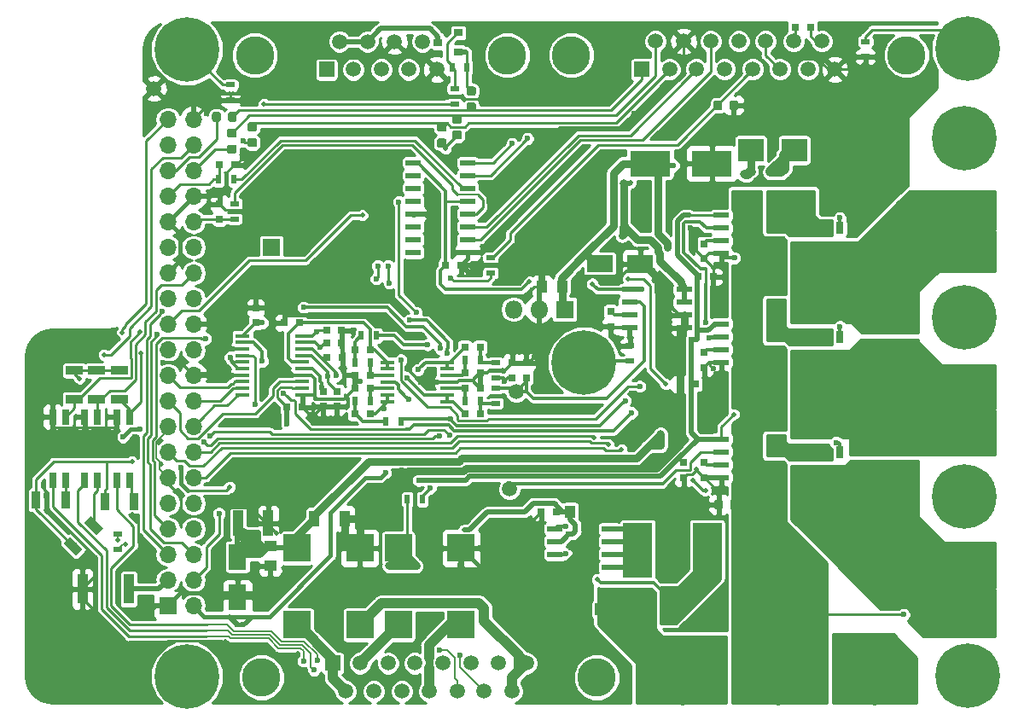
<source format=gbl>
G04 #@! TF.GenerationSoftware,KiCad,Pcbnew,5.0.0-4.fc29*
G04 #@! TF.CreationDate,2019-01-05T16:59:36+01:00*
G04 #@! TF.ProjectId,powerboard,706F776572626F6172642E6B69636164,rev11*
G04 #@! TF.SameCoordinates,Original*
G04 #@! TF.FileFunction,Copper,L2,Bot,Signal*
G04 #@! TF.FilePolarity,Positive*
%FSLAX46Y46*%
G04 Gerber Fmt 4.6, Leading zero omitted, Abs format (unit mm)*
G04 Created by KiCad (PCBNEW 5.0.0-4.fc29) date Sat Jan  5 16:59:36 2019*
%MOMM*%
%LPD*%
G01*
G04 APERTURE LIST*
G04 #@! TA.AperFunction,SMDPad,CuDef*
%ADD10R,1.800000X2.500000*%
G04 #@! TD*
G04 #@! TA.AperFunction,SMDPad,CuDef*
%ADD11R,2.500000X1.800000*%
G04 #@! TD*
G04 #@! TA.AperFunction,Conductor*
%ADD12C,0.100000*%
G04 #@! TD*
G04 #@! TA.AperFunction,SMDPad,CuDef*
%ADD13C,0.875000*%
G04 #@! TD*
G04 #@! TA.AperFunction,ComponentPad*
%ADD14C,6.400000*%
G04 #@! TD*
G04 #@! TA.AperFunction,SMDPad,CuDef*
%ADD15R,1.000000X1.250000*%
G04 #@! TD*
G04 #@! TA.AperFunction,SMDPad,CuDef*
%ADD16R,2.700000X2.700000*%
G04 #@! TD*
G04 #@! TA.AperFunction,SMDPad,CuDef*
%ADD17R,1.000000X1.600000*%
G04 #@! TD*
G04 #@! TA.AperFunction,SMDPad,CuDef*
%ADD18R,0.800000X0.750000*%
G04 #@! TD*
G04 #@! TA.AperFunction,SMDPad,CuDef*
%ADD19R,0.750000X0.800000*%
G04 #@! TD*
G04 #@! TA.AperFunction,ComponentPad*
%ADD20R,1.700000X1.700000*%
G04 #@! TD*
G04 #@! TA.AperFunction,ComponentPad*
%ADD21O,1.700000X1.700000*%
G04 #@! TD*
G04 #@! TA.AperFunction,ComponentPad*
%ADD22C,0.600000*%
G04 #@! TD*
G04 #@! TA.AperFunction,SMDPad,CuDef*
%ADD23R,1.550000X0.600000*%
G04 #@! TD*
G04 #@! TA.AperFunction,SMDPad,CuDef*
%ADD24R,0.700000X1.150000*%
G04 #@! TD*
G04 #@! TA.AperFunction,SMDPad,CuDef*
%ADD25R,4.700000X1.550000*%
G04 #@! TD*
G04 #@! TA.AperFunction,SMDPad,CuDef*
%ADD26R,4.200000X3.300000*%
G04 #@! TD*
G04 #@! TA.AperFunction,SMDPad,CuDef*
%ADD27R,0.900000X0.500000*%
G04 #@! TD*
G04 #@! TA.AperFunction,SMDPad,CuDef*
%ADD28R,0.500000X0.900000*%
G04 #@! TD*
G04 #@! TA.AperFunction,SMDPad,CuDef*
%ADD29R,1.500000X0.600000*%
G04 #@! TD*
G04 #@! TA.AperFunction,SMDPad,CuDef*
%ADD30R,0.800000X1.500000*%
G04 #@! TD*
G04 #@! TA.AperFunction,SMDPad,CuDef*
%ADD31R,1.450000X0.450000*%
G04 #@! TD*
G04 #@! TA.AperFunction,SMDPad,CuDef*
%ADD32R,2.860000X5.500000*%
G04 #@! TD*
G04 #@! TA.AperFunction,ComponentPad*
%ADD33C,3.810000*%
G04 #@! TD*
G04 #@! TA.AperFunction,ComponentPad*
%ADD34R,1.520000X1.520000*%
G04 #@! TD*
G04 #@! TA.AperFunction,ComponentPad*
%ADD35C,1.520000*%
G04 #@! TD*
G04 #@! TA.AperFunction,BGAPad,CuDef*
%ADD36C,1.500000*%
G04 #@! TD*
G04 #@! TA.AperFunction,ComponentPad*
%ADD37C,1.500000*%
G04 #@! TD*
G04 #@! TA.AperFunction,SMDPad,CuDef*
%ADD38R,1.000000X3.000000*%
G04 #@! TD*
G04 #@! TA.AperFunction,SMDPad,CuDef*
%ADD39R,2.500000X2.300000*%
G04 #@! TD*
G04 #@! TA.AperFunction,SMDPad,CuDef*
%ADD40R,1.600000X3.500000*%
G04 #@! TD*
G04 #@! TA.AperFunction,SMDPad,CuDef*
%ADD41R,1.700000X0.900000*%
G04 #@! TD*
G04 #@! TA.AperFunction,SMDPad,CuDef*
%ADD42R,0.900000X1.700000*%
G04 #@! TD*
G04 #@! TA.AperFunction,SMDPad,CuDef*
%ADD43C,0.900000*%
G04 #@! TD*
G04 #@! TA.AperFunction,ComponentPad*
%ADD44R,1.800000X1.800000*%
G04 #@! TD*
G04 #@! TA.AperFunction,ComponentPad*
%ADD45O,1.800000X1.800000*%
G04 #@! TD*
G04 #@! TA.AperFunction,SMDPad,CuDef*
%ADD46R,1.000000X2.500000*%
G04 #@! TD*
G04 #@! TA.AperFunction,SMDPad,CuDef*
%ADD47R,1.250000X1.000000*%
G04 #@! TD*
G04 #@! TA.AperFunction,SMDPad,CuDef*
%ADD48R,4.000000X2.500000*%
G04 #@! TD*
G04 #@! TA.AperFunction,SMDPad,CuDef*
%ADD49R,0.900000X0.800000*%
G04 #@! TD*
G04 #@! TA.AperFunction,ViaPad*
%ADD50C,0.800000*%
G04 #@! TD*
G04 #@! TA.AperFunction,ViaPad*
%ADD51C,0.500000*%
G04 #@! TD*
G04 #@! TA.AperFunction,ViaPad*
%ADD52C,0.600000*%
G04 #@! TD*
G04 #@! TA.AperFunction,Conductor*
%ADD53C,0.250000*%
G04 #@! TD*
G04 #@! TA.AperFunction,Conductor*
%ADD54C,0.750000*%
G04 #@! TD*
G04 #@! TA.AperFunction,Conductor*
%ADD55C,0.300000*%
G04 #@! TD*
G04 #@! TA.AperFunction,Conductor*
%ADD56C,0.200000*%
G04 #@! TD*
G04 #@! TA.AperFunction,Conductor*
%ADD57C,0.150000*%
G04 #@! TD*
G04 #@! TA.AperFunction,Conductor*
%ADD58C,0.500000*%
G04 #@! TD*
G04 #@! TA.AperFunction,Conductor*
%ADD59C,0.400000*%
G04 #@! TD*
G04 #@! TA.AperFunction,Conductor*
%ADD60C,1.000000*%
G04 #@! TD*
G04 #@! TA.AperFunction,Conductor*
%ADD61C,0.254000*%
G04 #@! TD*
G04 APERTURE END LIST*
D10*
G04 #@! TO.P,D104,2*
G04 #@! TO.N,GND*
X70802500Y-81066500D03*
G04 #@! TO.P,D104,1*
G04 #@! TO.N,/RXSM_28V*
X70802500Y-77066500D03*
G04 #@! TD*
D11*
G04 #@! TO.P,D105,1*
G04 #@! TO.N,/Powerboard Motor Controller/V_IN*
X106744000Y-48006000D03*
G04 #@! TO.P,D105,2*
G04 #@! TO.N,GND*
X110744000Y-48006000D03*
G04 #@! TD*
D12*
G04 #@! TO.N,/Hall_W*
G04 #@! TO.C,R136*
G36*
X72540691Y-33955053D02*
X72561926Y-33958203D01*
X72582750Y-33963419D01*
X72602962Y-33970651D01*
X72622368Y-33979830D01*
X72640781Y-33990866D01*
X72658024Y-34003654D01*
X72673930Y-34018070D01*
X72688346Y-34033976D01*
X72701134Y-34051219D01*
X72712170Y-34069632D01*
X72721349Y-34089038D01*
X72728581Y-34109250D01*
X72733797Y-34130074D01*
X72736947Y-34151309D01*
X72738000Y-34172750D01*
X72738000Y-34610250D01*
X72736947Y-34631691D01*
X72733797Y-34652926D01*
X72728581Y-34673750D01*
X72721349Y-34693962D01*
X72712170Y-34713368D01*
X72701134Y-34731781D01*
X72688346Y-34749024D01*
X72673930Y-34764930D01*
X72658024Y-34779346D01*
X72640781Y-34792134D01*
X72622368Y-34803170D01*
X72602962Y-34812349D01*
X72582750Y-34819581D01*
X72561926Y-34824797D01*
X72540691Y-34827947D01*
X72519250Y-34829000D01*
X72006750Y-34829000D01*
X71985309Y-34827947D01*
X71964074Y-34824797D01*
X71943250Y-34819581D01*
X71923038Y-34812349D01*
X71903632Y-34803170D01*
X71885219Y-34792134D01*
X71867976Y-34779346D01*
X71852070Y-34764930D01*
X71837654Y-34749024D01*
X71824866Y-34731781D01*
X71813830Y-34713368D01*
X71804651Y-34693962D01*
X71797419Y-34673750D01*
X71792203Y-34652926D01*
X71789053Y-34631691D01*
X71788000Y-34610250D01*
X71788000Y-34172750D01*
X71789053Y-34151309D01*
X71792203Y-34130074D01*
X71797419Y-34109250D01*
X71804651Y-34089038D01*
X71813830Y-34069632D01*
X71824866Y-34051219D01*
X71837654Y-34033976D01*
X71852070Y-34018070D01*
X71867976Y-34003654D01*
X71885219Y-33990866D01*
X71903632Y-33979830D01*
X71923038Y-33970651D01*
X71943250Y-33963419D01*
X71964074Y-33958203D01*
X71985309Y-33955053D01*
X72006750Y-33954000D01*
X72519250Y-33954000D01*
X72540691Y-33955053D01*
X72540691Y-33955053D01*
G37*
D13*
G04 #@! TD*
G04 #@! TO.P,R136,1*
G04 #@! TO.N,/Hall_W*
X72263000Y-34391500D03*
D12*
G04 #@! TO.N,/Hall_W_filter*
G04 #@! TO.C,R136*
G36*
X72540691Y-35530053D02*
X72561926Y-35533203D01*
X72582750Y-35538419D01*
X72602962Y-35545651D01*
X72622368Y-35554830D01*
X72640781Y-35565866D01*
X72658024Y-35578654D01*
X72673930Y-35593070D01*
X72688346Y-35608976D01*
X72701134Y-35626219D01*
X72712170Y-35644632D01*
X72721349Y-35664038D01*
X72728581Y-35684250D01*
X72733797Y-35705074D01*
X72736947Y-35726309D01*
X72738000Y-35747750D01*
X72738000Y-36185250D01*
X72736947Y-36206691D01*
X72733797Y-36227926D01*
X72728581Y-36248750D01*
X72721349Y-36268962D01*
X72712170Y-36288368D01*
X72701134Y-36306781D01*
X72688346Y-36324024D01*
X72673930Y-36339930D01*
X72658024Y-36354346D01*
X72640781Y-36367134D01*
X72622368Y-36378170D01*
X72602962Y-36387349D01*
X72582750Y-36394581D01*
X72561926Y-36399797D01*
X72540691Y-36402947D01*
X72519250Y-36404000D01*
X72006750Y-36404000D01*
X71985309Y-36402947D01*
X71964074Y-36399797D01*
X71943250Y-36394581D01*
X71923038Y-36387349D01*
X71903632Y-36378170D01*
X71885219Y-36367134D01*
X71867976Y-36354346D01*
X71852070Y-36339930D01*
X71837654Y-36324024D01*
X71824866Y-36306781D01*
X71813830Y-36288368D01*
X71804651Y-36268962D01*
X71797419Y-36248750D01*
X71792203Y-36227926D01*
X71789053Y-36206691D01*
X71788000Y-36185250D01*
X71788000Y-35747750D01*
X71789053Y-35726309D01*
X71792203Y-35705074D01*
X71797419Y-35684250D01*
X71804651Y-35664038D01*
X71813830Y-35644632D01*
X71824866Y-35626219D01*
X71837654Y-35608976D01*
X71852070Y-35593070D01*
X71867976Y-35578654D01*
X71885219Y-35565866D01*
X71903632Y-35554830D01*
X71923038Y-35545651D01*
X71943250Y-35538419D01*
X71964074Y-35533203D01*
X71985309Y-35530053D01*
X72006750Y-35529000D01*
X72519250Y-35529000D01*
X72540691Y-35530053D01*
X72540691Y-35530053D01*
G37*
D13*
G04 #@! TD*
G04 #@! TO.P,R136,2*
G04 #@! TO.N,/Hall_W_filter*
X72263000Y-35966500D03*
D12*
G04 #@! TO.N,GND*
G04 #@! TO.C,R137*
G36*
X120277691Y-31776053D02*
X120298926Y-31779203D01*
X120319750Y-31784419D01*
X120339962Y-31791651D01*
X120359368Y-31800830D01*
X120377781Y-31811866D01*
X120395024Y-31824654D01*
X120410930Y-31839070D01*
X120425346Y-31854976D01*
X120438134Y-31872219D01*
X120449170Y-31890632D01*
X120458349Y-31910038D01*
X120465581Y-31930250D01*
X120470797Y-31951074D01*
X120473947Y-31972309D01*
X120475000Y-31993750D01*
X120475000Y-32506250D01*
X120473947Y-32527691D01*
X120470797Y-32548926D01*
X120465581Y-32569750D01*
X120458349Y-32589962D01*
X120449170Y-32609368D01*
X120438134Y-32627781D01*
X120425346Y-32645024D01*
X120410930Y-32660930D01*
X120395024Y-32675346D01*
X120377781Y-32688134D01*
X120359368Y-32699170D01*
X120339962Y-32708349D01*
X120319750Y-32715581D01*
X120298926Y-32720797D01*
X120277691Y-32723947D01*
X120256250Y-32725000D01*
X119818750Y-32725000D01*
X119797309Y-32723947D01*
X119776074Y-32720797D01*
X119755250Y-32715581D01*
X119735038Y-32708349D01*
X119715632Y-32699170D01*
X119697219Y-32688134D01*
X119679976Y-32675346D01*
X119664070Y-32660930D01*
X119649654Y-32645024D01*
X119636866Y-32627781D01*
X119625830Y-32609368D01*
X119616651Y-32589962D01*
X119609419Y-32569750D01*
X119604203Y-32548926D01*
X119601053Y-32527691D01*
X119600000Y-32506250D01*
X119600000Y-31993750D01*
X119601053Y-31972309D01*
X119604203Y-31951074D01*
X119609419Y-31930250D01*
X119616651Y-31910038D01*
X119625830Y-31890632D01*
X119636866Y-31872219D01*
X119649654Y-31854976D01*
X119664070Y-31839070D01*
X119679976Y-31824654D01*
X119697219Y-31811866D01*
X119715632Y-31800830D01*
X119735038Y-31791651D01*
X119755250Y-31784419D01*
X119776074Y-31779203D01*
X119797309Y-31776053D01*
X119818750Y-31775000D01*
X120256250Y-31775000D01*
X120277691Y-31776053D01*
X120277691Y-31776053D01*
G37*
D13*
G04 #@! TD*
G04 #@! TO.P,R137,2*
G04 #@! TO.N,GND*
X120037500Y-32250000D03*
D12*
G04 #@! TO.N,Net-(J104-Pad5)*
G04 #@! TO.C,R137*
G36*
X118702691Y-31776053D02*
X118723926Y-31779203D01*
X118744750Y-31784419D01*
X118764962Y-31791651D01*
X118784368Y-31800830D01*
X118802781Y-31811866D01*
X118820024Y-31824654D01*
X118835930Y-31839070D01*
X118850346Y-31854976D01*
X118863134Y-31872219D01*
X118874170Y-31890632D01*
X118883349Y-31910038D01*
X118890581Y-31930250D01*
X118895797Y-31951074D01*
X118898947Y-31972309D01*
X118900000Y-31993750D01*
X118900000Y-32506250D01*
X118898947Y-32527691D01*
X118895797Y-32548926D01*
X118890581Y-32569750D01*
X118883349Y-32589962D01*
X118874170Y-32609368D01*
X118863134Y-32627781D01*
X118850346Y-32645024D01*
X118835930Y-32660930D01*
X118820024Y-32675346D01*
X118802781Y-32688134D01*
X118784368Y-32699170D01*
X118764962Y-32708349D01*
X118744750Y-32715581D01*
X118723926Y-32720797D01*
X118702691Y-32723947D01*
X118681250Y-32725000D01*
X118243750Y-32725000D01*
X118222309Y-32723947D01*
X118201074Y-32720797D01*
X118180250Y-32715581D01*
X118160038Y-32708349D01*
X118140632Y-32699170D01*
X118122219Y-32688134D01*
X118104976Y-32675346D01*
X118089070Y-32660930D01*
X118074654Y-32645024D01*
X118061866Y-32627781D01*
X118050830Y-32609368D01*
X118041651Y-32589962D01*
X118034419Y-32569750D01*
X118029203Y-32548926D01*
X118026053Y-32527691D01*
X118025000Y-32506250D01*
X118025000Y-31993750D01*
X118026053Y-31972309D01*
X118029203Y-31951074D01*
X118034419Y-31930250D01*
X118041651Y-31910038D01*
X118050830Y-31890632D01*
X118061866Y-31872219D01*
X118074654Y-31854976D01*
X118089070Y-31839070D01*
X118104976Y-31824654D01*
X118122219Y-31811866D01*
X118140632Y-31800830D01*
X118160038Y-31791651D01*
X118180250Y-31784419D01*
X118201074Y-31779203D01*
X118222309Y-31776053D01*
X118243750Y-31775000D01*
X118681250Y-31775000D01*
X118702691Y-31776053D01*
X118702691Y-31776053D01*
G37*
D13*
G04 #@! TD*
G04 #@! TO.P,R137,1*
G04 #@! TO.N,Net-(J104-Pad5)*
X118462500Y-32250000D03*
D12*
G04 #@! TO.N,+5V*
G04 #@! TO.C,R133*
G36*
X94257691Y-30399053D02*
X94278926Y-30402203D01*
X94299750Y-30407419D01*
X94319962Y-30414651D01*
X94339368Y-30423830D01*
X94357781Y-30434866D01*
X94375024Y-30447654D01*
X94390930Y-30462070D01*
X94405346Y-30477976D01*
X94418134Y-30495219D01*
X94429170Y-30513632D01*
X94438349Y-30533038D01*
X94445581Y-30553250D01*
X94450797Y-30574074D01*
X94453947Y-30595309D01*
X94455000Y-30616750D01*
X94455000Y-31054250D01*
X94453947Y-31075691D01*
X94450797Y-31096926D01*
X94445581Y-31117750D01*
X94438349Y-31137962D01*
X94429170Y-31157368D01*
X94418134Y-31175781D01*
X94405346Y-31193024D01*
X94390930Y-31208930D01*
X94375024Y-31223346D01*
X94357781Y-31236134D01*
X94339368Y-31247170D01*
X94319962Y-31256349D01*
X94299750Y-31263581D01*
X94278926Y-31268797D01*
X94257691Y-31271947D01*
X94236250Y-31273000D01*
X93723750Y-31273000D01*
X93702309Y-31271947D01*
X93681074Y-31268797D01*
X93660250Y-31263581D01*
X93640038Y-31256349D01*
X93620632Y-31247170D01*
X93602219Y-31236134D01*
X93584976Y-31223346D01*
X93569070Y-31208930D01*
X93554654Y-31193024D01*
X93541866Y-31175781D01*
X93530830Y-31157368D01*
X93521651Y-31137962D01*
X93514419Y-31117750D01*
X93509203Y-31096926D01*
X93506053Y-31075691D01*
X93505000Y-31054250D01*
X93505000Y-30616750D01*
X93506053Y-30595309D01*
X93509203Y-30574074D01*
X93514419Y-30553250D01*
X93521651Y-30533038D01*
X93530830Y-30513632D01*
X93541866Y-30495219D01*
X93554654Y-30477976D01*
X93569070Y-30462070D01*
X93584976Y-30447654D01*
X93602219Y-30434866D01*
X93620632Y-30423830D01*
X93640038Y-30414651D01*
X93660250Y-30407419D01*
X93681074Y-30402203D01*
X93702309Y-30399053D01*
X93723750Y-30398000D01*
X94236250Y-30398000D01*
X94257691Y-30399053D01*
X94257691Y-30399053D01*
G37*
D13*
G04 #@! TD*
G04 #@! TO.P,R133,1*
G04 #@! TO.N,+5V*
X93980000Y-30835500D03*
D12*
G04 #@! TO.N,/Hall_U*
G04 #@! TO.C,R133*
G36*
X94257691Y-31974053D02*
X94278926Y-31977203D01*
X94299750Y-31982419D01*
X94319962Y-31989651D01*
X94339368Y-31998830D01*
X94357781Y-32009866D01*
X94375024Y-32022654D01*
X94390930Y-32037070D01*
X94405346Y-32052976D01*
X94418134Y-32070219D01*
X94429170Y-32088632D01*
X94438349Y-32108038D01*
X94445581Y-32128250D01*
X94450797Y-32149074D01*
X94453947Y-32170309D01*
X94455000Y-32191750D01*
X94455000Y-32629250D01*
X94453947Y-32650691D01*
X94450797Y-32671926D01*
X94445581Y-32692750D01*
X94438349Y-32712962D01*
X94429170Y-32732368D01*
X94418134Y-32750781D01*
X94405346Y-32768024D01*
X94390930Y-32783930D01*
X94375024Y-32798346D01*
X94357781Y-32811134D01*
X94339368Y-32822170D01*
X94319962Y-32831349D01*
X94299750Y-32838581D01*
X94278926Y-32843797D01*
X94257691Y-32846947D01*
X94236250Y-32848000D01*
X93723750Y-32848000D01*
X93702309Y-32846947D01*
X93681074Y-32843797D01*
X93660250Y-32838581D01*
X93640038Y-32831349D01*
X93620632Y-32822170D01*
X93602219Y-32811134D01*
X93584976Y-32798346D01*
X93569070Y-32783930D01*
X93554654Y-32768024D01*
X93541866Y-32750781D01*
X93530830Y-32732368D01*
X93521651Y-32712962D01*
X93514419Y-32692750D01*
X93509203Y-32671926D01*
X93506053Y-32650691D01*
X93505000Y-32629250D01*
X93505000Y-32191750D01*
X93506053Y-32170309D01*
X93509203Y-32149074D01*
X93514419Y-32128250D01*
X93521651Y-32108038D01*
X93530830Y-32088632D01*
X93541866Y-32070219D01*
X93554654Y-32052976D01*
X93569070Y-32037070D01*
X93584976Y-32022654D01*
X93602219Y-32009866D01*
X93620632Y-31998830D01*
X93640038Y-31989651D01*
X93660250Y-31982419D01*
X93681074Y-31977203D01*
X93702309Y-31974053D01*
X93723750Y-31973000D01*
X94236250Y-31973000D01*
X94257691Y-31974053D01*
X94257691Y-31974053D01*
G37*
D13*
G04 #@! TD*
G04 #@! TO.P,R133,2*
G04 #@! TO.N,/Hall_U*
X93980000Y-32410500D03*
D12*
G04 #@! TO.N,/Hall_V*
G04 #@! TO.C,R135*
G36*
X70508691Y-34590053D02*
X70529926Y-34593203D01*
X70550750Y-34598419D01*
X70570962Y-34605651D01*
X70590368Y-34614830D01*
X70608781Y-34625866D01*
X70626024Y-34638654D01*
X70641930Y-34653070D01*
X70656346Y-34668976D01*
X70669134Y-34686219D01*
X70680170Y-34704632D01*
X70689349Y-34724038D01*
X70696581Y-34744250D01*
X70701797Y-34765074D01*
X70704947Y-34786309D01*
X70706000Y-34807750D01*
X70706000Y-35245250D01*
X70704947Y-35266691D01*
X70701797Y-35287926D01*
X70696581Y-35308750D01*
X70689349Y-35328962D01*
X70680170Y-35348368D01*
X70669134Y-35366781D01*
X70656346Y-35384024D01*
X70641930Y-35399930D01*
X70626024Y-35414346D01*
X70608781Y-35427134D01*
X70590368Y-35438170D01*
X70570962Y-35447349D01*
X70550750Y-35454581D01*
X70529926Y-35459797D01*
X70508691Y-35462947D01*
X70487250Y-35464000D01*
X69974750Y-35464000D01*
X69953309Y-35462947D01*
X69932074Y-35459797D01*
X69911250Y-35454581D01*
X69891038Y-35447349D01*
X69871632Y-35438170D01*
X69853219Y-35427134D01*
X69835976Y-35414346D01*
X69820070Y-35399930D01*
X69805654Y-35384024D01*
X69792866Y-35366781D01*
X69781830Y-35348368D01*
X69772651Y-35328962D01*
X69765419Y-35308750D01*
X69760203Y-35287926D01*
X69757053Y-35266691D01*
X69756000Y-35245250D01*
X69756000Y-34807750D01*
X69757053Y-34786309D01*
X69760203Y-34765074D01*
X69765419Y-34744250D01*
X69772651Y-34724038D01*
X69781830Y-34704632D01*
X69792866Y-34686219D01*
X69805654Y-34668976D01*
X69820070Y-34653070D01*
X69835976Y-34638654D01*
X69853219Y-34625866D01*
X69871632Y-34614830D01*
X69891038Y-34605651D01*
X69911250Y-34598419D01*
X69932074Y-34593203D01*
X69953309Y-34590053D01*
X69974750Y-34589000D01*
X70487250Y-34589000D01*
X70508691Y-34590053D01*
X70508691Y-34590053D01*
G37*
D13*
G04 #@! TD*
G04 #@! TO.P,R135,1*
G04 #@! TO.N,/Hall_V*
X70231000Y-35026500D03*
D12*
G04 #@! TO.N,/Hall_V_filter*
G04 #@! TO.C,R135*
G36*
X70508691Y-36165053D02*
X70529926Y-36168203D01*
X70550750Y-36173419D01*
X70570962Y-36180651D01*
X70590368Y-36189830D01*
X70608781Y-36200866D01*
X70626024Y-36213654D01*
X70641930Y-36228070D01*
X70656346Y-36243976D01*
X70669134Y-36261219D01*
X70680170Y-36279632D01*
X70689349Y-36299038D01*
X70696581Y-36319250D01*
X70701797Y-36340074D01*
X70704947Y-36361309D01*
X70706000Y-36382750D01*
X70706000Y-36820250D01*
X70704947Y-36841691D01*
X70701797Y-36862926D01*
X70696581Y-36883750D01*
X70689349Y-36903962D01*
X70680170Y-36923368D01*
X70669134Y-36941781D01*
X70656346Y-36959024D01*
X70641930Y-36974930D01*
X70626024Y-36989346D01*
X70608781Y-37002134D01*
X70590368Y-37013170D01*
X70570962Y-37022349D01*
X70550750Y-37029581D01*
X70529926Y-37034797D01*
X70508691Y-37037947D01*
X70487250Y-37039000D01*
X69974750Y-37039000D01*
X69953309Y-37037947D01*
X69932074Y-37034797D01*
X69911250Y-37029581D01*
X69891038Y-37022349D01*
X69871632Y-37013170D01*
X69853219Y-37002134D01*
X69835976Y-36989346D01*
X69820070Y-36974930D01*
X69805654Y-36959024D01*
X69792866Y-36941781D01*
X69781830Y-36923368D01*
X69772651Y-36903962D01*
X69765419Y-36883750D01*
X69760203Y-36862926D01*
X69757053Y-36841691D01*
X69756000Y-36820250D01*
X69756000Y-36382750D01*
X69757053Y-36361309D01*
X69760203Y-36340074D01*
X69765419Y-36319250D01*
X69772651Y-36299038D01*
X69781830Y-36279632D01*
X69792866Y-36261219D01*
X69805654Y-36243976D01*
X69820070Y-36228070D01*
X69835976Y-36213654D01*
X69853219Y-36200866D01*
X69871632Y-36189830D01*
X69891038Y-36180651D01*
X69911250Y-36173419D01*
X69932074Y-36168203D01*
X69953309Y-36165053D01*
X69974750Y-36164000D01*
X70487250Y-36164000D01*
X70508691Y-36165053D01*
X70508691Y-36165053D01*
G37*
D13*
G04 #@! TD*
G04 #@! TO.P,R135,2*
G04 #@! TO.N,/Hall_V_filter*
X70231000Y-36601500D03*
D12*
G04 #@! TO.N,/Hall_V*
G04 #@! TO.C,R132*
G36*
X92860691Y-33193053D02*
X92881926Y-33196203D01*
X92902750Y-33201419D01*
X92922962Y-33208651D01*
X92942368Y-33217830D01*
X92960781Y-33228866D01*
X92978024Y-33241654D01*
X92993930Y-33256070D01*
X93008346Y-33271976D01*
X93021134Y-33289219D01*
X93032170Y-33307632D01*
X93041349Y-33327038D01*
X93048581Y-33347250D01*
X93053797Y-33368074D01*
X93056947Y-33389309D01*
X93058000Y-33410750D01*
X93058000Y-33848250D01*
X93056947Y-33869691D01*
X93053797Y-33890926D01*
X93048581Y-33911750D01*
X93041349Y-33931962D01*
X93032170Y-33951368D01*
X93021134Y-33969781D01*
X93008346Y-33987024D01*
X92993930Y-34002930D01*
X92978024Y-34017346D01*
X92960781Y-34030134D01*
X92942368Y-34041170D01*
X92922962Y-34050349D01*
X92902750Y-34057581D01*
X92881926Y-34062797D01*
X92860691Y-34065947D01*
X92839250Y-34067000D01*
X92326750Y-34067000D01*
X92305309Y-34065947D01*
X92284074Y-34062797D01*
X92263250Y-34057581D01*
X92243038Y-34050349D01*
X92223632Y-34041170D01*
X92205219Y-34030134D01*
X92187976Y-34017346D01*
X92172070Y-34002930D01*
X92157654Y-33987024D01*
X92144866Y-33969781D01*
X92133830Y-33951368D01*
X92124651Y-33931962D01*
X92117419Y-33911750D01*
X92112203Y-33890926D01*
X92109053Y-33869691D01*
X92108000Y-33848250D01*
X92108000Y-33410750D01*
X92109053Y-33389309D01*
X92112203Y-33368074D01*
X92117419Y-33347250D01*
X92124651Y-33327038D01*
X92133830Y-33307632D01*
X92144866Y-33289219D01*
X92157654Y-33271976D01*
X92172070Y-33256070D01*
X92187976Y-33241654D01*
X92205219Y-33228866D01*
X92223632Y-33217830D01*
X92243038Y-33208651D01*
X92263250Y-33201419D01*
X92284074Y-33196203D01*
X92305309Y-33193053D01*
X92326750Y-33192000D01*
X92839250Y-33192000D01*
X92860691Y-33193053D01*
X92860691Y-33193053D01*
G37*
D13*
G04 #@! TD*
G04 #@! TO.P,R132,2*
G04 #@! TO.N,/Hall_V*
X92583000Y-33629500D03*
D12*
G04 #@! TO.N,+5V*
G04 #@! TO.C,R132*
G36*
X92860691Y-34768053D02*
X92881926Y-34771203D01*
X92902750Y-34776419D01*
X92922962Y-34783651D01*
X92942368Y-34792830D01*
X92960781Y-34803866D01*
X92978024Y-34816654D01*
X92993930Y-34831070D01*
X93008346Y-34846976D01*
X93021134Y-34864219D01*
X93032170Y-34882632D01*
X93041349Y-34902038D01*
X93048581Y-34922250D01*
X93053797Y-34943074D01*
X93056947Y-34964309D01*
X93058000Y-34985750D01*
X93058000Y-35423250D01*
X93056947Y-35444691D01*
X93053797Y-35465926D01*
X93048581Y-35486750D01*
X93041349Y-35506962D01*
X93032170Y-35526368D01*
X93021134Y-35544781D01*
X93008346Y-35562024D01*
X92993930Y-35577930D01*
X92978024Y-35592346D01*
X92960781Y-35605134D01*
X92942368Y-35616170D01*
X92922962Y-35625349D01*
X92902750Y-35632581D01*
X92881926Y-35637797D01*
X92860691Y-35640947D01*
X92839250Y-35642000D01*
X92326750Y-35642000D01*
X92305309Y-35640947D01*
X92284074Y-35637797D01*
X92263250Y-35632581D01*
X92243038Y-35625349D01*
X92223632Y-35616170D01*
X92205219Y-35605134D01*
X92187976Y-35592346D01*
X92172070Y-35577930D01*
X92157654Y-35562024D01*
X92144866Y-35544781D01*
X92133830Y-35526368D01*
X92124651Y-35506962D01*
X92117419Y-35486750D01*
X92112203Y-35465926D01*
X92109053Y-35444691D01*
X92108000Y-35423250D01*
X92108000Y-34985750D01*
X92109053Y-34964309D01*
X92112203Y-34943074D01*
X92117419Y-34922250D01*
X92124651Y-34902038D01*
X92133830Y-34882632D01*
X92144866Y-34864219D01*
X92157654Y-34846976D01*
X92172070Y-34831070D01*
X92187976Y-34816654D01*
X92205219Y-34803866D01*
X92223632Y-34792830D01*
X92243038Y-34783651D01*
X92263250Y-34776419D01*
X92284074Y-34771203D01*
X92305309Y-34768053D01*
X92326750Y-34767000D01*
X92839250Y-34767000D01*
X92860691Y-34768053D01*
X92860691Y-34768053D01*
G37*
D13*
G04 #@! TD*
G04 #@! TO.P,R132,1*
G04 #@! TO.N,+5V*
X92583000Y-35204500D03*
D12*
G04 #@! TO.N,/Hall_U*
G04 #@! TO.C,R134*
G36*
X70522191Y-32927053D02*
X70543426Y-32930203D01*
X70564250Y-32935419D01*
X70584462Y-32942651D01*
X70603868Y-32951830D01*
X70622281Y-32962866D01*
X70639524Y-32975654D01*
X70655430Y-32990070D01*
X70669846Y-33005976D01*
X70682634Y-33023219D01*
X70693670Y-33041632D01*
X70702849Y-33061038D01*
X70710081Y-33081250D01*
X70715297Y-33102074D01*
X70718447Y-33123309D01*
X70719500Y-33144750D01*
X70719500Y-33657250D01*
X70718447Y-33678691D01*
X70715297Y-33699926D01*
X70710081Y-33720750D01*
X70702849Y-33740962D01*
X70693670Y-33760368D01*
X70682634Y-33778781D01*
X70669846Y-33796024D01*
X70655430Y-33811930D01*
X70639524Y-33826346D01*
X70622281Y-33839134D01*
X70603868Y-33850170D01*
X70584462Y-33859349D01*
X70564250Y-33866581D01*
X70543426Y-33871797D01*
X70522191Y-33874947D01*
X70500750Y-33876000D01*
X70063250Y-33876000D01*
X70041809Y-33874947D01*
X70020574Y-33871797D01*
X69999750Y-33866581D01*
X69979538Y-33859349D01*
X69960132Y-33850170D01*
X69941719Y-33839134D01*
X69924476Y-33826346D01*
X69908570Y-33811930D01*
X69894154Y-33796024D01*
X69881366Y-33778781D01*
X69870330Y-33760368D01*
X69861151Y-33740962D01*
X69853919Y-33720750D01*
X69848703Y-33699926D01*
X69845553Y-33678691D01*
X69844500Y-33657250D01*
X69844500Y-33144750D01*
X69845553Y-33123309D01*
X69848703Y-33102074D01*
X69853919Y-33081250D01*
X69861151Y-33061038D01*
X69870330Y-33041632D01*
X69881366Y-33023219D01*
X69894154Y-33005976D01*
X69908570Y-32990070D01*
X69924476Y-32975654D01*
X69941719Y-32962866D01*
X69960132Y-32951830D01*
X69979538Y-32942651D01*
X69999750Y-32935419D01*
X70020574Y-32930203D01*
X70041809Y-32927053D01*
X70063250Y-32926000D01*
X70500750Y-32926000D01*
X70522191Y-32927053D01*
X70522191Y-32927053D01*
G37*
D13*
G04 #@! TD*
G04 #@! TO.P,R134,1*
G04 #@! TO.N,/Hall_U*
X70282000Y-33401000D03*
D12*
G04 #@! TO.N,/Hall_U_filter*
G04 #@! TO.C,R134*
G36*
X68947191Y-32927053D02*
X68968426Y-32930203D01*
X68989250Y-32935419D01*
X69009462Y-32942651D01*
X69028868Y-32951830D01*
X69047281Y-32962866D01*
X69064524Y-32975654D01*
X69080430Y-32990070D01*
X69094846Y-33005976D01*
X69107634Y-33023219D01*
X69118670Y-33041632D01*
X69127849Y-33061038D01*
X69135081Y-33081250D01*
X69140297Y-33102074D01*
X69143447Y-33123309D01*
X69144500Y-33144750D01*
X69144500Y-33657250D01*
X69143447Y-33678691D01*
X69140297Y-33699926D01*
X69135081Y-33720750D01*
X69127849Y-33740962D01*
X69118670Y-33760368D01*
X69107634Y-33778781D01*
X69094846Y-33796024D01*
X69080430Y-33811930D01*
X69064524Y-33826346D01*
X69047281Y-33839134D01*
X69028868Y-33850170D01*
X69009462Y-33859349D01*
X68989250Y-33866581D01*
X68968426Y-33871797D01*
X68947191Y-33874947D01*
X68925750Y-33876000D01*
X68488250Y-33876000D01*
X68466809Y-33874947D01*
X68445574Y-33871797D01*
X68424750Y-33866581D01*
X68404538Y-33859349D01*
X68385132Y-33850170D01*
X68366719Y-33839134D01*
X68349476Y-33826346D01*
X68333570Y-33811930D01*
X68319154Y-33796024D01*
X68306366Y-33778781D01*
X68295330Y-33760368D01*
X68286151Y-33740962D01*
X68278919Y-33720750D01*
X68273703Y-33699926D01*
X68270553Y-33678691D01*
X68269500Y-33657250D01*
X68269500Y-33144750D01*
X68270553Y-33123309D01*
X68273703Y-33102074D01*
X68278919Y-33081250D01*
X68286151Y-33061038D01*
X68295330Y-33041632D01*
X68306366Y-33023219D01*
X68319154Y-33005976D01*
X68333570Y-32990070D01*
X68349476Y-32975654D01*
X68366719Y-32962866D01*
X68385132Y-32951830D01*
X68404538Y-32942651D01*
X68424750Y-32935419D01*
X68445574Y-32930203D01*
X68466809Y-32927053D01*
X68488250Y-32926000D01*
X68925750Y-32926000D01*
X68947191Y-32927053D01*
X68947191Y-32927053D01*
G37*
D13*
G04 #@! TD*
G04 #@! TO.P,R134,2*
G04 #@! TO.N,/Hall_U_filter*
X68707000Y-33401000D03*
D12*
G04 #@! TO.N,/Hall_W*
G04 #@! TO.C,R131*
G36*
X91336691Y-33980553D02*
X91357926Y-33983703D01*
X91378750Y-33988919D01*
X91398962Y-33996151D01*
X91418368Y-34005330D01*
X91436781Y-34016366D01*
X91454024Y-34029154D01*
X91469930Y-34043570D01*
X91484346Y-34059476D01*
X91497134Y-34076719D01*
X91508170Y-34095132D01*
X91517349Y-34114538D01*
X91524581Y-34134750D01*
X91529797Y-34155574D01*
X91532947Y-34176809D01*
X91534000Y-34198250D01*
X91534000Y-34635750D01*
X91532947Y-34657191D01*
X91529797Y-34678426D01*
X91524581Y-34699250D01*
X91517349Y-34719462D01*
X91508170Y-34738868D01*
X91497134Y-34757281D01*
X91484346Y-34774524D01*
X91469930Y-34790430D01*
X91454024Y-34804846D01*
X91436781Y-34817634D01*
X91418368Y-34828670D01*
X91398962Y-34837849D01*
X91378750Y-34845081D01*
X91357926Y-34850297D01*
X91336691Y-34853447D01*
X91315250Y-34854500D01*
X90802750Y-34854500D01*
X90781309Y-34853447D01*
X90760074Y-34850297D01*
X90739250Y-34845081D01*
X90719038Y-34837849D01*
X90699632Y-34828670D01*
X90681219Y-34817634D01*
X90663976Y-34804846D01*
X90648070Y-34790430D01*
X90633654Y-34774524D01*
X90620866Y-34757281D01*
X90609830Y-34738868D01*
X90600651Y-34719462D01*
X90593419Y-34699250D01*
X90588203Y-34678426D01*
X90585053Y-34657191D01*
X90584000Y-34635750D01*
X90584000Y-34198250D01*
X90585053Y-34176809D01*
X90588203Y-34155574D01*
X90593419Y-34134750D01*
X90600651Y-34114538D01*
X90609830Y-34095132D01*
X90620866Y-34076719D01*
X90633654Y-34059476D01*
X90648070Y-34043570D01*
X90663976Y-34029154D01*
X90681219Y-34016366D01*
X90699632Y-34005330D01*
X90719038Y-33996151D01*
X90739250Y-33988919D01*
X90760074Y-33983703D01*
X90781309Y-33980553D01*
X90802750Y-33979500D01*
X91315250Y-33979500D01*
X91336691Y-33980553D01*
X91336691Y-33980553D01*
G37*
D13*
G04 #@! TD*
G04 #@! TO.P,R131,2*
G04 #@! TO.N,/Hall_W*
X91059000Y-34417000D03*
D12*
G04 #@! TO.N,+5V*
G04 #@! TO.C,R131*
G36*
X91336691Y-35555553D02*
X91357926Y-35558703D01*
X91378750Y-35563919D01*
X91398962Y-35571151D01*
X91418368Y-35580330D01*
X91436781Y-35591366D01*
X91454024Y-35604154D01*
X91469930Y-35618570D01*
X91484346Y-35634476D01*
X91497134Y-35651719D01*
X91508170Y-35670132D01*
X91517349Y-35689538D01*
X91524581Y-35709750D01*
X91529797Y-35730574D01*
X91532947Y-35751809D01*
X91534000Y-35773250D01*
X91534000Y-36210750D01*
X91532947Y-36232191D01*
X91529797Y-36253426D01*
X91524581Y-36274250D01*
X91517349Y-36294462D01*
X91508170Y-36313868D01*
X91497134Y-36332281D01*
X91484346Y-36349524D01*
X91469930Y-36365430D01*
X91454024Y-36379846D01*
X91436781Y-36392634D01*
X91418368Y-36403670D01*
X91398962Y-36412849D01*
X91378750Y-36420081D01*
X91357926Y-36425297D01*
X91336691Y-36428447D01*
X91315250Y-36429500D01*
X90802750Y-36429500D01*
X90781309Y-36428447D01*
X90760074Y-36425297D01*
X90739250Y-36420081D01*
X90719038Y-36412849D01*
X90699632Y-36403670D01*
X90681219Y-36392634D01*
X90663976Y-36379846D01*
X90648070Y-36365430D01*
X90633654Y-36349524D01*
X90620866Y-36332281D01*
X90609830Y-36313868D01*
X90600651Y-36294462D01*
X90593419Y-36274250D01*
X90588203Y-36253426D01*
X90585053Y-36232191D01*
X90584000Y-36210750D01*
X90584000Y-35773250D01*
X90585053Y-35751809D01*
X90588203Y-35730574D01*
X90593419Y-35709750D01*
X90600651Y-35689538D01*
X90609830Y-35670132D01*
X90620866Y-35651719D01*
X90633654Y-35634476D01*
X90648070Y-35618570D01*
X90663976Y-35604154D01*
X90681219Y-35591366D01*
X90699632Y-35580330D01*
X90719038Y-35571151D01*
X90739250Y-35563919D01*
X90760074Y-35558703D01*
X90781309Y-35555553D01*
X90802750Y-35554500D01*
X91315250Y-35554500D01*
X91336691Y-35555553D01*
X91336691Y-35555553D01*
G37*
D13*
G04 #@! TD*
G04 #@! TO.P,R131,1*
G04 #@! TO.N,+5V*
X91059000Y-35992000D03*
D12*
G04 #@! TO.N,GND*
G04 #@! TO.C,R122*
G36*
X118769191Y-71408053D02*
X118790426Y-71411203D01*
X118811250Y-71416419D01*
X118831462Y-71423651D01*
X118850868Y-71432830D01*
X118869281Y-71443866D01*
X118886524Y-71456654D01*
X118902430Y-71471070D01*
X118916846Y-71486976D01*
X118929634Y-71504219D01*
X118940670Y-71522632D01*
X118949849Y-71542038D01*
X118957081Y-71562250D01*
X118962297Y-71583074D01*
X118965447Y-71604309D01*
X118966500Y-71625750D01*
X118966500Y-72138250D01*
X118965447Y-72159691D01*
X118962297Y-72180926D01*
X118957081Y-72201750D01*
X118949849Y-72221962D01*
X118940670Y-72241368D01*
X118929634Y-72259781D01*
X118916846Y-72277024D01*
X118902430Y-72292930D01*
X118886524Y-72307346D01*
X118869281Y-72320134D01*
X118850868Y-72331170D01*
X118831462Y-72340349D01*
X118811250Y-72347581D01*
X118790426Y-72352797D01*
X118769191Y-72355947D01*
X118747750Y-72357000D01*
X118310250Y-72357000D01*
X118288809Y-72355947D01*
X118267574Y-72352797D01*
X118246750Y-72347581D01*
X118226538Y-72340349D01*
X118207132Y-72331170D01*
X118188719Y-72320134D01*
X118171476Y-72307346D01*
X118155570Y-72292930D01*
X118141154Y-72277024D01*
X118128366Y-72259781D01*
X118117330Y-72241368D01*
X118108151Y-72221962D01*
X118100919Y-72201750D01*
X118095703Y-72180926D01*
X118092553Y-72159691D01*
X118091500Y-72138250D01*
X118091500Y-71625750D01*
X118092553Y-71604309D01*
X118095703Y-71583074D01*
X118100919Y-71562250D01*
X118108151Y-71542038D01*
X118117330Y-71522632D01*
X118128366Y-71504219D01*
X118141154Y-71486976D01*
X118155570Y-71471070D01*
X118171476Y-71456654D01*
X118188719Y-71443866D01*
X118207132Y-71432830D01*
X118226538Y-71423651D01*
X118246750Y-71416419D01*
X118267574Y-71411203D01*
X118288809Y-71408053D01*
X118310250Y-71407000D01*
X118747750Y-71407000D01*
X118769191Y-71408053D01*
X118769191Y-71408053D01*
G37*
D13*
G04 #@! TD*
G04 #@! TO.P,R122,1*
G04 #@! TO.N,GND*
X118529000Y-71882000D03*
D12*
G04 #@! TO.N,GNDPWR*
G04 #@! TO.C,R122*
G36*
X120344191Y-71408053D02*
X120365426Y-71411203D01*
X120386250Y-71416419D01*
X120406462Y-71423651D01*
X120425868Y-71432830D01*
X120444281Y-71443866D01*
X120461524Y-71456654D01*
X120477430Y-71471070D01*
X120491846Y-71486976D01*
X120504634Y-71504219D01*
X120515670Y-71522632D01*
X120524849Y-71542038D01*
X120532081Y-71562250D01*
X120537297Y-71583074D01*
X120540447Y-71604309D01*
X120541500Y-71625750D01*
X120541500Y-72138250D01*
X120540447Y-72159691D01*
X120537297Y-72180926D01*
X120532081Y-72201750D01*
X120524849Y-72221962D01*
X120515670Y-72241368D01*
X120504634Y-72259781D01*
X120491846Y-72277024D01*
X120477430Y-72292930D01*
X120461524Y-72307346D01*
X120444281Y-72320134D01*
X120425868Y-72331170D01*
X120406462Y-72340349D01*
X120386250Y-72347581D01*
X120365426Y-72352797D01*
X120344191Y-72355947D01*
X120322750Y-72357000D01*
X119885250Y-72357000D01*
X119863809Y-72355947D01*
X119842574Y-72352797D01*
X119821750Y-72347581D01*
X119801538Y-72340349D01*
X119782132Y-72331170D01*
X119763719Y-72320134D01*
X119746476Y-72307346D01*
X119730570Y-72292930D01*
X119716154Y-72277024D01*
X119703366Y-72259781D01*
X119692330Y-72241368D01*
X119683151Y-72221962D01*
X119675919Y-72201750D01*
X119670703Y-72180926D01*
X119667553Y-72159691D01*
X119666500Y-72138250D01*
X119666500Y-71625750D01*
X119667553Y-71604309D01*
X119670703Y-71583074D01*
X119675919Y-71562250D01*
X119683151Y-71542038D01*
X119692330Y-71522632D01*
X119703366Y-71504219D01*
X119716154Y-71486976D01*
X119730570Y-71471070D01*
X119746476Y-71456654D01*
X119763719Y-71443866D01*
X119782132Y-71432830D01*
X119801538Y-71423651D01*
X119821750Y-71416419D01*
X119842574Y-71411203D01*
X119863809Y-71408053D01*
X119885250Y-71407000D01*
X120322750Y-71407000D01*
X120344191Y-71408053D01*
X120344191Y-71408053D01*
G37*
D13*
G04 #@! TD*
G04 #@! TO.P,R122,2*
G04 #@! TO.N,GNDPWR*
X120104000Y-71882000D03*
D14*
G04 #@! TO.P,J113,1*
G04 #@! TO.N,Net-(J113-Pad1)*
X65786000Y-26710000D03*
G04 #@! TD*
D15*
G04 #@! TO.P,C503,1*
G04 #@! TO.N,Net-(C503-Pad1)*
X103822500Y-72580500D03*
G04 #@! TO.P,C503,2*
G04 #@! TO.N,GND*
X105822500Y-72580500D03*
G04 #@! TD*
D16*
G04 #@! TO.P,FL101,3*
G04 #@! TO.N,GND*
X82931000Y-76200000D03*
G04 #@! TO.P,FL101,2*
G04 #@! TO.N,/RXSM_28V*
X76711000Y-76200000D03*
G04 #@! TO.P,FL101,4*
G04 #@! TO.N,/RXSM_Ground*
X82931000Y-83820000D03*
G04 #@! TO.P,FL101,1*
G04 #@! TO.N,/RXSM_power*
X76711000Y-83820000D03*
G04 #@! TD*
D17*
G04 #@! TO.P,C201,1*
G04 #@! TO.N,/RXSM_28V*
X78407000Y-73279000D03*
G04 #@! TO.P,C201,2*
G04 #@! TO.N,GND*
X81407000Y-73279000D03*
G04 #@! TD*
D18*
G04 #@! TO.P,C318,1*
G04 #@! TO.N,/Phase_W*
X127623000Y-24511000D03*
G04 #@! TO.P,C318,2*
G04 #@! TO.N,/Phase_U*
X126123000Y-24511000D03*
G04 #@! TD*
D15*
G04 #@! TO.P,C505,1*
G04 #@! TO.N,/BAT_raw*
X106775000Y-82296000D03*
G04 #@! TO.P,C505,2*
G04 #@! TO.N,GND*
X104775000Y-82296000D03*
G04 #@! TD*
D18*
G04 #@! TO.P,C801,1*
G04 #@! TO.N,+3V3*
X116471000Y-49276000D03*
G04 #@! TO.P,C801,2*
G04 #@! TO.N,GND*
X117971000Y-49276000D03*
G04 #@! TD*
G04 #@! TO.P,C802,1*
G04 #@! TO.N,+3V3*
X116193000Y-59944000D03*
G04 #@! TO.P,C802,2*
G04 #@! TO.N,GND*
X114693000Y-59944000D03*
G04 #@! TD*
D19*
G04 #@! TO.P,C803,1*
G04 #@! TO.N,+3V3*
X115062000Y-67703000D03*
G04 #@! TO.P,C803,2*
G04 #@! TO.N,GND*
X115062000Y-69203000D03*
G04 #@! TD*
D18*
G04 #@! TO.P,C901,1*
G04 #@! TO.N,+3V3*
X75716000Y-62230000D03*
G04 #@! TO.P,C901,2*
G04 #@! TO.N,GND*
X77216000Y-62230000D03*
G04 #@! TD*
G04 #@! TO.P,C1101,1*
G04 #@! TO.N,Net-(C1101-Pad1)*
X83935000Y-60325000D03*
G04 #@! TO.P,C1101,2*
G04 #@! TO.N,GND*
X82435000Y-60325000D03*
G04 #@! TD*
G04 #@! TO.P,C1102,1*
G04 #@! TO.N,Net-(C1102-Pad1)*
X83935000Y-59055000D03*
G04 #@! TO.P,C1102,2*
G04 #@! TO.N,GND*
X82435000Y-59055000D03*
G04 #@! TD*
G04 #@! TO.P,C1103,1*
G04 #@! TO.N,Net-(C1103-Pad1)*
X93357000Y-58801000D03*
G04 #@! TO.P,C1103,2*
G04 #@! TO.N,GND*
X94857000Y-58801000D03*
G04 #@! TD*
G04 #@! TO.P,C1104,1*
G04 #@! TO.N,Net-(C1104-Pad1)*
X93357000Y-60325000D03*
G04 #@! TO.P,C1104,2*
G04 #@! TO.N,GND*
X94857000Y-60325000D03*
G04 #@! TD*
G04 #@! TO.P,C1105,1*
G04 #@! TO.N,/Powerboard_ADC/IN0*
X83935000Y-62865000D03*
G04 #@! TO.P,C1105,2*
G04 #@! TO.N,Net-(C1105-Pad2)*
X82435000Y-62865000D03*
G04 #@! TD*
G04 #@! TO.P,C1106,1*
G04 #@! TO.N,/Powerboard_ADC/IN1*
X83935000Y-56515000D03*
G04 #@! TO.P,C1106,2*
G04 #@! TO.N,Net-(C1106-Pad2)*
X82435000Y-56515000D03*
G04 #@! TD*
G04 #@! TO.P,C1107,1*
G04 #@! TO.N,/Powerboard_ADC/IN2*
X93357000Y-56261000D03*
G04 #@! TO.P,C1107,2*
G04 #@! TO.N,Net-(C1107-Pad2)*
X94857000Y-56261000D03*
G04 #@! TD*
G04 #@! TO.P,C1108,1*
G04 #@! TO.N,/Powerboard_ADC/IN3*
X93357000Y-62865000D03*
G04 #@! TO.P,C1108,2*
G04 #@! TO.N,Net-(C1108-Pad2)*
X94857000Y-62865000D03*
G04 #@! TD*
D16*
G04 #@! TO.P,FL102,3*
G04 #@! TO.N,GND*
X92961000Y-76200000D03*
G04 #@! TO.P,FL102,2*
G04 #@! TO.N,/Powerboard Battery Charging/charge_power*
X86741000Y-76200000D03*
G04 #@! TO.P,FL102,4*
G04 #@! TO.N,/RXSM_charge-*
X92961000Y-83820000D03*
G04 #@! TO.P,FL102,1*
G04 #@! TO.N,/RXSM_charge+*
X86741000Y-83820000D03*
G04 #@! TD*
D20*
G04 #@! TO.P,J102,1*
G04 #@! TO.N,GND*
X63881000Y-81915000D03*
D21*
G04 #@! TO.P,J102,2*
G04 #@! TO.N,+5V*
X66421000Y-81915000D03*
G04 #@! TO.P,J102,3*
X63881000Y-79375000D03*
G04 #@! TO.P,J102,4*
G04 #@! TO.N,/EndSwitch*
X66421000Y-79375000D03*
G04 #@! TO.P,J102,5*
G04 #@! TO.N,/Motor_U_P*
X63881000Y-76835000D03*
G04 #@! TO.P,J102,6*
G04 #@! TO.N,/Motor_U_N*
X66421000Y-76835000D03*
G04 #@! TO.P,J102,7*
G04 #@! TO.N,/Motor_V_P*
X63881000Y-74295000D03*
G04 #@! TO.P,J102,8*
G04 #@! TO.N,/Motor_V_N*
X66421000Y-74295000D03*
G04 #@! TO.P,J102,9*
G04 #@! TO.N,/Motor_W_P*
X63881000Y-71755000D03*
G04 #@! TO.P,J102,10*
G04 #@! TO.N,/Motor_W_N*
X66421000Y-71755000D03*
G04 #@! TO.P,J102,11*
G04 #@! TO.N,GND*
X63881000Y-69215000D03*
G04 #@! TO.P,J102,12*
G04 #@! TO.N,/Probe1_EN*
X66421000Y-69215000D03*
G04 #@! TO.P,J102,13*
G04 #@! TO.N,/Probe2_EN*
X63881000Y-66675000D03*
G04 #@! TO.P,J102,14*
G04 #@! TO.N,/Probe3_EN*
X66421000Y-66675000D03*
G04 #@! TO.P,J102,15*
G04 #@! TO.N,GND*
X63881000Y-64135000D03*
G04 #@! TO.P,J102,16*
G04 #@! TO.N,/extADC_SPI_SCK*
X66421000Y-64135000D03*
G04 #@! TO.P,J102,17*
G04 #@! TO.N,/extADC_SPI_MISO*
X63881000Y-61595000D03*
G04 #@! TO.P,J102,18*
G04 #@! TO.N,/extADC_SPI_MOSI*
X66421000Y-61595000D03*
G04 #@! TO.P,J102,19*
G04 #@! TO.N,/extADC_SPI_CS1*
X63881000Y-59055000D03*
G04 #@! TO.P,J102,20*
G04 #@! TO.N,GND*
X66421000Y-59055000D03*
G04 #@! TO.P,J102,21*
G04 #@! TO.N,/Charge_EN*
X63881000Y-56515000D03*
G04 #@! TO.P,J102,22*
G04 #@! TO.N,/Charge_status*
X66421000Y-56515000D03*
G04 #@! TO.P,J102,23*
G04 #@! TO.N,/Cam_Light_EN*
X63881000Y-53975000D03*
G04 #@! TO.P,J102,24*
G04 #@! TO.N,GND*
X66421000Y-53975000D03*
G04 #@! TO.P,J102,25*
G04 #@! TO.N,/Lens_Heat_EN*
X63881000Y-51435000D03*
G04 #@! TO.P,J102,26*
G04 #@! TO.N,/Boost24V_EN*
X66421000Y-51435000D03*
G04 #@! TO.P,J102,27*
G04 #@! TO.N,GND*
X63881000Y-48895000D03*
G04 #@! TO.P,J102,28*
G04 #@! TO.N,/LO*
X66421000Y-48895000D03*
G04 #@! TO.P,J102,29*
G04 #@! TO.N,/SOE*
X63881000Y-46355000D03*
G04 #@! TO.P,J102,30*
G04 #@! TO.N,/SODS*
X66421000Y-46355000D03*
G04 #@! TO.P,J102,31*
G04 #@! TO.N,GND*
X63881000Y-43815000D03*
G04 #@! TO.P,J102,32*
G04 #@! TO.N,/Encoder_A*
X66421000Y-43815000D03*
G04 #@! TO.P,J102,33*
G04 #@! TO.N,/Encoder_B*
X63881000Y-41275000D03*
G04 #@! TO.P,J102,34*
G04 #@! TO.N,GND*
X66421000Y-41275000D03*
G04 #@! TO.P,J102,35*
G04 #@! TO.N,/Hall_U_filter*
X63881000Y-38735000D03*
G04 #@! TO.P,J102,36*
G04 #@! TO.N,/Hall_V_filter*
X66421000Y-38735000D03*
G04 #@! TO.P,J102,37*
G04 #@! TO.N,/Hall_W_filter*
X63881000Y-36195000D03*
G04 #@! TO.P,J102,38*
G04 #@! TO.N,/TX*
X66421000Y-36195000D03*
G04 #@! TO.P,J102,39*
G04 #@! TO.N,/RX*
X63881000Y-33655000D03*
G04 #@! TO.P,J102,40*
G04 #@! TO.N,GND*
X66421000Y-33655000D03*
G04 #@! TD*
D14*
G04 #@! TO.P,J105,1*
G04 #@! TO.N,/BAT_10V*
X133985000Y-88646000D03*
D22*
G04 #@! TO.P,J105,*
G04 #@! TO.N,*
X136385000Y-88646000D03*
X135682056Y-90343056D03*
X133985000Y-91046000D03*
X132287944Y-90343056D03*
X131585000Y-88646000D03*
X132287944Y-86948944D03*
X133985000Y-86246000D03*
X135682056Y-86948944D03*
G04 #@! TD*
D20*
G04 #@! TO.P,J106,1*
G04 #@! TO.N,/Boost24V_EN*
X74168000Y-46355000D03*
G04 #@! TD*
D14*
G04 #@! TO.P,J107,1*
G04 #@! TO.N,/24V_BAT_1*
X142875000Y-35560000D03*
D22*
G04 #@! TO.P,J107,*
G04 #@! TO.N,*
X145275000Y-35560000D03*
X144572056Y-37257056D03*
X142875000Y-37960000D03*
X141177944Y-37257056D03*
X140475000Y-35560000D03*
X141177944Y-33862944D03*
X142875000Y-33160000D03*
X144572056Y-33862944D03*
G04 #@! TD*
D14*
G04 #@! TO.P,J108,1*
G04 #@! TO.N,/24V_BAT_2*
X142875000Y-53340000D03*
D22*
G04 #@! TO.P,J108,*
G04 #@! TO.N,*
X145275000Y-53340000D03*
X144572056Y-55037056D03*
X142875000Y-55740000D03*
X141177944Y-55037056D03*
X140475000Y-53340000D03*
X141177944Y-51642944D03*
X142875000Y-50940000D03*
X144572056Y-51642944D03*
G04 #@! TD*
D14*
G04 #@! TO.P,J109,1*
G04 #@! TO.N,/24V_BAT_3*
X142875000Y-71120000D03*
D22*
G04 #@! TO.P,J109,*
G04 #@! TO.N,*
X145275000Y-71120000D03*
X144572056Y-72817056D03*
X142875000Y-73520000D03*
X141177944Y-72817056D03*
X140475000Y-71120000D03*
X141177944Y-69422944D03*
X142875000Y-68720000D03*
X144572056Y-69422944D03*
G04 #@! TD*
D14*
G04 #@! TO.P,J110,1*
G04 #@! TO.N,/BAT_raw*
X114935000Y-88646000D03*
D22*
G04 #@! TO.P,J110,*
G04 #@! TO.N,*
X117335000Y-88646000D03*
X116632056Y-90343056D03*
X114935000Y-91046000D03*
X113237944Y-90343056D03*
X112535000Y-88646000D03*
X113237944Y-86948944D03*
X114935000Y-86246000D03*
X116632056Y-86948944D03*
G04 #@! TD*
D14*
G04 #@! TO.P,J111,1*
G04 #@! TO.N,GNDPWR*
X124460000Y-88646000D03*
D22*
G04 #@! TO.P,J111,*
G04 #@! TO.N,*
X126860000Y-88646000D03*
X126157056Y-90343056D03*
X124460000Y-91046000D03*
X122762944Y-90343056D03*
X122060000Y-88646000D03*
X122762944Y-86948944D03*
X124460000Y-86246000D03*
X126157056Y-86948944D03*
G04 #@! TD*
D23*
G04 #@! TO.P,Q503,1*
G04 #@! TO.N,GND*
X102296000Y-78105000D03*
G04 #@! TO.P,Q503,2*
G04 #@! TO.N,/Powerboard Battery Charging/bat_bgate*
X102296000Y-76835000D03*
G04 #@! TO.P,Q503,3*
G04 #@! TO.N,Net-(C503-Pad1)*
X102296000Y-75565000D03*
G04 #@! TO.P,Q503,4*
G04 #@! TO.N,/Powerboard Battery Charging/bat_tgate*
X102296000Y-74295000D03*
G04 #@! TO.P,Q503,5*
G04 #@! TO.N,/Powerboard Battery Charging/bat_inductor*
X107696000Y-74295000D03*
G04 #@! TO.P,Q503,6*
X107696000Y-75565000D03*
G04 #@! TO.P,Q503,7*
X107696000Y-76835000D03*
G04 #@! TO.P,Q503,8*
X107696000Y-78105000D03*
G04 #@! TD*
D24*
G04 #@! TO.P,Q801,2*
G04 #@! TO.N,/Powerboard_Heat_Probes/Probe1_sense*
X128016000Y-44450000D03*
G04 #@! TO.P,Q801,1*
X126746000Y-44450000D03*
G04 #@! TO.P,Q801,3*
X129296000Y-44450000D03*
D25*
G04 #@! TO.P,Q801,5*
G04 #@! TO.N,/Powerboard_Heat_Probes/Probe1*
X128656000Y-49920000D03*
D26*
X128656000Y-47720000D03*
D24*
G04 #@! TO.P,Q801,4*
G04 #@! TO.N,Net-(Q801-Pad4)*
X130566000Y-44450000D03*
G04 #@! TD*
G04 #@! TO.P,Q802,2*
G04 #@! TO.N,/Powerboard_Heat_Probes/Probe2_sense*
X128016000Y-55245000D03*
G04 #@! TO.P,Q802,1*
X126746000Y-55245000D03*
G04 #@! TO.P,Q802,3*
X129296000Y-55245000D03*
D25*
G04 #@! TO.P,Q802,5*
G04 #@! TO.N,/Powerboard_Heat_Probes/Probe2*
X128656000Y-60715000D03*
D26*
X128656000Y-58515000D03*
D24*
G04 #@! TO.P,Q802,4*
G04 #@! TO.N,Net-(Q802-Pad4)*
X130566000Y-55245000D03*
G04 #@! TD*
G04 #@! TO.P,Q803,2*
G04 #@! TO.N,/Powerboard_Heat_Probes/Probe3_sense*
X128006000Y-66675000D03*
G04 #@! TO.P,Q803,1*
X126736000Y-66675000D03*
G04 #@! TO.P,Q803,3*
X129286000Y-66675000D03*
D25*
G04 #@! TO.P,Q803,5*
G04 #@! TO.N,/Powerboard_Heat_Probes/Probe3*
X128646000Y-72145000D03*
D26*
X128646000Y-69945000D03*
D24*
G04 #@! TO.P,Q803,4*
G04 #@! TO.N,Net-(Q803-Pad4)*
X130556000Y-66675000D03*
G04 #@! TD*
D27*
G04 #@! TO.P,R111,1*
G04 #@! TO.N,/EndSwitch*
X95885000Y-48895000D03*
G04 #@! TO.P,R111,2*
G04 #@! TO.N,Net-(J104-Pad5)*
X95885000Y-47395000D03*
G04 #@! TD*
D28*
G04 #@! TO.P,R1101,1*
G04 #@! TO.N,Net-(C1105-Pad2)*
X85483000Y-63627000D03*
G04 #@! TO.P,R1101,2*
G04 #@! TO.N,/Probe1_Current*
X86983000Y-63627000D03*
G04 #@! TD*
G04 #@! TO.P,R1102,1*
G04 #@! TO.N,Net-(C1106-Pad2)*
X83082000Y-55118000D03*
G04 #@! TO.P,R1102,2*
G04 #@! TO.N,/Probe2_Current*
X84582000Y-55118000D03*
G04 #@! TD*
D27*
G04 #@! TO.P,R1103,1*
G04 #@! TO.N,Net-(C1107-Pad2)*
X96393000Y-57797000D03*
G04 #@! TO.P,R1103,2*
G04 #@! TO.N,/Probe3_Current*
X96393000Y-59297000D03*
G04 #@! TD*
G04 #@! TO.P,R1104,1*
G04 #@! TO.N,Net-(C1108-Pad2)*
X96393000Y-61837000D03*
G04 #@! TO.P,R1104,2*
G04 #@! TO.N,/Motor1_Current*
X96393000Y-60337000D03*
G04 #@! TD*
D28*
G04 #@! TO.P,R1105,1*
G04 #@! TO.N,Net-(C1101-Pad1)*
X83935000Y-61595000D03*
G04 #@! TO.P,R1105,2*
G04 #@! TO.N,Net-(C1105-Pad2)*
X82435000Y-61595000D03*
G04 #@! TD*
G04 #@! TO.P,R1106,1*
G04 #@! TO.N,Net-(C1102-Pad1)*
X83935000Y-57785000D03*
G04 #@! TO.P,R1106,2*
G04 #@! TO.N,Net-(C1106-Pad2)*
X82435000Y-57785000D03*
G04 #@! TD*
G04 #@! TO.P,R1107,1*
G04 #@! TO.N,Net-(C1103-Pad1)*
X93357000Y-57531000D03*
G04 #@! TO.P,R1107,2*
G04 #@! TO.N,Net-(C1107-Pad2)*
X94857000Y-57531000D03*
G04 #@! TD*
G04 #@! TO.P,R1108,1*
G04 #@! TO.N,Net-(C1104-Pad1)*
X93357000Y-61595000D03*
G04 #@! TO.P,R1108,2*
G04 #@! TO.N,Net-(C1108-Pad2)*
X94857000Y-61595000D03*
G04 #@! TD*
D29*
G04 #@! TO.P,U102,1*
G04 #@! TO.N,/Encoder_B-*
X93632000Y-37973000D03*
G04 #@! TO.P,U102,2*
G04 #@! TO.N,/Encoder_B+*
X93632000Y-39243000D03*
G04 #@! TO.P,U102,3*
G04 #@! TO.N,/Encoder_B_filter*
X93632000Y-40513000D03*
G04 #@! TO.P,U102,4*
G04 #@! TO.N,+3V3*
X93632000Y-41783000D03*
G04 #@! TO.P,U102,5*
G04 #@! TO.N,/Encoder_A_filter*
X93632000Y-43053000D03*
G04 #@! TO.P,U102,6*
G04 #@! TO.N,/Encoder_A+*
X93632000Y-44323000D03*
G04 #@! TO.P,U102,7*
G04 #@! TO.N,/Encoder_A-*
X93632000Y-45593000D03*
G04 #@! TO.P,U102,8*
G04 #@! TO.N,GND*
X93632000Y-46863000D03*
G04 #@! TO.P,U102,9*
G04 #@! TO.N,Net-(U102-Pad9)*
X88232000Y-46863000D03*
G04 #@! TO.P,U102,10*
G04 #@! TO.N,Net-(U102-Pad10)*
X88232000Y-45593000D03*
G04 #@! TO.P,U102,11*
G04 #@! TO.N,Net-(U102-Pad11)*
X88232000Y-44323000D03*
G04 #@! TO.P,U102,12*
G04 #@! TO.N,GND*
X88232000Y-43053000D03*
G04 #@! TO.P,U102,13*
G04 #@! TO.N,Net-(U102-Pad13)*
X88232000Y-41783000D03*
G04 #@! TO.P,U102,14*
G04 #@! TO.N,Net-(U102-Pad14)*
X88232000Y-40513000D03*
G04 #@! TO.P,U102,15*
G04 #@! TO.N,Net-(U102-Pad15)*
X88232000Y-39243000D03*
G04 #@! TO.P,U102,16*
G04 #@! TO.N,+3V3*
X88232000Y-37973000D03*
G04 #@! TD*
D23*
G04 #@! TO.P,U303,1*
G04 #@! TO.N,Net-(U302-Pad23)*
X115095000Y-50546000D03*
G04 #@! TO.P,U303,2*
X115095000Y-51816000D03*
G04 #@! TO.P,U303,3*
G04 #@! TO.N,GND*
X115095000Y-53086000D03*
G04 #@! TO.P,U303,4*
X115095000Y-54356000D03*
G04 #@! TO.P,U303,5*
X109695000Y-54356000D03*
G04 #@! TO.P,U303,6*
G04 #@! TO.N,Net-(C319-Pad1)*
X109695000Y-53086000D03*
G04 #@! TO.P,U303,7*
G04 #@! TO.N,/Motor1_Current*
X109695000Y-51816000D03*
G04 #@! TO.P,U303,8*
G04 #@! TO.N,+3V3*
X109695000Y-50546000D03*
G04 #@! TD*
D30*
G04 #@! TO.P,U601,4*
G04 #@! TO.N,/LO*
X56896000Y-63169000D03*
G04 #@! TO.P,U601,3*
G04 #@! TO.N,GND*
X55626000Y-63169000D03*
G04 #@! TO.P,U601,2*
G04 #@! TO.N,/RXSM_LO*
X55626000Y-69469000D03*
G04 #@! TO.P,U601,1*
G04 #@! TO.N,Net-(R606-Pad2)*
X56896000Y-69469000D03*
G04 #@! TD*
G04 #@! TO.P,U602,4*
G04 #@! TO.N,/SOE*
X53721000Y-63169000D03*
G04 #@! TO.P,U602,3*
G04 #@! TO.N,GND*
X52451000Y-63169000D03*
G04 #@! TO.P,U602,2*
G04 #@! TO.N,/RXSM_SOE*
X52451000Y-69469000D03*
G04 #@! TO.P,U602,1*
G04 #@! TO.N,Net-(R605-Pad2)*
X53721000Y-69469000D03*
G04 #@! TD*
G04 #@! TO.P,U603,4*
G04 #@! TO.N,/SODS*
X60071000Y-63169000D03*
G04 #@! TO.P,U603,3*
G04 #@! TO.N,GND*
X58801000Y-63169000D03*
G04 #@! TO.P,U603,2*
G04 #@! TO.N,/RXSM_SODS*
X58801000Y-69469000D03*
G04 #@! TO.P,U603,1*
G04 #@! TO.N,Net-(R604-Pad2)*
X60071000Y-69469000D03*
G04 #@! TD*
D23*
G04 #@! TO.P,U801,1*
G04 #@! TO.N,/Powerboard_Heat_Probes/Probe1_sense*
X124206000Y-43180000D03*
G04 #@! TO.P,U801,2*
X124206000Y-44450000D03*
G04 #@! TO.P,U801,3*
G04 #@! TO.N,GNDPWR*
X124206000Y-45720000D03*
G04 #@! TO.P,U801,4*
X124206000Y-46990000D03*
G04 #@! TO.P,U801,5*
G04 #@! TO.N,GND*
X118806000Y-46990000D03*
G04 #@! TO.P,U801,6*
G04 #@! TO.N,Net-(C804-Pad1)*
X118806000Y-45720000D03*
G04 #@! TO.P,U801,7*
G04 #@! TO.N,/Probe1_Current*
X118806000Y-44450000D03*
G04 #@! TO.P,U801,8*
G04 #@! TO.N,+3V3*
X118806000Y-43180000D03*
G04 #@! TD*
G04 #@! TO.P,U802,1*
G04 #@! TO.N,/Powerboard_Heat_Probes/Probe2_sense*
X124206000Y-53975000D03*
G04 #@! TO.P,U802,2*
X124206000Y-55245000D03*
G04 #@! TO.P,U802,3*
G04 #@! TO.N,GNDPWR*
X124206000Y-56515000D03*
G04 #@! TO.P,U802,4*
X124206000Y-57785000D03*
G04 #@! TO.P,U802,5*
G04 #@! TO.N,GND*
X118806000Y-57785000D03*
G04 #@! TO.P,U802,6*
G04 #@! TO.N,Net-(C805-Pad1)*
X118806000Y-56515000D03*
G04 #@! TO.P,U802,7*
G04 #@! TO.N,/Probe2_Current*
X118806000Y-55245000D03*
G04 #@! TO.P,U802,8*
G04 #@! TO.N,+3V3*
X118806000Y-53975000D03*
G04 #@! TD*
G04 #@! TO.P,U803,1*
G04 #@! TO.N,/Powerboard_Heat_Probes/Probe3_sense*
X124206000Y-65405000D03*
G04 #@! TO.P,U803,2*
X124206000Y-66675000D03*
G04 #@! TO.P,U803,3*
G04 #@! TO.N,GNDPWR*
X124206000Y-67945000D03*
G04 #@! TO.P,U803,4*
X124206000Y-69215000D03*
G04 #@! TO.P,U803,5*
G04 #@! TO.N,GND*
X118806000Y-69215000D03*
G04 #@! TO.P,U803,6*
G04 #@! TO.N,Net-(C806-Pad1)*
X118806000Y-67945000D03*
G04 #@! TO.P,U803,7*
G04 #@! TO.N,/Probe3_Current*
X118806000Y-66675000D03*
G04 #@! TO.P,U803,8*
G04 #@! TO.N,+3V3*
X118806000Y-65405000D03*
G04 #@! TD*
D31*
G04 #@! TO.P,U901,1*
G04 #@! TO.N,/extADC_SPI_SCK*
X71316000Y-60975000D03*
G04 #@! TO.P,U901,2*
G04 #@! TO.N,/extADC_SPI_MOSI*
X71316000Y-60325000D03*
G04 #@! TO.P,U901,3*
G04 #@! TO.N,/extADC_SPI_CS1*
X71316000Y-59675000D03*
G04 #@! TO.P,U901,4*
G04 #@! TO.N,GND*
X71316000Y-59025000D03*
G04 #@! TO.P,U901,5*
G04 #@! TO.N,+3V3*
X71316000Y-58375000D03*
G04 #@! TO.P,U901,6*
X71316000Y-57725000D03*
G04 #@! TO.P,U901,7*
G04 #@! TO.N,+2V5*
X71316000Y-57075000D03*
G04 #@! TO.P,U901,8*
G04 #@! TO.N,GND*
X71316000Y-56425000D03*
G04 #@! TO.P,U901,9*
G04 #@! TO.N,/Powerboard_ADC/IN7*
X71316000Y-55775000D03*
G04 #@! TO.P,U901,10*
G04 #@! TO.N,/Powerboard_ADC/IN6*
X71316000Y-55125000D03*
G04 #@! TO.P,U901,11*
G04 #@! TO.N,/Powerboard_ADC/IN5*
X77216000Y-55125000D03*
G04 #@! TO.P,U901,12*
G04 #@! TO.N,/Powerboard_ADC/IN4*
X77216000Y-55775000D03*
G04 #@! TO.P,U901,13*
G04 #@! TO.N,/Powerboard_ADC/IN3*
X77216000Y-56425000D03*
G04 #@! TO.P,U901,14*
G04 #@! TO.N,/Powerboard_ADC/IN2*
X77216000Y-57075000D03*
G04 #@! TO.P,U901,15*
G04 #@! TO.N,/Powerboard_ADC/IN1*
X77216000Y-57725000D03*
G04 #@! TO.P,U901,16*
G04 #@! TO.N,/Powerboard_ADC/IN0*
X77216000Y-58375000D03*
G04 #@! TO.P,U901,17*
G04 #@! TO.N,GND*
X77216000Y-59025000D03*
G04 #@! TO.P,U901,18*
G04 #@! TO.N,/extADC_SPI_MISO*
X77216000Y-59675000D03*
G04 #@! TO.P,U901,19*
G04 #@! TO.N,+3V3*
X77216000Y-60325000D03*
G04 #@! TO.P,U901,20*
G04 #@! TO.N,GND*
X77216000Y-60975000D03*
G04 #@! TD*
G04 #@! TO.P,U1101,1*
G04 #@! TO.N,/Powerboard_ADC/IN0*
X85667000Y-61655000D03*
G04 #@! TO.P,U1101,2*
X85667000Y-61005000D03*
G04 #@! TO.P,U1101,3*
G04 #@! TO.N,Net-(C1101-Pad1)*
X85667000Y-60355000D03*
G04 #@! TO.P,U1101,4*
G04 #@! TO.N,+2V5*
X85667000Y-59705000D03*
G04 #@! TO.P,U1101,5*
G04 #@! TO.N,Net-(C1102-Pad1)*
X85667000Y-59055000D03*
G04 #@! TO.P,U1101,6*
G04 #@! TO.N,/Powerboard_ADC/IN1*
X85667000Y-58405000D03*
G04 #@! TO.P,U1101,7*
X85667000Y-57755000D03*
G04 #@! TO.P,U1101,8*
G04 #@! TO.N,/Powerboard_ADC/IN2*
X91567000Y-57755000D03*
G04 #@! TO.P,U1101,9*
X91567000Y-58405000D03*
G04 #@! TO.P,U1101,10*
G04 #@! TO.N,Net-(C1103-Pad1)*
X91567000Y-59055000D03*
G04 #@! TO.P,U1101,11*
G04 #@! TO.N,GND*
X91567000Y-59705000D03*
G04 #@! TO.P,U1101,12*
G04 #@! TO.N,Net-(C1104-Pad1)*
X91567000Y-60355000D03*
G04 #@! TO.P,U1101,13*
G04 #@! TO.N,/Powerboard_ADC/IN3*
X91567000Y-61005000D03*
G04 #@! TO.P,U1101,14*
X91567000Y-61655000D03*
G04 #@! TD*
D32*
G04 #@! TO.P,L501,1*
G04 #@! TO.N,/Powerboard Battery Charging/bat_inductor*
X110490000Y-76454000D03*
G04 #@! TO.P,L501,2*
G04 #@! TO.N,/Powerboard Battery Charging/bat_sense*
X117390000Y-76454000D03*
G04 #@! TD*
D14*
G04 #@! TO.P,J112,1*
G04 #@! TO.N,Net-(J112-Pad1)*
X65786000Y-88940000D03*
G04 #@! TD*
G04 #@! TO.P,J113,1*
G04 #@! TO.N,Net-(J113-Pad1)*
X65786000Y-26710000D03*
G04 #@! TD*
G04 #@! TO.P,J114,1*
G04 #@! TO.N,Net-(J114-Pad1)*
X143256000Y-88900000D03*
G04 #@! TD*
G04 #@! TO.P,J115,1*
G04 #@! TO.N,Net-(J115-Pad1)*
X143256000Y-26670000D03*
G04 #@! TD*
G04 #@! TO.P,J117,1*
G04 #@! TO.N,Net-(J117-Pad1)*
X105156000Y-57785000D03*
G04 #@! TD*
D27*
G04 #@! TO.P,R116,1*
G04 #@! TO.N,Net-(J113-Pad1)*
X70104000Y-30226000D03*
G04 #@! TO.P,R116,2*
G04 #@! TO.N,GND*
X70104000Y-31726000D03*
G04 #@! TD*
G04 #@! TO.P,R118,1*
G04 #@! TO.N,Net-(J115-Pad1)*
X133096000Y-25920000D03*
G04 #@! TO.P,R118,2*
G04 #@! TO.N,GND*
X133096000Y-27420000D03*
G04 #@! TD*
G04 #@! TO.P,R120,1*
G04 #@! TO.N,Net-(J117-Pad1)*
X109728000Y-57634000D03*
G04 #@! TO.P,R120,2*
G04 #@! TO.N,GND*
X109728000Y-56134000D03*
G04 #@! TD*
D18*
G04 #@! TO.P,C109,1*
G04 #@! TO.N,+3V3*
X91452000Y-48133000D03*
G04 #@! TO.P,C109,2*
G04 #@! TO.N,GND*
X92952000Y-48133000D03*
G04 #@! TD*
D27*
G04 #@! TO.P,R607,1*
G04 #@! TO.N,/RXSM_RX_Y*
X58928000Y-76327000D03*
G04 #@! TO.P,R607,2*
G04 #@! TO.N,/RXSM_RX_~Z*
X58928000Y-74827000D03*
G04 #@! TD*
D19*
G04 #@! TO.P,C319,1*
G04 #@! TO.N,Net-(C319-Pad1)*
X107823000Y-52717000D03*
G04 #@! TO.P,C319,2*
G04 #@! TO.N,GND*
X107823000Y-54217000D03*
G04 #@! TD*
G04 #@! TO.P,C804,1*
G04 #@! TO.N,Net-(C804-Pad1)*
X117094000Y-45986000D03*
G04 #@! TO.P,C804,2*
G04 #@! TO.N,GND*
X117094000Y-47486000D03*
G04 #@! TD*
G04 #@! TO.P,C805,1*
G04 #@! TO.N,Net-(C805-Pad1)*
X117094000Y-56781000D03*
G04 #@! TO.P,C805,2*
G04 #@! TO.N,GND*
X117094000Y-58281000D03*
G04 #@! TD*
G04 #@! TO.P,C806,1*
G04 #@! TO.N,Net-(C806-Pad1)*
X117094000Y-67703000D03*
G04 #@! TO.P,C806,2*
G04 #@! TO.N,GND*
X117094000Y-69203000D03*
G04 #@! TD*
D33*
G04 #@! TO.P,J101,0*
G04 #@! TO.N,N/C*
X73149000Y-89034000D03*
X106419000Y-89034000D03*
D34*
G04 #@! TO.P,J101,1*
G04 #@! TO.N,/RXSM_power*
X80259000Y-87634000D03*
D35*
G04 #@! TO.P,J101,2*
G04 #@! TO.N,/RXSM_charge+*
X82929000Y-87634000D03*
G04 #@! TO.P,J101,3*
G04 #@! TO.N,/RXSM_SODS*
X85719000Y-87634000D03*
G04 #@! TO.P,J101,4*
G04 #@! TO.N,/RXSM_SOE*
X88389000Y-87634000D03*
G04 #@! TO.P,J101,5*
G04 #@! TO.N,/RXSM_LO*
X91179000Y-87634000D03*
G04 #@! TO.P,J101,6*
G04 #@! TO.N,/RXSM_RX_Y*
X93979000Y-87634000D03*
G04 #@! TO.P,J101,7*
G04 #@! TO.N,/RXSM_RX_~Z*
X96639000Y-87634000D03*
G04 #@! TO.P,J101,8*
G04 #@! TO.N,/RXSM_Ground*
X99439000Y-87634000D03*
G04 #@! TO.P,J101,9*
G04 #@! TO.N,/RXSM_power*
X81529000Y-90424000D03*
G04 #@! TO.P,J101,10*
G04 #@! TO.N,Net-(J101-Pad10)*
X84319000Y-90424000D03*
G04 #@! TO.P,J101,11*
G04 #@! TO.N,Net-(J101-Pad11)*
X87119000Y-90424000D03*
G04 #@! TO.P,J101,12*
G04 #@! TO.N,/RXSM_charge-*
X89789000Y-90424000D03*
G04 #@! TO.P,J101,13*
G04 #@! TO.N,/RXSM_RX_A*
X92579000Y-90424000D03*
G04 #@! TO.P,J101,14*
G04 #@! TO.N,/RXSM_RX_~B*
X95249000Y-90424000D03*
G04 #@! TO.P,J101,15*
G04 #@! TO.N,/RXSM_Ground*
X98039000Y-90424000D03*
G04 #@! TD*
D33*
G04 #@! TO.P,J103,0*
G04 #@! TO.N,N/C*
X97536000Y-27305000D03*
X72516000Y-27305000D03*
D34*
G04 #@! TO.P,J103,1*
G04 #@! TO.N,Net-(J103-Pad1)*
X79626000Y-28705000D03*
D35*
G04 #@! TO.P,J103,2*
G04 #@! TO.N,Net-(J103-Pad2)*
X82296000Y-28705000D03*
G04 #@! TO.P,J103,3*
G04 #@! TO.N,Net-(J103-Pad3)*
X85086000Y-28705000D03*
G04 #@! TO.P,J103,4*
G04 #@! TO.N,/Powerboard_LED_driver/LED_OUT*
X87756000Y-28705000D03*
G04 #@! TO.P,J103,5*
G04 #@! TO.N,GND*
X90546000Y-28705000D03*
G04 #@! TO.P,J103,6*
G04 #@! TO.N,Net-(J103-Pad6)*
X80896000Y-25915000D03*
G04 #@! TO.P,J103,7*
X83686000Y-25915000D03*
G04 #@! TO.P,J103,8*
G04 #@! TO.N,GND*
X86356000Y-25915000D03*
G04 #@! TO.P,J103,9*
G04 #@! TO.N,/RXSM_28V*
X89156000Y-25915000D03*
G04 #@! TD*
D33*
G04 #@! TO.P,J104,0*
G04 #@! TO.N,N/C*
X137158000Y-27298000D03*
X103888000Y-27298000D03*
D34*
G04 #@! TO.P,J104,1*
G04 #@! TO.N,/Hall_U*
X110868000Y-28698000D03*
D35*
G04 #@! TO.P,J104,2*
G04 #@! TO.N,/Hall_W*
X113658000Y-28698000D03*
G04 #@! TO.P,J104,3*
G04 #@! TO.N,/Encoder_A+*
X116328000Y-28698000D03*
G04 #@! TO.P,J104,4*
G04 #@! TO.N,/Encoder_B+*
X119128000Y-28698000D03*
G04 #@! TO.P,J104,5*
G04 #@! TO.N,Net-(J104-Pad5)*
X121918000Y-28698000D03*
G04 #@! TO.P,J104,6*
G04 #@! TO.N,+5V*
X124588000Y-28698000D03*
G04 #@! TO.P,J104,7*
G04 #@! TO.N,/Phase_V*
X127378000Y-28698000D03*
G04 #@! TO.P,J104,8*
G04 #@! TO.N,GND*
X130048000Y-28698000D03*
G04 #@! TO.P,J104,9*
G04 #@! TO.N,/Hall_V*
X112268000Y-25908000D03*
G04 #@! TO.P,J104,10*
G04 #@! TO.N,GND*
X115058000Y-25908000D03*
G04 #@! TO.P,J104,11*
G04 #@! TO.N,/Encoder_A-*
X117728000Y-25908000D03*
G04 #@! TO.P,J104,12*
G04 #@! TO.N,/Encoder_B-*
X120518000Y-25908000D03*
G04 #@! TO.P,J104,13*
G04 #@! TO.N,+5V*
X123188000Y-25908000D03*
G04 #@! TO.P,J104,14*
G04 #@! TO.N,/Phase_U*
X125978000Y-25908000D03*
G04 #@! TO.P,J104,15*
G04 #@! TO.N,/Phase_W*
X128778000Y-25908000D03*
G04 #@! TD*
D14*
G04 #@! TO.P,J810,1*
G04 #@! TO.N,/Powerboard_Heat_Probes/Probe1*
X142875000Y-44450000D03*
D22*
G04 #@! TO.P,J810,*
G04 #@! TO.N,*
X145275000Y-44450000D03*
X144572056Y-46147056D03*
X142875000Y-46850000D03*
X141177944Y-46147056D03*
X140475000Y-44450000D03*
X141177944Y-42752944D03*
X142875000Y-42050000D03*
X144572056Y-42752944D03*
G04 #@! TD*
D14*
G04 #@! TO.P,J811,1*
G04 #@! TO.N,/Powerboard_Heat_Probes/Probe2*
X142875000Y-62230000D03*
D22*
G04 #@! TO.P,J811,*
G04 #@! TO.N,*
X145275000Y-62230000D03*
X144572056Y-63927056D03*
X142875000Y-64630000D03*
X141177944Y-63927056D03*
X140475000Y-62230000D03*
X141177944Y-60532944D03*
X142875000Y-59830000D03*
X144572056Y-60532944D03*
G04 #@! TD*
D14*
G04 #@! TO.P,J812,1*
G04 #@! TO.N,/Powerboard_Heat_Probes/Probe3*
X142875000Y-80010000D03*
D22*
G04 #@! TO.P,J812,*
G04 #@! TO.N,*
X145275000Y-80010000D03*
X144572056Y-81707056D03*
X142875000Y-82410000D03*
X141177944Y-81707056D03*
X140475000Y-80010000D03*
X141177944Y-78312944D03*
X142875000Y-77610000D03*
X144572056Y-78312944D03*
G04 #@! TD*
D19*
G04 #@! TO.P,C114,1*
G04 #@! TO.N,/Probe3_Current*
X98044000Y-59309000D03*
G04 #@! TO.P,C114,2*
G04 #@! TO.N,GND*
X98044000Y-57809000D03*
G04 #@! TD*
G04 #@! TO.P,C117,1*
G04 #@! TO.N,/Motor1_Current*
X99441000Y-59297000D03*
G04 #@! TO.P,C117,2*
G04 #@! TO.N,GND*
X99441000Y-57797000D03*
G04 #@! TD*
D28*
G04 #@! TO.P,R126,1*
G04 #@! TO.N,Net-(D102-Pad2)*
X89130000Y-71374000D03*
G04 #@! TO.P,R126,2*
G04 #@! TO.N,/Powerboard Battery Charging/charge_power*
X87630000Y-71374000D03*
G04 #@! TD*
D36*
G04 #@! TO.P,TP107,1*
G04 #@! TO.N,/Probe3_Current*
X97790000Y-70358000D03*
G04 #@! TD*
D37*
G04 #@! TO.P,TP108,1*
G04 #@! TO.N,GND*
X62484000Y-30607000D03*
G04 #@! TD*
D36*
G04 #@! TO.P,TP112,1*
G04 #@! TO.N,/Motor1_Current*
X98425000Y-60706000D03*
G04 #@! TD*
D38*
G04 #@! TO.P,C206,1*
G04 #@! TO.N,+5V*
X60007500Y-80264000D03*
G04 #@! TO.P,C206,2*
G04 #@! TO.N,GND*
X55407500Y-80264000D03*
G04 #@! TD*
D15*
G04 #@! TO.P,C301,1*
G04 #@! TO.N,/Powerboard Motor Controller/V_IN*
X103000000Y-50250000D03*
G04 #@! TO.P,C301,2*
G04 #@! TO.N,GND*
X101000000Y-50250000D03*
G04 #@! TD*
D18*
G04 #@! TO.P,C506,1*
G04 #@! TO.N,/BAT_raw*
X106870500Y-80708500D03*
G04 #@! TO.P,C506,2*
G04 #@! TO.N,GND*
X105370500Y-80708500D03*
G04 #@! TD*
G04 #@! TO.P,C508,1*
G04 #@! TO.N,Net-(C503-Pad1)*
X102413500Y-72580500D03*
G04 #@! TO.P,C508,2*
G04 #@! TO.N,GND*
X100913500Y-72580500D03*
G04 #@! TD*
D19*
G04 #@! TO.P,C910,1*
G04 #@! TO.N,/Powerboard_ADC/IN0*
X79311500Y-60642500D03*
G04 #@! TO.P,C910,2*
G04 #@! TO.N,GND*
X79311500Y-62142500D03*
G04 #@! TD*
D18*
G04 #@! TO.P,C911,1*
G04 #@! TO.N,/Powerboard_ADC/IN1*
X76962000Y-53848000D03*
G04 #@! TO.P,C911,2*
G04 #@! TO.N,GND*
X75462000Y-53848000D03*
G04 #@! TD*
D19*
G04 #@! TO.P,C912,1*
G04 #@! TO.N,/Powerboard_ADC/IN2*
X80645000Y-60642500D03*
G04 #@! TO.P,C912,2*
G04 #@! TO.N,GND*
X80645000Y-62142500D03*
G04 #@! TD*
D18*
G04 #@! TO.P,C913,1*
G04 #@! TO.N,/Powerboard_ADC/IN3*
X79692500Y-57277000D03*
G04 #@! TO.P,C913,2*
G04 #@! TO.N,GND*
X81192500Y-57277000D03*
G04 #@! TD*
G04 #@! TO.P,C914,1*
G04 #@! TO.N,/Powerboard_ADC/IN4*
X79629000Y-55880000D03*
G04 #@! TO.P,C914,2*
G04 #@! TO.N,GND*
X81129000Y-55880000D03*
G04 #@! TD*
G04 #@! TO.P,C915,1*
G04 #@! TO.N,/Powerboard_ADC/IN5*
X79629000Y-54610000D03*
G04 #@! TO.P,C915,2*
G04 #@! TO.N,GND*
X81129000Y-54610000D03*
G04 #@! TD*
D19*
G04 #@! TO.P,C916,1*
G04 #@! TO.N,/Powerboard_ADC/IN6*
X72593000Y-53848000D03*
G04 #@! TO.P,C916,2*
G04 #@! TO.N,GND*
X72593000Y-52348000D03*
G04 #@! TD*
D39*
G04 #@! TO.P,D305,1*
G04 #@! TO.N,Net-(C308-Pad1)*
X121729500Y-36703000D03*
G04 #@! TO.P,D305,2*
G04 #@! TO.N,Net-(C309-Pad1)*
X126029500Y-36703000D03*
G04 #@! TD*
D40*
G04 #@! TO.P,R507,1*
G04 #@! TO.N,/Powerboard Battery Charging/bat_sense*
X113528500Y-82042000D03*
G04 #@! TO.P,R507,2*
G04 #@! TO.N,/BAT_raw*
X108648500Y-82042000D03*
G04 #@! TD*
D41*
G04 #@! TO.P,R601,1*
G04 #@! TO.N,/LO*
X56832500Y-61468000D03*
G04 #@! TO.P,R601,2*
G04 #@! TO.N,+3V3*
X56832500Y-58568000D03*
G04 #@! TD*
G04 #@! TO.P,R602,1*
G04 #@! TO.N,/SOE*
X54610000Y-61468000D03*
G04 #@! TO.P,R602,2*
G04 #@! TO.N,+3V3*
X54610000Y-58568000D03*
G04 #@! TD*
G04 #@! TO.P,R603,1*
G04 #@! TO.N,/SODS*
X59055000Y-61468000D03*
G04 #@! TO.P,R603,2*
G04 #@! TO.N,+3V3*
X59055000Y-58568000D03*
G04 #@! TD*
D42*
G04 #@! TO.P,R604,1*
G04 #@! TO.N,/RXSM_28V*
X57605000Y-71564500D03*
G04 #@! TO.P,R604,2*
G04 #@! TO.N,Net-(R604-Pad2)*
X60505000Y-71564500D03*
G04 #@! TD*
G04 #@! TO.P,R605,1*
G04 #@! TO.N,/RXSM_28V*
X50810500Y-71437500D03*
G04 #@! TO.P,R605,2*
G04 #@! TO.N,Net-(R605-Pad2)*
X53710500Y-71437500D03*
G04 #@! TD*
D43*
G04 #@! TO.P,R606,1*
G04 #@! TO.N,/RXSM_28V*
X54473695Y-76018805D03*
D12*
G04 #@! TD*
G04 #@! TO.N,/RXSM_28V*
G04 #@! TO.C,R606*
G36*
X54756538Y-76938044D02*
X53554456Y-75735962D01*
X54190852Y-75099566D01*
X55392934Y-76301648D01*
X54756538Y-76938044D01*
X54756538Y-76938044D01*
G37*
D43*
G04 #@! TO.P,R606,2*
G04 #@! TO.N,Net-(R606-Pad2)*
X56524305Y-73968195D03*
D12*
G04 #@! TD*
G04 #@! TO.N,Net-(R606-Pad2)*
G04 #@! TO.C,R606*
G36*
X56807148Y-74887434D02*
X55605066Y-73685352D01*
X56241462Y-73048956D01*
X57443544Y-74251038D01*
X56807148Y-74887434D01*
X56807148Y-74887434D01*
G37*
D44*
G04 #@! TO.P,U301,1*
G04 #@! TO.N,/Powerboard Motor Controller/V_IN*
X103250000Y-52500000D03*
D45*
G04 #@! TO.P,U301,2*
G04 #@! TO.N,GND*
X100710000Y-52500000D03*
G04 #@! TO.P,U301,3*
G04 #@! TO.N,+12V*
X98170000Y-52500000D03*
G04 #@! TD*
D46*
G04 #@! TO.P,C118,1*
G04 #@! TO.N,/RXSM_28V*
X70850500Y-73723500D03*
G04 #@! TO.P,C118,2*
G04 #@! TO.N,GND*
X73850500Y-73723500D03*
G04 #@! TD*
D47*
G04 #@! TO.P,C119,1*
G04 #@! TO.N,/RXSM_28V*
X74041000Y-75962000D03*
G04 #@! TO.P,C119,2*
G04 #@! TO.N,GND*
X74041000Y-77962000D03*
G04 #@! TD*
D48*
G04 #@! TO.P,C120,1*
G04 #@! TO.N,/Powerboard Motor Controller/V_IN*
X111756000Y-38036500D03*
G04 #@! TO.P,C120,2*
G04 #@! TO.N,GND*
X117856000Y-38036500D03*
G04 #@! TD*
D19*
G04 #@! TO.P,C107,1*
G04 #@! TO.N,/Encoder_A*
X69024500Y-43549000D03*
G04 #@! TO.P,C107,2*
G04 #@! TO.N,GND*
X69024500Y-42049000D03*
G04 #@! TD*
D18*
G04 #@! TO.P,C121,1*
G04 #@! TO.N,/Encoder_B*
X68973000Y-38163500D03*
G04 #@! TO.P,C121,2*
G04 #@! TO.N,GND*
X70473000Y-38163500D03*
G04 #@! TD*
D27*
G04 #@! TO.P,R119,1*
G04 #@! TO.N,/Encoder_A*
X70485000Y-43537000D03*
G04 #@! TO.P,R119,2*
G04 #@! TO.N,/Encoder_A_filter*
X70485000Y-42037000D03*
G04 #@! TD*
D28*
G04 #@! TO.P,R121,1*
G04 #@! TO.N,/Encoder_B*
X68921500Y-39624000D03*
G04 #@! TO.P,R121,2*
G04 #@! TO.N,/Encoder_B_filter*
X70421500Y-39624000D03*
G04 #@! TD*
D49*
G04 #@! TO.P,Q103,1*
G04 #@! TO.N,Net-(Q103-Pad1)*
X92694000Y-25059600D03*
G04 #@! TO.P,Q103,2*
G04 #@! TO.N,+5V*
X92694000Y-26959600D03*
G04 #@! TO.P,Q103,3*
G04 #@! TO.N,Net-(J103-Pad6)*
X90694000Y-26009600D03*
G04 #@! TD*
D28*
G04 #@! TO.P,R129,1*
G04 #@! TO.N,Net-(Q103-Pad1)*
X92061600Y-28498800D03*
G04 #@! TO.P,R129,2*
G04 #@! TO.N,+5V*
X93561600Y-28498800D03*
G04 #@! TD*
D27*
G04 #@! TO.P,R130,1*
G04 #@! TO.N,Net-(Q103-Pad1)*
X92329000Y-30619000D03*
G04 #@! TO.P,R130,2*
G04 #@! TO.N,/Boost24V_EN*
X92329000Y-32119000D03*
G04 #@! TD*
D50*
G04 #@! TO.N,/Powerboard Battery Charging/charge_power*
X88519000Y-77978000D03*
X87630000Y-77978000D03*
X86741000Y-77978000D03*
X85852000Y-77978000D03*
D51*
G04 #@! TO.N,GND*
X85026500Y-31581390D03*
D52*
X81180119Y-31531390D03*
X79652136Y-31531390D03*
D51*
X71637590Y-42645437D03*
D52*
X75438000Y-27584400D03*
X94996000Y-27127200D03*
D51*
X82397600Y-45161200D03*
X74422000Y-42722800D03*
D52*
X71247000Y-37528500D03*
D51*
X76771500Y-86670035D03*
X69596000Y-85471000D03*
X101346000Y-46482000D03*
X100965000Y-43307000D03*
X105092500Y-38989000D03*
X103632000Y-40640000D03*
X99504500Y-39433500D03*
X102108000Y-36893500D03*
X101028500Y-37973000D03*
D52*
X98436381Y-38353943D03*
D51*
X104902000Y-36703000D03*
X102235000Y-39243000D03*
X99568000Y-41910000D03*
X96583500Y-45148500D03*
X80772000Y-51562000D03*
X60880956Y-66929000D03*
X58801000Y-66611500D03*
X50419000Y-66992500D03*
X50482500Y-62230000D03*
X51498500Y-56451500D03*
X56388000Y-55626000D03*
X89662000Y-31496000D03*
X87820500Y-37020500D03*
X88011000Y-34925000D03*
D52*
X131191000Y-36830000D03*
D51*
X104648000Y-43520000D03*
X112395000Y-63246000D03*
X109664500Y-65278000D03*
X105600500Y-68260011D03*
X107759500Y-71120000D03*
X111760000Y-71310500D03*
X113855500Y-73787000D03*
X116649500Y-71945500D03*
X118566500Y-71882000D03*
X116339268Y-68344483D03*
D52*
X112522000Y-67437000D03*
D51*
X106934000Y-73025000D03*
D52*
X51816006Y-70993000D03*
X86106000Y-51435000D03*
D51*
X55626000Y-65087500D03*
X53086000Y-65087500D03*
X76835000Y-37528500D03*
X76962000Y-40195500D03*
X78486000Y-41846500D03*
X85217000Y-43053000D03*
X84518500Y-40513000D03*
X84518500Y-39687500D03*
X81724500Y-39687500D03*
X81724500Y-40513000D03*
X82626000Y-40513000D03*
X83566000Y-40513000D03*
X83566000Y-39673000D03*
X82626000Y-39673000D03*
D52*
X89916000Y-46863000D03*
X96901000Y-39878000D03*
X93751396Y-48813393D03*
X96583500Y-48133000D03*
X97218500Y-48133000D03*
X97218500Y-47371000D03*
D51*
X104648000Y-48958502D03*
D52*
X98615500Y-35242500D03*
D51*
X100901500Y-48958500D03*
D52*
X115740521Y-44450008D03*
X103886000Y-76138958D03*
D51*
X99314000Y-70993000D03*
X96012000Y-71564500D03*
D52*
X98107500Y-73533000D03*
D51*
X94742000Y-76200000D03*
X93575000Y-71120000D03*
D52*
X85384442Y-56134000D03*
X69723000Y-73342500D03*
D51*
X74676000Y-74690000D03*
X60388500Y-78105000D03*
X58928000Y-80073500D03*
X60325000Y-82550000D03*
X61023500Y-82550000D03*
X57848500Y-84518500D03*
D52*
X57594500Y-83883500D03*
X56704468Y-78882312D03*
X69850000Y-71501000D03*
X68072000Y-73914000D03*
X91059000Y-68453000D03*
X90297000Y-71628000D03*
X139699986Y-29210000D03*
D51*
X60325000Y-72898000D03*
X97917000Y-84455000D03*
D52*
X62992000Y-86300010D03*
X110164449Y-33075449D03*
X101981000Y-70866000D03*
X111252000Y-44323000D03*
X102108000Y-35306000D03*
X77851000Y-34925000D03*
X50419000Y-85344000D03*
X61595000Y-89408000D03*
X68453000Y-78625002D03*
X68326000Y-80664999D03*
X67564000Y-80664999D03*
X87122000Y-86106000D03*
X89916000Y-77343000D03*
X89662000Y-73914000D03*
X90932000Y-80506000D03*
X86233000Y-80137000D03*
X85217000Y-79375000D03*
X80518000Y-82677000D03*
X80391000Y-85471000D03*
X90193820Y-59739158D03*
X88943808Y-59705000D03*
X61976000Y-78740000D03*
X130937000Y-25400000D03*
X132969000Y-30226000D03*
X129413000Y-35179000D03*
X112649000Y-51181000D03*
X112776000Y-55245000D03*
X108204000Y-55245000D03*
X120269000Y-34417000D03*
X116459000Y-31623000D03*
X112903000Y-35179000D03*
X106807000Y-31496000D03*
X108077000Y-27051000D03*
X102489000Y-30734000D03*
X97028000Y-31496000D03*
X77597000Y-25273000D03*
X76708000Y-46863000D03*
X78740000Y-53086000D03*
X90043000Y-56896000D03*
X87630000Y-55118000D03*
X89154000Y-55118000D03*
X90678000Y-51943000D03*
X92710000Y-54102000D03*
X97536000Y-56134000D03*
X100203000Y-57277000D03*
X100584000Y-58928000D03*
X103759000Y-62103000D03*
X105156000Y-62103000D03*
X96901000Y-62738000D03*
X99314000Y-62357000D03*
X97155000Y-68260011D03*
X99695000Y-68260011D03*
X100076000Y-77730000D03*
X100076000Y-76835000D03*
X98606000Y-75940000D03*
X100164913Y-79313010D03*
X100076000Y-75940000D03*
X100076000Y-75045000D03*
X98606000Y-75045000D03*
X98606000Y-76835000D03*
X98606000Y-77730000D03*
X100711000Y-88900000D03*
X103886000Y-85090000D03*
X56261000Y-85725000D03*
X56261000Y-82550000D03*
X73279000Y-35814000D03*
X68961000Y-41021000D03*
X75946000Y-51435000D03*
X70021055Y-59247329D03*
X70993000Y-63881000D03*
X73787000Y-63119000D03*
X79756000Y-83947000D03*
X100076000Y-73533000D03*
X63373000Y-57785000D03*
X112014000Y-48641000D03*
X113538000Y-43053000D03*
X95758000Y-41783000D03*
X69088000Y-45974000D03*
X77981000Y-37695000D03*
X79883000Y-46863000D03*
X87106002Y-68453000D03*
X59309000Y-86741000D03*
X120086002Y-47401002D03*
X117983000Y-58420000D03*
X114681000Y-58420000D03*
X70305497Y-56439513D03*
X77978000Y-62992000D03*
X87620010Y-58381202D03*
X82931000Y-59690000D03*
X75692000Y-58420000D03*
D50*
X81026000Y-76073000D03*
X81026000Y-75057000D03*
D52*
X74422000Y-79375000D03*
X92837000Y-77978000D03*
X67759817Y-33095602D03*
D51*
G04 #@! TO.N,/RXSM_28V*
X102235000Y-67310000D03*
X60325000Y-67627500D03*
X72898000Y-74676000D03*
D52*
X72390000Y-74676000D03*
D50*
X71437500Y-74676000D03*
X112776000Y-64897000D03*
X112776000Y-66040000D03*
D51*
G04 #@! TO.N,+5V*
X93421200Y-26974800D03*
D52*
X86804500Y-41846500D03*
X71374000Y-83821787D03*
X70739000Y-83821787D03*
X88519000Y-52832000D03*
X85471000Y-68707000D03*
D51*
X91440000Y-36576000D03*
D52*
G04 #@! TO.N,/Powerboard Motor Controller/V_IN*
X114046000Y-38227000D03*
X113457979Y-46367000D03*
X112522000Y-41529000D03*
D51*
G04 #@! TO.N,+3V3*
X117216499Y-70486434D03*
X115953613Y-69448720D03*
X120036002Y-62928500D03*
X55118000Y-59372500D03*
X99758500Y-49784000D03*
X70021061Y-70130010D03*
D52*
X59436000Y-65151000D03*
X61087000Y-64389000D03*
X65151000Y-68199000D03*
X115823998Y-55499000D03*
X70090997Y-57276403D03*
X75692000Y-63881000D03*
X110871000Y-50546000D03*
X88773000Y-69469000D03*
D51*
X106000008Y-50000000D03*
D50*
G04 #@! TO.N,Net-(C308-Pad1)*
X121031000Y-39116004D03*
X121793002Y-38798500D03*
G04 #@! TO.N,Net-(C309-Pad1)*
X123698000Y-38862000D03*
X124714000Y-38862000D03*
D52*
G04 #@! TO.N,Net-(C503-Pad1)*
X103625956Y-74838947D03*
D51*
X93281500Y-74399998D03*
X93789500Y-74399978D03*
D52*
G04 #@! TO.N,/BAT_raw*
X107124494Y-83312000D03*
X107187998Y-84010500D03*
X107696000Y-84518500D03*
X110553500Y-85788500D03*
X107505500Y-81407000D03*
X111887000Y-83185000D03*
X111887000Y-82423000D03*
X111887000Y-81661000D03*
X111887000Y-80899000D03*
G04 #@! TO.N,/Powerboard_ADC/IN0*
X79136010Y-60210008D03*
X85344000Y-62357000D03*
G04 #@! TO.N,/Powerboard_ADC/IN2*
X88695074Y-58497920D03*
X79760364Y-59170182D03*
G04 #@! TO.N,/Powerboard_ADC/IN3*
X87627449Y-59311551D03*
X80555623Y-59083099D03*
G04 #@! TO.N,/Powerboard_ADC/IN4*
X78987648Y-56290270D03*
G04 #@! TO.N,/Powerboard_ADC/IN5*
X78613000Y-54737000D03*
G04 #@! TO.N,/Powerboard_ADC/IN6*
X73255002Y-53848000D03*
G04 #@! TO.N,/Powerboard_ADC/IN7*
X73255002Y-57658000D03*
D51*
G04 #@! TO.N,/RXSM_RX_~Z*
X58928000Y-75438000D03*
G04 #@! TO.N,/RXSM_RX_Y*
X59690000Y-75819000D03*
D52*
G04 #@! TO.N,/RXSM_RX_~B*
X92865660Y-86853655D03*
G04 #@! TO.N,/RXSM_RX_A*
X90805000Y-86360000D03*
G04 #@! TO.N,/RXSM_SODS*
X78696595Y-87323448D03*
G04 #@! TO.N,/RXSM_SOE*
X77337351Y-87407274D03*
G04 #@! TO.N,/RXSM_LO*
X78371584Y-88299990D03*
G04 #@! TO.N,/EndSwitch*
X91948000Y-49403000D03*
X68961000Y-72771000D03*
D51*
G04 #@! TO.N,/Probe1_EN*
X108902500Y-66421000D03*
G04 #@! TO.N,/Probe2_EN*
X107569000Y-65913000D03*
G04 #@! TO.N,/Probe3_EN*
X106172000Y-65214500D03*
D52*
G04 #@! TO.N,/Charge_EN*
X67483316Y-65695584D03*
X90803746Y-65091979D03*
G04 #@! TO.N,/Charge_status*
X68032050Y-65085145D03*
X91821000Y-65024000D03*
D51*
G04 #@! TO.N,/Cam_Light_EN*
X83185000Y-43180000D03*
G04 #@! TO.N,/Boost24V_EN*
X73406000Y-32156400D03*
G04 #@! TO.N,/SOE*
X61086510Y-54737000D03*
G04 #@! TO.N,/SODS*
X61230967Y-56864577D03*
G04 #@! TO.N,/TX*
X57531000Y-57023000D03*
G04 #@! TO.N,/RX*
X59372500Y-54800500D03*
D52*
G04 #@! TO.N,/Encoder_B-*
X98044000Y-36068000D03*
G04 #@! TO.N,/Encoder_B+*
X99568000Y-35560000D03*
D51*
G04 #@! TO.N,/Powerboard Battery Charging/bat_sense*
X106489500Y-79311500D03*
D52*
G04 #@! TO.N,/Powerboard Battery Charging/bat_bgate*
X103384074Y-76762510D03*
G04 #@! TO.N,/Powerboard Battery Charging/bat_tgate*
X103377998Y-74041000D03*
G04 #@! TO.N,/Powerboard_Heat_Probes/Probe1*
X132080000Y-49276000D03*
G04 #@! TO.N,Net-(Q801-Pad4)*
X130556000Y-43434000D03*
G04 #@! TO.N,/Powerboard_Heat_Probes/Probe2*
X132080000Y-59320002D03*
G04 #@! TO.N,Net-(Q802-Pad4)*
X130566000Y-54229000D03*
G04 #@! TO.N,/Powerboard_Heat_Probes/Probe3*
X132207000Y-68326000D03*
G04 #@! TO.N,Net-(Q803-Pad4)*
X130174992Y-65722500D03*
G04 #@! TO.N,/Powerboard_ADC_Filter/IN5*
X87884000Y-53594000D03*
X91567000Y-56896000D03*
G04 #@! TO.N,/Powerboard_ADC_Filter/IN6*
X77343000Y-52324000D03*
X90922590Y-56386596D03*
G04 #@! TO.N,/Powerboard_ADC_Filter/IN7*
X109884990Y-62786490D03*
X75374500Y-60832998D03*
G04 #@! TO.N,/Probe1_Current*
X109249573Y-61572648D03*
X91948798Y-63341957D03*
X117221000Y-53848000D03*
G04 #@! TO.N,/Probe2_Current*
X117571011Y-55375513D03*
X89662000Y-56007000D03*
G04 #@! TO.N,/Probe3_Current*
X97790000Y-69835030D03*
X97231141Y-59669395D03*
D51*
G04 #@! TO.N,Net-(U302-Pad23)*
X109791500Y-39928958D03*
D52*
X108966000Y-45212000D03*
D51*
X109093000Y-44196000D03*
D50*
X109093000Y-40005000D03*
X109728000Y-44831000D03*
D52*
G04 #@! TO.N,+2V5*
X87757000Y-61468000D03*
X72517000Y-61976000D03*
G04 #@! TO.N,/Powerboard_ADC_Filter/IN4*
X110695203Y-60144422D03*
X86995000Y-57531000D03*
G04 #@! TO.N,/Motor_U_P*
X63331009Y-52730829D03*
G04 #@! TO.N,/Motor_U_N*
X62777343Y-54995757D03*
G04 #@! TO.N,/Motor_V_P*
X67605451Y-55413451D03*
G04 #@! TO.N,/Motor_V_N*
X85852000Y-49897554D03*
X85727621Y-48197532D03*
G04 #@! TO.N,/Motor_W_N*
X84561349Y-49476571D03*
X84709000Y-48197532D03*
G04 #@! TO.N,GNDPWR*
X123063000Y-69723000D03*
X122809000Y-71437500D03*
X136906002Y-82804000D03*
G04 #@! TO.N,Net-(D102-Pad2)*
X89916000Y-70231000D03*
D51*
G04 #@! TO.N,+12V*
X113284000Y-59944000D03*
X109537500Y-49466500D03*
D52*
G04 #@! TO.N,/Hall_W_filter*
X71374000Y-35814000D03*
G04 #@! TD*
D53*
G04 #@! TO.N,/Powerboard Battery Charging/charge_power*
X87630000Y-71374000D02*
X87630000Y-75311000D01*
X87630000Y-75311000D02*
X86741000Y-76200000D01*
D54*
X86741000Y-77978000D02*
X86741000Y-77597000D01*
X86741000Y-77597000D02*
X86741000Y-76200000D01*
X87630000Y-77978000D02*
X87230001Y-77578001D01*
X87230001Y-77578001D02*
X86759999Y-77578001D01*
X86759999Y-77578001D02*
X86741000Y-77597000D01*
X87630000Y-77978000D02*
X87630000Y-77089000D01*
X87630000Y-77089000D02*
X86741000Y-76200000D01*
X88519000Y-77978000D02*
X86741000Y-76200000D01*
X86741000Y-77978000D02*
X85852000Y-77978000D01*
X88519000Y-77978000D02*
X87630000Y-77978000D01*
X86741000Y-77978000D02*
X87630000Y-77978000D01*
X86741000Y-76200000D02*
X86741000Y-77089000D01*
X86741000Y-77089000D02*
X85852000Y-77978000D01*
D55*
G04 #@! TO.N,GND*
X81180119Y-31531390D02*
X84976500Y-31531390D01*
X89350610Y-31581390D02*
X85380053Y-31581390D01*
X89904000Y-31028000D02*
X89350610Y-31581390D01*
X85380053Y-31581390D02*
X85026500Y-31581390D01*
X89904000Y-30353000D02*
X89904000Y-31028000D01*
X70104000Y-31115000D02*
X79235746Y-31115000D01*
X79235746Y-31115000D02*
X79352137Y-31231391D01*
X79352137Y-31231391D02*
X79652136Y-31531390D01*
X79384990Y-31531390D02*
X79652136Y-31531390D01*
X84976500Y-31531390D02*
X85026500Y-31581390D01*
X75438000Y-27584400D02*
X79384990Y-31531390D01*
X79652136Y-31531390D02*
X81180119Y-31531390D01*
X71992027Y-42291000D02*
X71887589Y-42395438D01*
D53*
X69595937Y-42645437D02*
X71284037Y-42645437D01*
D55*
X72136000Y-42291000D02*
X71992027Y-42291000D01*
D53*
X69024500Y-42049000D02*
X69024500Y-42074000D01*
X71284037Y-42645437D02*
X71637590Y-42645437D01*
D55*
X71887589Y-42395438D02*
X71637590Y-42645437D01*
D53*
X69024500Y-42074000D02*
X69595937Y-42645437D01*
D55*
X75862264Y-27584400D02*
X75438000Y-27584400D01*
X86356000Y-25915000D02*
X84686600Y-27584400D01*
X84686600Y-27584400D02*
X75862264Y-27584400D01*
D53*
X68961000Y-41021000D02*
X69659500Y-40322500D01*
X69659500Y-40322500D02*
X69659500Y-38952000D01*
X69659500Y-38952000D02*
X70448000Y-38163500D01*
X70448000Y-38163500D02*
X70473000Y-38163500D01*
D56*
X72136000Y-42291000D02*
X72136000Y-43307000D01*
X72136000Y-43307000D02*
X70238001Y-45204999D01*
X70238001Y-45204999D02*
X69222001Y-45204999D01*
D53*
X70473000Y-38163500D02*
X70612000Y-38163500D01*
X70612000Y-38163500D02*
X71247000Y-37528500D01*
X69024500Y-42049000D02*
X69024500Y-41084500D01*
X69024500Y-41084500D02*
X68961000Y-41021000D01*
X74287535Y-86670035D02*
X76771500Y-86670035D01*
X73338499Y-85720999D02*
X74287535Y-86670035D01*
X69596000Y-85471000D02*
X69845999Y-85720999D01*
X69845999Y-85720999D02*
X73338499Y-85720999D01*
X69596000Y-85471000D02*
X69242447Y-85471000D01*
X69186446Y-85414999D02*
X63877011Y-85414999D01*
X69242447Y-85471000D02*
X69186446Y-85414999D01*
X63877011Y-85414999D02*
X63291999Y-86000011D01*
X63291999Y-86000011D02*
X62992000Y-86300010D01*
X100965000Y-43307000D02*
X101346000Y-43688000D01*
X101346000Y-43688000D02*
X101346000Y-46482000D01*
X103632000Y-40640000D02*
X103632000Y-40449500D01*
X103632000Y-40449500D02*
X105092500Y-38989000D01*
X101028500Y-37973000D02*
X102108000Y-36893500D01*
D55*
X101484324Y-35306000D02*
X98736380Y-38053944D01*
X102108000Y-35306000D02*
X101484324Y-35306000D01*
X98736380Y-38053944D02*
X98436381Y-38353943D01*
X95758000Y-41783000D02*
X95758000Y-41032324D01*
X98136382Y-38653942D02*
X98436381Y-38353943D01*
X95758000Y-41032324D02*
X98136382Y-38653942D01*
D53*
X102235000Y-39243000D02*
X104775000Y-36703000D01*
X104775000Y-36703000D02*
X104902000Y-36703000D01*
X96583500Y-45148500D02*
X99568000Y-42164000D01*
X99568000Y-42164000D02*
X99568000Y-41910000D01*
D57*
X63881000Y-69215000D02*
X63031001Y-68365001D01*
X62755999Y-65641001D02*
X63881000Y-64516000D01*
X63031001Y-67580477D02*
X62755999Y-67305475D01*
X62755999Y-67305475D02*
X62755999Y-65641001D01*
X63031001Y-68365001D02*
X63031001Y-67580477D01*
X63881000Y-64516000D02*
X63881000Y-64135000D01*
D53*
X58801000Y-66611500D02*
X60563456Y-66611500D01*
X60563456Y-66611500D02*
X60880956Y-66929000D01*
X50419000Y-66992500D02*
X50800000Y-66611500D01*
X50800000Y-66611500D02*
X58801000Y-66611500D01*
X51498500Y-56451500D02*
X50482500Y-57467500D01*
X50482500Y-57467500D02*
X50482500Y-62230000D01*
X52451000Y-63169000D02*
X52451000Y-58841998D01*
X55666998Y-55626000D02*
X56388000Y-55626000D01*
X52451000Y-58841998D02*
X55666998Y-55626000D01*
X87820500Y-37020500D02*
X87185500Y-37020500D01*
X87185500Y-37020500D02*
X84518500Y-39687500D01*
D55*
X77851000Y-34925000D02*
X88011000Y-34925000D01*
X131064000Y-36830000D02*
X131191000Y-36830000D01*
X129413000Y-35179000D02*
X131064000Y-36830000D01*
D53*
X109664500Y-65278000D02*
X111696500Y-63246000D01*
X111696500Y-63246000D02*
X112395000Y-63246000D01*
X113855500Y-73787000D02*
X113855500Y-73406000D01*
X113855500Y-73406000D02*
X111760000Y-71310500D01*
X118566500Y-71882000D02*
X116713000Y-71882000D01*
X116713000Y-71882000D02*
X116649500Y-71945500D01*
X116339268Y-68422145D02*
X116339268Y-68344483D01*
X116339268Y-68423268D02*
X116339268Y-68344483D01*
X115883401Y-68878012D02*
X116339268Y-68422145D01*
X115386988Y-68878012D02*
X115883401Y-68878012D01*
X117094000Y-69203000D02*
X117094000Y-69228000D01*
X117094000Y-69203000D02*
X117094000Y-69178000D01*
X118566500Y-71325500D02*
X118566500Y-71437500D01*
X115062000Y-69203000D02*
X115386988Y-68878012D01*
X117094000Y-69228000D02*
X118566500Y-70700500D01*
X117094000Y-69178000D02*
X116339268Y-68423268D01*
X118566500Y-70700500D02*
X118566500Y-71325500D01*
D54*
X114681000Y-65913000D02*
X114681000Y-60579000D01*
X114681000Y-60579000D02*
X114681000Y-58420000D01*
D55*
X112362009Y-49624009D02*
X112014000Y-49276000D01*
X114620000Y-53086000D02*
X112362009Y-50828009D01*
X112362009Y-50828009D02*
X112362009Y-49624009D01*
X115095000Y-53086000D02*
X114620000Y-53086000D01*
X106934000Y-73025000D02*
X106267000Y-73025000D01*
X106267000Y-73025000D02*
X105822500Y-72580500D01*
D53*
X51816006Y-71417264D02*
X51816006Y-70993000D01*
X56704468Y-78882312D02*
X56704468Y-77087968D01*
X56704468Y-77087968D02*
X51816006Y-72199506D01*
X51816006Y-72199506D02*
X51816006Y-71417264D01*
D55*
X85681736Y-51435000D02*
X86106000Y-51435000D01*
X84455000Y-51435000D02*
X85681736Y-51435000D01*
X79883000Y-46863000D02*
X84455000Y-51435000D01*
D53*
X55626000Y-65087500D02*
X55875999Y-64837501D01*
X55875999Y-64837501D02*
X55875999Y-64244001D01*
X55875999Y-64244001D02*
X56351001Y-64244001D01*
X56351001Y-64244001D02*
X55626000Y-64244001D01*
X53086000Y-64244001D02*
X55626000Y-64244001D01*
X55626000Y-64244001D02*
X55626000Y-63519000D01*
X55626000Y-65087500D02*
X53086000Y-65087500D01*
X52526001Y-64244001D02*
X53086000Y-64244001D01*
X53086000Y-65087500D02*
X53086000Y-64244001D01*
X52451000Y-63169000D02*
X52451000Y-64169000D01*
X52451000Y-64169000D02*
X52526001Y-64244001D01*
X58801000Y-63169000D02*
X58801000Y-64169000D01*
X58801000Y-64169000D02*
X58725999Y-64244001D01*
X58725999Y-64244001D02*
X56351001Y-64244001D01*
X55626000Y-63519000D02*
X55626000Y-63169000D01*
D55*
X78486000Y-41846500D02*
X78486000Y-41719500D01*
X78486000Y-41719500D02*
X76962000Y-40195500D01*
D56*
X76432001Y-37994999D02*
X72136000Y-42291000D01*
D55*
X84518500Y-39687500D02*
X84518500Y-40513000D01*
X81724500Y-40513000D02*
X81724500Y-39687500D01*
X89916000Y-46863000D02*
X89916000Y-51181000D01*
X89916000Y-43687000D02*
X89916000Y-46863000D01*
X88232000Y-43053000D02*
X89282000Y-43053000D01*
X89282000Y-43053000D02*
X89916000Y-43687000D01*
X89916000Y-51181000D02*
X90378001Y-51643001D01*
X90378001Y-51643001D02*
X90678000Y-51943000D01*
D58*
X92952000Y-48133000D02*
X93071003Y-48133000D01*
X93071003Y-48133000D02*
X93751396Y-48813393D01*
X96583500Y-48133000D02*
X92952000Y-48133000D01*
X97218500Y-47371000D02*
X97218500Y-48133000D01*
D55*
X99441000Y-57797000D02*
X99683000Y-57797000D01*
X99683000Y-57797000D02*
X100203000Y-57277000D01*
X98915499Y-34942501D02*
X98615500Y-35242500D01*
X100538001Y-34879001D02*
X98978999Y-34879001D01*
X100838000Y-35179000D02*
X100538001Y-34879001D01*
X98978999Y-34879001D02*
X98915499Y-34942501D01*
D53*
X61976000Y-78740000D02*
X61976000Y-76708000D01*
X61976000Y-76708000D02*
X60960000Y-75692000D01*
X60960000Y-75692000D02*
X60960000Y-73533000D01*
X60960000Y-73533000D02*
X60325000Y-72898000D01*
D55*
X115740521Y-46107521D02*
X115740521Y-44874272D01*
X117094000Y-47461000D02*
X115740521Y-46107521D01*
X117094000Y-47486000D02*
X117094000Y-47461000D01*
X115740521Y-44874272D02*
X115740521Y-44450008D01*
D58*
X104185999Y-76438957D02*
X103886000Y-76138958D01*
X104521000Y-76708000D02*
X104455042Y-76708000D01*
X104455042Y-76708000D02*
X104185999Y-76438957D01*
D55*
X93575000Y-71120000D02*
X95567500Y-71120000D01*
X95567500Y-71120000D02*
X96012000Y-71564500D01*
X100076000Y-73533000D02*
X98107500Y-73533000D01*
D58*
X105822500Y-72580500D02*
X105822500Y-75406500D01*
X105822500Y-75406500D02*
X103124000Y-78105000D01*
X103124000Y-78105000D02*
X102296000Y-78105000D01*
D55*
X103886000Y-85090000D02*
X98552000Y-85090000D01*
X98552000Y-85090000D02*
X97917000Y-84455000D01*
X100164913Y-79313010D02*
X103886000Y-83034097D01*
X103886000Y-83034097D02*
X103886000Y-85090000D01*
D59*
X92961000Y-76200000D02*
X92964000Y-76200000D01*
X92964000Y-76200000D02*
X95377000Y-78613000D01*
X95377000Y-78613000D02*
X101727000Y-78613000D01*
X101727000Y-78613000D02*
X102235000Y-78105000D01*
X102235000Y-78105000D02*
X102296000Y-78105000D01*
D55*
X86019442Y-56769000D02*
X85684441Y-56433999D01*
X89491736Y-56769000D02*
X86019442Y-56769000D01*
X89618736Y-56896000D02*
X89491736Y-56769000D01*
X90043000Y-56896000D02*
X89618736Y-56896000D01*
X85684441Y-56433999D02*
X85384442Y-56134000D01*
X95811000Y-58547000D02*
X97331000Y-58547000D01*
X97331000Y-58547000D02*
X98044000Y-57834000D01*
X98044000Y-57834000D02*
X98044000Y-57809000D01*
X94857000Y-58801000D02*
X95557000Y-58801000D01*
X95557000Y-58801000D02*
X95811000Y-58547000D01*
X98044000Y-57809000D02*
X98044000Y-56642000D01*
X98044000Y-56642000D02*
X97536000Y-56134000D01*
X78486000Y-60975000D02*
X78486000Y-61404500D01*
X78486000Y-61404500D02*
X81355500Y-61404500D01*
X81355500Y-61404500D02*
X82435000Y-60325000D01*
X79311500Y-62142500D02*
X80645000Y-62142500D01*
X77978000Y-62992000D02*
X78462000Y-62992000D01*
X78462000Y-62992000D02*
X79311500Y-62142500D01*
D53*
X67840984Y-53975000D02*
X69850000Y-53975000D01*
X69850000Y-53975000D02*
X71437500Y-52387500D01*
X71437500Y-52387500D02*
X74485500Y-52387500D01*
X74485500Y-52387500D02*
X75692000Y-51181000D01*
X77787500Y-52959000D02*
X77914500Y-53086000D01*
X77914500Y-53086000D02*
X78740000Y-53086000D01*
X75726000Y-52959000D02*
X77787500Y-52959000D01*
X75462000Y-53223000D02*
X75726000Y-52959000D01*
X78166999Y-53147999D02*
X78228998Y-53086000D01*
X78228998Y-53086000D02*
X78740000Y-53086000D01*
X75462000Y-53848000D02*
X75462000Y-53223000D01*
X75462000Y-53223000D02*
X75537001Y-53147999D01*
X75537001Y-53147999D02*
X78166999Y-53147999D01*
X69723000Y-72918236D02*
X69723000Y-73342500D01*
X70090499Y-72148499D02*
X69723000Y-72515998D01*
X72134499Y-72148499D02*
X70090499Y-72148499D01*
X69723000Y-72515998D02*
X69723000Y-72918236D01*
X74676000Y-74690000D02*
X72134499Y-72148499D01*
X58928000Y-80073500D02*
X58928000Y-78758498D01*
X58928000Y-78758498D02*
X59581498Y-78105000D01*
X59581498Y-78105000D02*
X60388500Y-78105000D01*
X61023500Y-82550000D02*
X62096000Y-82550000D01*
X62096000Y-82550000D02*
X62731000Y-81915000D01*
X57594500Y-83883500D02*
X57594500Y-84264500D01*
X57594500Y-84264500D02*
X57848500Y-84518500D01*
D55*
X57594500Y-83883500D02*
X56261000Y-82550000D01*
X59309000Y-85598000D02*
X57594500Y-83883500D01*
X59309000Y-86741000D02*
X59309000Y-85598000D01*
D53*
X55407500Y-80264000D02*
X55407500Y-81264000D01*
X55407500Y-81264000D02*
X56261000Y-82117500D01*
X56261000Y-82117500D02*
X56261000Y-82125736D01*
X56261000Y-82125736D02*
X56261000Y-82550000D01*
X55407500Y-80264000D02*
X55407500Y-80179280D01*
X55407500Y-80179280D02*
X56704468Y-78882312D01*
X65786000Y-73025000D02*
X67310000Y-73025000D01*
X67310000Y-73025000D02*
X68834000Y-71501000D01*
X65151000Y-72390000D02*
X65786000Y-73025000D01*
X68834000Y-71501000D02*
X69850000Y-71501000D01*
X65151000Y-71120000D02*
X65151000Y-72390000D01*
X63881000Y-69850000D02*
X65151000Y-71120000D01*
X89662000Y-73914000D02*
X89662000Y-72263000D01*
X89662000Y-72263000D02*
X90297000Y-71628000D01*
D55*
X132969000Y-30226000D02*
X133350000Y-29845000D01*
X133350000Y-29845000D02*
X139064986Y-29845000D01*
X139064986Y-29845000D02*
X139699986Y-29210000D01*
D53*
X63881000Y-69215000D02*
X63881000Y-69850000D01*
D55*
X70104000Y-31115000D02*
X68961000Y-31115000D01*
D53*
X70104000Y-31726000D02*
X70104000Y-31115000D01*
D55*
X62692001Y-86600009D02*
X62992000Y-86300010D01*
X61595000Y-87697010D02*
X62692001Y-86600009D01*
X61595000Y-89408000D02*
X61595000Y-87697010D01*
D53*
X133096000Y-27420000D02*
X133096000Y-27920000D01*
X133096000Y-27920000D02*
X132311000Y-28705000D01*
X126857199Y-27612999D02*
X126850199Y-27619999D01*
X132311000Y-28705000D02*
X129411000Y-28705000D01*
X126850199Y-27619999D02*
X125440197Y-27619999D01*
X129411000Y-28705000D02*
X128325999Y-27619999D01*
X128325999Y-27619999D02*
X127905801Y-27619999D01*
X127905801Y-27619999D02*
X127898801Y-27612999D01*
X127898801Y-27612999D02*
X126857199Y-27612999D01*
X125440197Y-27619999D02*
X124587000Y-26766802D01*
X123952000Y-24511000D02*
X116455000Y-24511000D01*
X124587000Y-26766802D02*
X124587000Y-25146000D01*
X124587000Y-25146000D02*
X123952000Y-24511000D01*
X116455000Y-24511000D02*
X115058000Y-25908000D01*
X110164449Y-33075449D02*
X110886353Y-33075449D01*
X110886353Y-33075449D02*
X115058000Y-28903802D01*
X115058000Y-28903802D02*
X115058000Y-26982802D01*
X115058000Y-26982802D02*
X115058000Y-25908000D01*
D55*
X109864450Y-33375448D02*
X110164449Y-33075449D01*
X108695898Y-34544000D02*
X109864450Y-33375448D01*
X102743000Y-34544000D02*
X108695898Y-34544000D01*
X102108000Y-35179000D02*
X102743000Y-34544000D01*
X100838000Y-35179000D02*
X102108000Y-35179000D01*
X109619000Y-68185010D02*
X111773990Y-68185010D01*
X111773990Y-68185010D02*
X112522000Y-67437000D01*
X54737000Y-84201000D02*
X51562000Y-84201000D01*
X51562000Y-84201000D02*
X50419000Y-85344000D01*
X56261000Y-85725000D02*
X54737000Y-84201000D01*
X68453000Y-78625002D02*
X68453000Y-80537999D01*
X68453000Y-80537999D02*
X68326000Y-80664999D01*
D59*
X65131001Y-80664999D02*
X67564000Y-80664999D01*
X67564000Y-80664999D02*
X73132001Y-80664999D01*
D55*
X89662000Y-73914000D02*
X89662000Y-77089000D01*
X89662000Y-77089000D02*
X89916000Y-77343000D01*
X85217000Y-79375000D02*
X85471000Y-79375000D01*
X85471000Y-79375000D02*
X86233000Y-80137000D01*
X80391000Y-85471000D02*
X80391000Y-82804000D01*
X80391000Y-82804000D02*
X80518000Y-82677000D01*
X88943808Y-59705000D02*
X90159662Y-59705000D01*
X91567000Y-59705000D02*
X90227978Y-59705000D01*
X90227978Y-59705000D02*
X90193820Y-59739158D01*
X90159662Y-59705000D02*
X90193820Y-59739158D01*
X62731000Y-81915000D02*
X63881000Y-81915000D01*
X120269000Y-34417000D02*
X128651000Y-34417000D01*
X128651000Y-34417000D02*
X129413000Y-35179000D01*
X112776000Y-55245000D02*
X112776000Y-51308000D01*
X112776000Y-51308000D02*
X112649000Y-51181000D01*
X107823000Y-54217000D02*
X107823000Y-54864000D01*
X107823000Y-54864000D02*
X108204000Y-55245000D01*
X112903000Y-35179000D02*
X116459000Y-31623000D01*
X102489000Y-30734000D02*
X106045000Y-30734000D01*
X106045000Y-30734000D02*
X106807000Y-31496000D01*
X102489000Y-30734000D02*
X104394000Y-30734000D01*
X104394000Y-30734000D02*
X108077000Y-27051000D01*
X86949001Y-54818001D02*
X85217000Y-53086000D01*
X85217000Y-53086000D02*
X78740000Y-53086000D01*
X87630000Y-55118000D02*
X87330001Y-54818001D01*
X87330001Y-54818001D02*
X86949001Y-54818001D01*
X89154000Y-55118000D02*
X87630000Y-55118000D01*
X96728001Y-55834001D02*
X94996000Y-54102000D01*
X94996000Y-54102000D02*
X92710000Y-54102000D01*
X97536000Y-56134000D02*
X97236001Y-55834001D01*
X97236001Y-55834001D02*
X96728001Y-55834001D01*
X100584000Y-58928000D02*
X100584000Y-57658000D01*
X100584000Y-57658000D02*
X100203000Y-57277000D01*
X104902000Y-62357000D02*
X105156000Y-62103000D01*
X99314000Y-62357000D02*
X104902000Y-62357000D01*
X99314000Y-62357000D02*
X97282000Y-62357000D01*
X97282000Y-62357000D02*
X96901000Y-62738000D01*
D54*
X93459883Y-68260011D02*
X97155000Y-68260011D01*
X97155000Y-68260011D02*
X99695000Y-68260011D01*
X99695000Y-68260011D02*
X112333989Y-68260011D01*
D55*
X98606000Y-77730000D02*
X98606000Y-76835000D01*
X66421000Y-41275000D02*
X68707000Y-41275000D01*
X68707000Y-41275000D02*
X68961000Y-41021000D01*
D53*
X75692000Y-51181000D02*
X79883000Y-46990000D01*
D55*
X75946000Y-51435000D02*
X75692000Y-51181000D01*
X69977000Y-59203274D02*
X70021055Y-59247329D01*
X69693000Y-59025000D02*
X69977000Y-59025000D01*
X69977000Y-59025000D02*
X71316000Y-59025000D01*
X69977000Y-59025000D02*
X69977000Y-59203274D01*
X73487001Y-63418999D02*
X73025000Y-63881000D01*
X73025000Y-63881000D02*
X70993000Y-63881000D01*
X73787000Y-63119000D02*
X73487001Y-63418999D01*
X100965000Y-72644000D02*
X100076000Y-73533000D01*
X63373000Y-57785000D02*
X65151000Y-57785000D01*
X65151000Y-57785000D02*
X66421000Y-59055000D01*
X112014000Y-49276000D02*
X112014000Y-48641000D01*
X100838000Y-35941000D02*
X95758000Y-41021000D01*
X95758000Y-41021000D02*
X95758000Y-41783000D01*
X100838000Y-35179000D02*
X100838000Y-35941000D01*
X68961000Y-31115000D02*
X66421000Y-33655000D01*
D56*
X88232000Y-43053000D02*
X87782000Y-43053000D01*
X69222001Y-45204999D02*
X69222001Y-45839999D01*
X69222001Y-45839999D02*
X69088000Y-45974000D01*
X69222001Y-45204999D02*
X65270999Y-45204999D01*
X65270999Y-45204999D02*
X65131001Y-45065001D01*
X77981000Y-37695000D02*
X77681001Y-37994999D01*
X77681001Y-37994999D02*
X76432001Y-37994999D01*
D53*
X79883000Y-46990000D02*
X79883000Y-46863000D01*
D59*
X87106002Y-68453000D02*
X87620934Y-68453000D01*
X87620934Y-68453000D02*
X87688967Y-68521033D01*
X63881000Y-48895000D02*
X65131001Y-47644999D01*
X65131001Y-47644999D02*
X65131001Y-45065001D01*
X65131001Y-45065001D02*
X64730999Y-44664999D01*
X64730999Y-44664999D02*
X63881000Y-43815000D01*
D55*
X120086002Y-47401002D02*
X119217002Y-47401002D01*
X119217002Y-47401002D02*
X118806000Y-46990000D01*
D53*
X117094000Y-47486000D02*
X117971000Y-48363000D01*
X117971000Y-48363000D02*
X117971000Y-49276000D01*
X114693000Y-59944000D02*
X114693000Y-58432000D01*
X114693000Y-58432000D02*
X114681000Y-58420000D01*
X117983000Y-58420000D02*
X117683001Y-58120001D01*
X117683001Y-58120001D02*
X117683001Y-57878001D01*
X117683001Y-57878001D02*
X117590000Y-57785000D01*
D54*
X114681000Y-58420000D02*
X114681000Y-54770000D01*
X113411000Y-67183000D02*
X114681000Y-65913000D01*
X114681000Y-54770000D02*
X115095000Y-54356000D01*
D53*
X90546000Y-28705000D02*
X89019000Y-27178000D01*
X89019000Y-27178000D02*
X87619000Y-27178000D01*
X87619000Y-27178000D02*
X87115999Y-26674999D01*
X87115999Y-26674999D02*
X86356000Y-25915000D01*
X89904000Y-30353000D02*
X89904000Y-29347000D01*
X89904000Y-29347000D02*
X90546000Y-28705000D01*
D55*
X68834000Y-58928000D02*
X68834000Y-57486746D01*
X69881233Y-56439513D02*
X70305497Y-56439513D01*
X68834000Y-57486746D02*
X69881233Y-56439513D01*
X70729761Y-56439513D02*
X70305497Y-56439513D01*
X71301487Y-56439513D02*
X70729761Y-56439513D01*
X67840984Y-53975000D02*
X70005498Y-56139514D01*
X66421000Y-53975000D02*
X67840984Y-53975000D01*
X71316000Y-56425000D02*
X71301487Y-56439513D01*
X70005498Y-56139514D02*
X70305497Y-56439513D01*
D53*
X77978000Y-62992000D02*
X77216000Y-62230000D01*
D55*
X87920009Y-58681201D02*
X87620010Y-58381202D01*
X88943808Y-59705000D02*
X87920009Y-58681201D01*
D54*
X112333989Y-68260011D02*
X113411000Y-67183000D01*
X93198862Y-68521032D02*
X93459883Y-68260011D01*
X87688967Y-68521033D02*
X93198862Y-68521032D01*
X82931000Y-73279000D02*
X87688967Y-68521033D01*
D55*
X110043264Y-68185010D02*
X109619000Y-68185010D01*
X113411000Y-67183000D02*
X112408990Y-68185010D01*
X112408990Y-68185010D02*
X110043264Y-68185010D01*
X109728000Y-56134000D02*
X109728000Y-54389000D01*
X109728000Y-54389000D02*
X109695000Y-54356000D01*
D59*
X93632000Y-46863000D02*
X93632000Y-47453000D01*
X93632000Y-47453000D02*
X92952000Y-48133000D01*
D55*
X118806000Y-46990000D02*
X117590000Y-46990000D01*
X117590000Y-46990000D02*
X117094000Y-47486000D01*
X118806000Y-57785000D02*
X117590000Y-57785000D01*
X117590000Y-57785000D02*
X117094000Y-58281000D01*
X118806000Y-69215000D02*
X117106000Y-69215000D01*
X117106000Y-69215000D02*
X117094000Y-69203000D01*
X109695000Y-54356000D02*
X107962000Y-54356000D01*
X107962000Y-54356000D02*
X107823000Y-54217000D01*
X82435000Y-59055000D02*
X82435000Y-59690000D01*
X82435000Y-59690000D02*
X82435000Y-60325000D01*
X82931000Y-59690000D02*
X82506736Y-59690000D01*
X82506736Y-59690000D02*
X82435000Y-59690000D01*
X77216000Y-59025000D02*
X76297000Y-59025000D01*
X76297000Y-59025000D02*
X75692000Y-58420000D01*
X69596000Y-58928000D02*
X68834000Y-58928000D01*
X68834000Y-58928000D02*
X66548000Y-58928000D01*
X66548000Y-58928000D02*
X66421000Y-59055000D01*
X69596000Y-58928000D02*
X69693000Y-59025000D01*
X77216000Y-59025000D02*
X78146002Y-59025000D01*
X78486000Y-59364998D02*
X78486000Y-60975000D01*
X77216000Y-60975000D02*
X78486000Y-60975000D01*
X78146002Y-59025000D02*
X78486000Y-59364998D01*
X77216000Y-62230000D02*
X77216000Y-60975000D01*
X93310112Y-59555010D02*
X93339121Y-59526001D01*
X92741989Y-59555011D02*
X93310112Y-59555010D01*
X92592000Y-59705000D02*
X92741989Y-59555011D01*
X91567000Y-59705000D02*
X92592000Y-59705000D01*
X93339121Y-59526001D02*
X94106999Y-59526001D01*
X94106999Y-59526001D02*
X94106999Y-59599999D01*
X94106999Y-59599999D02*
X94832000Y-60325000D01*
X94832000Y-60325000D02*
X94857000Y-60325000D01*
X94106999Y-59526001D02*
X94832000Y-58801000D01*
X94832000Y-58801000D02*
X94857000Y-58801000D01*
D59*
X63881000Y-43815000D02*
X66421000Y-41275000D01*
X63881000Y-81915000D02*
X65131001Y-80664999D01*
X73132001Y-80664999D02*
X74122001Y-79674999D01*
X74122001Y-79674999D02*
X74422000Y-79375000D01*
D54*
X82931000Y-76200000D02*
X82931000Y-73279000D01*
X81407000Y-73279000D02*
X82931000Y-73279000D01*
X81407000Y-73279000D02*
X81407000Y-74676000D01*
X81407000Y-74676000D02*
X81026000Y-75057000D01*
X81026000Y-76073000D02*
X81026000Y-75057000D01*
X81026000Y-76073000D02*
X82804000Y-76073000D01*
X82804000Y-76073000D02*
X82931000Y-76200000D01*
X82931000Y-76200000D02*
X82169000Y-76200000D01*
X82169000Y-76200000D02*
X81026000Y-75057000D01*
X115095000Y-53086000D02*
X115095000Y-54356000D01*
D55*
X92837000Y-77978000D02*
X92837000Y-76324000D01*
X92837000Y-76324000D02*
X92961000Y-76200000D01*
X93596000Y-75565000D02*
X92961000Y-76200000D01*
X104775000Y-82296000D02*
X104775000Y-81304000D01*
X104775000Y-81304000D02*
X105370500Y-80708500D01*
D58*
X100901500Y-50151500D02*
X101000000Y-50250000D01*
X100901500Y-48958500D02*
X100901500Y-50151500D01*
X100710000Y-50540000D02*
X101000000Y-50250000D01*
X100710000Y-52500000D02*
X100710000Y-50540000D01*
D53*
X100250000Y-50250000D02*
X99250000Y-51250000D01*
X101000000Y-50250000D02*
X100250000Y-50250000D01*
X96501726Y-31598010D02*
X96603736Y-31496000D01*
X96603736Y-31496000D02*
X97028000Y-31496000D01*
X93093012Y-31598010D02*
X96501726Y-31598010D01*
X89662000Y-31496000D02*
X92991002Y-31496000D01*
X92991002Y-31496000D02*
X93093012Y-31598010D01*
D55*
X72326500Y-37528500D02*
X71247000Y-37528500D01*
X73279000Y-35814000D02*
X73279000Y-36576000D01*
X73279000Y-36576000D02*
X72326500Y-37528500D01*
X111473321Y-48735321D02*
X112014000Y-49276000D01*
X109380675Y-48735321D02*
X111473321Y-48735321D01*
X104648000Y-48958502D02*
X104901998Y-49212500D01*
X108903496Y-49212500D02*
X109380675Y-48735321D01*
X104901998Y-49212500D02*
X108903496Y-49212500D01*
D54*
X111094000Y-48006000D02*
X113030000Y-49942000D01*
X110744000Y-48006000D02*
X111094000Y-48006000D01*
X113030000Y-50800000D02*
X112649000Y-51181000D01*
X113030000Y-49942000D02*
X113030000Y-50800000D01*
G04 #@! TO.N,/RXSM_28V*
X93066376Y-67310000D02*
X102235000Y-67310000D01*
X102235000Y-67310000D02*
X110363000Y-67310000D01*
X111633000Y-66040000D02*
X112776000Y-64897000D01*
X111233001Y-66439999D02*
X111633000Y-66040000D01*
X110363000Y-67310000D02*
X111233001Y-66439999D01*
X92805354Y-67571022D02*
X93066376Y-67310000D01*
X83815086Y-67571022D02*
X92805354Y-67571022D01*
X78407000Y-72979108D02*
X83815086Y-67571022D01*
X78407000Y-73279000D02*
X78407000Y-72979108D01*
D53*
X52578000Y-67627500D02*
X57848500Y-67627500D01*
X57848500Y-67627500D02*
X60325000Y-67627500D01*
X57605000Y-71564500D02*
X57605000Y-70464500D01*
X57605000Y-70464500D02*
X57848500Y-70221000D01*
X57848500Y-70221000D02*
X57848500Y-67627500D01*
X50810500Y-71437500D02*
X50810500Y-69395000D01*
X50810500Y-69395000D02*
X52578000Y-67627500D01*
X54473695Y-76018805D02*
X50810500Y-72355610D01*
X50810500Y-72355610D02*
X50810500Y-71437500D01*
D58*
X70802500Y-76916500D02*
X72009000Y-76916500D01*
X72009000Y-76916500D02*
X72452500Y-76916500D01*
X72390000Y-76488000D02*
X72390000Y-76535500D01*
X72390000Y-76535500D02*
X72009000Y-76916500D01*
X72390000Y-76200000D02*
X72390000Y-76581000D01*
X72390000Y-76581000D02*
X72390000Y-76916500D01*
X74041000Y-75962000D02*
X72916000Y-75962000D01*
X72916000Y-75962000D02*
X72390000Y-76488000D01*
X72390000Y-76488000D02*
X72390000Y-76581000D01*
X71437500Y-74676000D02*
X71437500Y-75241685D01*
X71437500Y-75241685D02*
X71241185Y-75438000D01*
X72452500Y-76916500D02*
X72961500Y-76407500D01*
X72961500Y-76407500D02*
X72961500Y-76200000D01*
X72390000Y-74676000D02*
X72390000Y-76200000D01*
X72136000Y-76200000D02*
X72390000Y-76200000D01*
X71419500Y-76916500D02*
X72136000Y-76200000D01*
X70802500Y-76916500D02*
X71419500Y-76916500D01*
X70802500Y-76916500D02*
X72390000Y-76916500D01*
X72390000Y-76916500D02*
X73086500Y-76916500D01*
X72961500Y-76200000D02*
X72263000Y-75501500D01*
X72263000Y-75501500D02*
X71437500Y-74676000D01*
X70802500Y-76916500D02*
X70848000Y-76916500D01*
X70848000Y-76916500D02*
X72263000Y-75501500D01*
X70802500Y-76916500D02*
X70802500Y-76263500D01*
X70802500Y-76263500D02*
X72390000Y-74676000D01*
X70802500Y-76916500D02*
X70802500Y-75311000D01*
X70802500Y-75311000D02*
X71437500Y-74676000D01*
X73086500Y-76916500D02*
X74041000Y-75962000D01*
X70802500Y-76916500D02*
X70802500Y-73771500D01*
X70802500Y-73771500D02*
X70850500Y-73723500D01*
X72898000Y-74676000D02*
X72898000Y-75057000D01*
X72898000Y-75057000D02*
X72898000Y-75628500D01*
X72390000Y-74676000D02*
X72771000Y-75057000D01*
X72771000Y-75057000D02*
X72898000Y-75057000D01*
X72009000Y-74739500D02*
X72961500Y-75692000D01*
X72961500Y-75692000D02*
X73469500Y-76200000D01*
X72898000Y-75628500D02*
X72961500Y-75692000D01*
X72898000Y-74676000D02*
X72390000Y-74676000D01*
X74422000Y-76200000D02*
X73469500Y-76200000D01*
X76711000Y-76200000D02*
X74422000Y-76200000D01*
X72009000Y-74676000D02*
X72390000Y-74676000D01*
X71437500Y-74676000D02*
X72009000Y-74676000D01*
X73469500Y-76200000D02*
X72961500Y-76200000D01*
X72009000Y-74676000D02*
X72009000Y-74739500D01*
X76711000Y-76200000D02*
X73914000Y-76200000D01*
D54*
X112776000Y-64897000D02*
X112776000Y-66040000D01*
X111633000Y-66040000D02*
X112776000Y-66040000D01*
X76711000Y-76200000D02*
X76711000Y-74975000D01*
X76711000Y-74975000D02*
X78407000Y-73279000D01*
D59*
X76711000Y-76200000D02*
X76711000Y-75060000D01*
D58*
G04 #@! TO.N,+5V*
X92694000Y-26959600D02*
X93406000Y-26959600D01*
D53*
X93406000Y-26959600D02*
X93421200Y-26974800D01*
X93561600Y-28498800D02*
X93561600Y-27115200D01*
X93561600Y-27115200D02*
X93421200Y-26974800D01*
D59*
X72072500Y-82994500D02*
X69977000Y-82994500D01*
X69977000Y-82994500D02*
X67500500Y-82994500D01*
D58*
X70739000Y-83821787D02*
X69977000Y-83059787D01*
D53*
X69977000Y-83059787D02*
X69977000Y-82994500D01*
X86804500Y-42270764D02*
X86804500Y-41846500D01*
X86804500Y-51117500D02*
X86804500Y-42270764D01*
X88519000Y-52832000D02*
X86804500Y-51117500D01*
D59*
X71374000Y-83820000D02*
X72199500Y-82994500D01*
X72199500Y-82994500D02*
X73972500Y-82994500D01*
X84963000Y-69215000D02*
X85471000Y-68707000D01*
X73972500Y-82994500D02*
X80010000Y-76957000D01*
X80010000Y-76957000D02*
X80010000Y-72655998D01*
X80010000Y-72655998D02*
X83450998Y-69215000D01*
X83450998Y-69215000D02*
X84963000Y-69215000D01*
X67500500Y-82994500D02*
X66421000Y-81915000D01*
D58*
X63881000Y-79375000D02*
X62992000Y-80264000D01*
X62992000Y-80264000D02*
X60007500Y-80264000D01*
D59*
X71673999Y-83521788D02*
X71374000Y-83821787D01*
X70739000Y-83821787D02*
X71374000Y-83821787D01*
D53*
X123188000Y-25908000D02*
X123188000Y-27298000D01*
X123188000Y-27298000D02*
X124588000Y-28698000D01*
X91140001Y-35954263D02*
X91140001Y-36149001D01*
X91196528Y-35897736D02*
X91140001Y-35954263D01*
X90896529Y-36022001D02*
X91013001Y-36022001D01*
X91013001Y-36022001D02*
X91140001Y-36149001D01*
X91140001Y-36149001D02*
X91140001Y-36276001D01*
X91140001Y-36276001D02*
X91440000Y-36576000D01*
X91440000Y-36347500D02*
X92583000Y-35204500D01*
X91440000Y-36576000D02*
X91440000Y-36347500D01*
X91440000Y-36373000D02*
X91059000Y-35992000D01*
X91440000Y-36576000D02*
X91440000Y-36373000D01*
X93561600Y-30417100D02*
X93980000Y-30835500D01*
X93561600Y-28498800D02*
X93561600Y-30417100D01*
D54*
G04 #@! TO.N,/Powerboard Motor Controller/V_IN*
X108077000Y-38965500D02*
X108077000Y-44244998D01*
X102901500Y-49420498D02*
X102901500Y-50123500D01*
X111756000Y-38036500D02*
X109006000Y-38036500D01*
X109006000Y-38036500D02*
X108077000Y-38965500D01*
X112522000Y-41529000D02*
X112522000Y-38802500D01*
X112522000Y-38802500D02*
X111756000Y-38036500D01*
D58*
X114046000Y-38227000D02*
X111946500Y-38227000D01*
X111946500Y-38227000D02*
X111756000Y-38036500D01*
D54*
X112522000Y-45006757D02*
X112522000Y-41953264D01*
X113457979Y-45942736D02*
X112522000Y-45006757D01*
X112522000Y-41953264D02*
X112522000Y-41529000D01*
X113457979Y-46367000D02*
X113457979Y-45942736D01*
D55*
X105071998Y-47250000D02*
X104750000Y-47571998D01*
X106000000Y-47250000D02*
X105071998Y-47250000D01*
D54*
X103000000Y-52250000D02*
X103250000Y-52500000D01*
X103000000Y-50250000D02*
X103000000Y-52250000D01*
X106186502Y-47815500D02*
X105346500Y-46975498D01*
X106616500Y-47815500D02*
X106186502Y-47815500D01*
X108077000Y-44244998D02*
X105346500Y-46975498D01*
X105346500Y-46975498D02*
X102901500Y-49420498D01*
D53*
G04 #@! TO.N,+3V3*
X116991327Y-70486434D02*
X117216499Y-70486434D01*
X115953613Y-69448720D02*
X116991327Y-70486434D01*
X120036002Y-62928500D02*
X118806000Y-64158502D01*
X118806000Y-64158502D02*
X118806000Y-65405000D01*
X54610000Y-58568000D02*
X54610000Y-58864500D01*
X54610000Y-58864500D02*
X55118000Y-59372500D01*
X56832500Y-58568000D02*
X54610000Y-58568000D01*
X59055000Y-58568000D02*
X56832500Y-58568000D01*
D55*
X99758500Y-49784000D02*
X98996500Y-50546000D01*
X98996500Y-50546000D02*
X91440000Y-50546000D01*
D58*
X115664453Y-43180000D02*
X115029455Y-43180000D01*
X115029455Y-43180000D02*
X114490500Y-43718955D01*
X114490500Y-43718955D02*
X114490500Y-47140042D01*
X114490500Y-47140042D02*
X116433291Y-49082833D01*
X116433291Y-49082833D02*
X116433291Y-55454788D01*
D53*
X75074498Y-60207996D02*
X76123996Y-60207996D01*
X76241000Y-60325000D02*
X77216000Y-60325000D01*
X74749498Y-61288498D02*
X74749498Y-60532996D01*
X74749498Y-60532996D02*
X75074498Y-60207996D01*
X76123996Y-60207996D02*
X76241000Y-60325000D01*
X75716000Y-62230000D02*
X75691000Y-62230000D01*
X75691000Y-62230000D02*
X74749498Y-61288498D01*
X69771062Y-70380009D02*
X70021061Y-70130010D01*
X69666071Y-70485000D02*
X69771062Y-70380009D01*
X65840998Y-70485000D02*
X69666071Y-70485000D01*
D59*
X65151000Y-69795002D02*
X65840998Y-70485000D01*
X65151000Y-68199000D02*
X65151000Y-69795002D01*
X61087000Y-64389000D02*
X60198000Y-64389000D01*
X60198000Y-64389000D02*
X59436000Y-65151000D01*
D53*
X118806000Y-43180000D02*
X115664453Y-43180000D01*
D58*
X118806000Y-53975000D02*
X118156006Y-53975000D01*
X118156006Y-53975000D02*
X117533004Y-54598002D01*
X117533004Y-54598002D02*
X116470998Y-54598002D01*
X116470998Y-54598002D02*
X116433291Y-54635709D01*
X116433291Y-54635709D02*
X116433291Y-55454788D01*
X115823998Y-64769998D02*
X115823998Y-59944000D01*
X115823998Y-59944000D02*
X115823998Y-55923264D01*
D53*
X116193000Y-59944000D02*
X115823998Y-59944000D01*
D58*
X116389079Y-55499000D02*
X116248262Y-55499000D01*
X116433291Y-55454788D02*
X116389079Y-55499000D01*
X115823998Y-55923264D02*
X115823998Y-55499000D01*
X116248262Y-55499000D02*
X115823998Y-55499000D01*
X116459000Y-65405000D02*
X115823998Y-64769998D01*
X112778980Y-69085020D02*
X114554000Y-67310000D01*
X114554000Y-67310000D02*
X116459000Y-65405000D01*
D53*
X115062000Y-67703000D02*
X114947000Y-67703000D01*
X114947000Y-67703000D02*
X114554000Y-67310000D01*
X93632000Y-41783000D02*
X91440000Y-41783000D01*
D55*
X91440000Y-50546000D02*
X90932000Y-50038000D01*
X90932000Y-50038000D02*
X90932000Y-48653000D01*
X90932000Y-48653000D02*
X91452000Y-48133000D01*
D53*
X71316000Y-58375000D02*
X70816000Y-58375000D01*
X71316000Y-57725000D02*
X70341000Y-57725000D01*
X70341000Y-57725000D02*
X70090997Y-57474997D01*
X70090997Y-57474997D02*
X70090997Y-57276403D01*
X70816000Y-58375000D02*
X70090997Y-57649997D01*
X70090997Y-57649997D02*
X70090997Y-57276403D01*
D58*
X93417634Y-69469000D02*
X93801614Y-69085020D01*
X93801614Y-69085020D02*
X112778980Y-69085020D01*
X88773000Y-69469000D02*
X93417634Y-69469000D01*
D55*
X91440000Y-41783000D02*
X91440000Y-40731000D01*
X91440000Y-40731000D02*
X88682000Y-37973000D01*
X88682000Y-37973000D02*
X88232000Y-37973000D01*
X91452000Y-48133000D02*
X91452000Y-47458000D01*
X91440000Y-47446000D02*
X91440000Y-41783000D01*
X91452000Y-47458000D02*
X91440000Y-47446000D01*
D58*
X75692000Y-63881000D02*
X75692000Y-62254000D01*
X75692000Y-62254000D02*
X75716000Y-62230000D01*
X110871000Y-50546000D02*
X109695000Y-50546000D01*
X116459000Y-65405000D02*
X118806000Y-65405000D01*
D55*
X109695000Y-50546000D02*
X106546008Y-50546000D01*
X106250007Y-50249999D02*
X106000008Y-50000000D01*
X106546008Y-50546000D02*
X106250007Y-50249999D01*
D54*
G04 #@! TO.N,Net-(C308-Pad1)*
X121216496Y-39116004D02*
X121031000Y-39116004D01*
X121729500Y-38603000D02*
X121216496Y-39116004D01*
X121113495Y-39198499D02*
X121031000Y-39116004D01*
X121793002Y-38798500D02*
X121393003Y-39198499D01*
X121729500Y-36703000D02*
X121729500Y-38603000D01*
X121393003Y-39198499D02*
X121113495Y-39198499D01*
D60*
G04 #@! TO.N,Net-(C309-Pad1)*
X124714000Y-38862000D02*
X123698000Y-38862000D01*
X125001000Y-37211000D02*
X125001000Y-37559000D01*
X125001000Y-37559000D02*
X123698000Y-38862000D01*
X125001000Y-37211000D02*
X125001000Y-38575000D01*
X125001000Y-38575000D02*
X124714000Y-38862000D01*
D58*
G04 #@! TO.N,Net-(C503-Pad1)*
X103822500Y-72580500D02*
X103822500Y-73406000D01*
X104330500Y-74558667D02*
X104050220Y-74838947D01*
X103822500Y-73406000D02*
X104330500Y-73914000D01*
X104330500Y-73914000D02*
X104330500Y-74558667D01*
X104050220Y-74838947D02*
X103625956Y-74838947D01*
X103325957Y-75138946D02*
X103625956Y-74838947D01*
X102296000Y-75565000D02*
X102899903Y-75565000D01*
X102899903Y-75565000D02*
X103325957Y-75138946D01*
D55*
X102296000Y-75565000D02*
X102771000Y-75565000D01*
X103497053Y-74838947D02*
X103625956Y-74838947D01*
X102771000Y-75565000D02*
X103497053Y-74838947D01*
D58*
X102234501Y-71755499D02*
X100153499Y-71755499D01*
X100153499Y-71755499D02*
X99264998Y-72644000D01*
X99264998Y-72644000D02*
X95545478Y-72644000D01*
X95545478Y-72644000D02*
X94039499Y-74149979D01*
X94039499Y-74149979D02*
X93789500Y-74399978D01*
D55*
X102234501Y-71755499D02*
X102235000Y-71755000D01*
D58*
X103060500Y-72580500D02*
X102235000Y-71755000D01*
X93281500Y-74399998D02*
X93789480Y-74399998D01*
X93789480Y-74399998D02*
X93789500Y-74399978D01*
X103060500Y-72580500D02*
X102413500Y-72580500D01*
X103822500Y-72580500D02*
X103060500Y-72580500D01*
D53*
G04 #@! TO.N,/BAT_raw*
X107124494Y-82740494D02*
X107124494Y-82887736D01*
X106934000Y-82550000D02*
X107124494Y-82740494D01*
D55*
X106866000Y-83312000D02*
X107124494Y-83312000D01*
X106775000Y-83221000D02*
X106866000Y-83312000D01*
X106775000Y-82296000D02*
X106775000Y-83221000D01*
X107187998Y-83375504D02*
X107124494Y-83312000D01*
D53*
X107124494Y-82887736D02*
X107124494Y-83312000D01*
D55*
X107187998Y-84010500D02*
X107187998Y-83375504D01*
X106775000Y-82296000D02*
X106775000Y-82137500D01*
X106775000Y-82137500D02*
X107505500Y-81407000D01*
D53*
X111887000Y-82423000D02*
X111887000Y-83185000D01*
X111887000Y-80899000D02*
X111887000Y-81661000D01*
D55*
G04 #@! TO.N,Net-(C1101-Pad1)*
X83935000Y-60325000D02*
X85637000Y-60325000D01*
X85637000Y-60325000D02*
X85667000Y-60355000D01*
X83935000Y-61595000D02*
X83935000Y-60325000D01*
G04 #@! TO.N,Net-(C1102-Pad1)*
X83935000Y-59055000D02*
X83935000Y-57785000D01*
X83935000Y-59055000D02*
X85667000Y-59055000D01*
G04 #@! TO.N,Net-(C1103-Pad1)*
X93357000Y-58801000D02*
X93357000Y-57531000D01*
X91567000Y-59055000D02*
X93103000Y-59055000D01*
X93103000Y-59055000D02*
X93357000Y-58801000D01*
G04 #@! TO.N,Net-(C1104-Pad1)*
X91567000Y-60355000D02*
X93327000Y-60355000D01*
X93327000Y-60355000D02*
X93357000Y-60325000D01*
X93357000Y-61595000D02*
X93357000Y-60325000D01*
D53*
G04 #@! TO.N,/Powerboard_ADC/IN0*
X79136010Y-60210008D02*
X79136010Y-60467010D01*
X79136010Y-60467010D02*
X79311500Y-60642500D01*
D55*
X79009010Y-59143010D02*
X79009010Y-59658744D01*
X79009010Y-59658744D02*
X79136010Y-59785744D01*
X79136010Y-59785744D02*
X79136010Y-60210008D01*
X78241000Y-58375000D02*
X79009010Y-59143010D01*
X77216000Y-58375000D02*
X78241000Y-58375000D01*
X85344000Y-62357000D02*
X85344000Y-61978000D01*
X85344000Y-61978000D02*
X85667000Y-61655000D01*
X85667000Y-61005000D02*
X85667000Y-61655000D01*
X83935000Y-62865000D02*
X84457000Y-62865000D01*
X84457000Y-62865000D02*
X85667000Y-61655000D01*
X83910000Y-62865000D02*
X83935000Y-62865000D01*
G04 #@! TO.N,Net-(C1105-Pad2)*
X82529998Y-62865000D02*
X82435000Y-62865000D01*
X84896001Y-63590001D02*
X83254999Y-63590001D01*
X85483000Y-63627000D02*
X84933000Y-63627000D01*
X84933000Y-63627000D02*
X84896001Y-63590001D01*
X83254999Y-63590001D02*
X82529998Y-62865000D01*
X82435000Y-62865000D02*
X82435000Y-61595000D01*
G04 #@! TO.N,/Powerboard_ADC/IN1*
X83935000Y-56515000D02*
X83935000Y-54471000D01*
X83312000Y-53848000D02*
X76912998Y-53848000D01*
X75819000Y-57353000D02*
X76191000Y-57725000D01*
X83935000Y-54471000D02*
X83312000Y-53848000D01*
X76912998Y-53848000D02*
X75819000Y-54941998D01*
X75819000Y-54941998D02*
X75819000Y-57353000D01*
X76191000Y-57725000D02*
X77216000Y-57725000D01*
X85667000Y-58405000D02*
X85667000Y-57755000D01*
X83935000Y-56515000D02*
X84427000Y-56515000D01*
X84427000Y-56515000D02*
X85667000Y-57755000D01*
X83910000Y-56515000D02*
X83935000Y-56515000D01*
G04 #@! TO.N,Net-(C1106-Pad2)*
X82435000Y-56515000D02*
X82435000Y-55765000D01*
X82435000Y-55765000D02*
X83082000Y-55118000D01*
X82435000Y-57785000D02*
X82435000Y-56515000D01*
D53*
G04 #@! TO.N,/Powerboard_ADC/IN2*
X79760364Y-59170182D02*
X79760364Y-59757864D01*
X79760364Y-59757864D02*
X80645000Y-60642500D01*
D55*
X88995073Y-58197921D02*
X88695074Y-58497920D01*
X89437994Y-57755000D02*
X88995073Y-58197921D01*
X91567000Y-57755000D02*
X89437994Y-57755000D01*
X79760364Y-58745918D02*
X79760364Y-59170182D01*
X79760364Y-58689362D02*
X79760364Y-58745918D01*
X77216000Y-57075000D02*
X78146002Y-57075000D01*
X78146002Y-57075000D02*
X79760364Y-58689362D01*
X91567000Y-57755000D02*
X91863000Y-57755000D01*
X91863000Y-57755000D02*
X93357000Y-56261000D01*
X91567000Y-58405000D02*
X91567000Y-57755000D01*
G04 #@! TO.N,Net-(C1107-Pad2)*
X94857000Y-57531000D02*
X94857000Y-56261000D01*
X96393000Y-57797000D02*
X95123000Y-57797000D01*
X95123000Y-57797000D02*
X94857000Y-57531000D01*
G04 #@! TO.N,/Powerboard_ADC/IN3*
X78203124Y-56425000D02*
X79055124Y-57277000D01*
X79055124Y-57277000D02*
X80555623Y-58777499D01*
D53*
X79692500Y-57277000D02*
X79055124Y-57277000D01*
D55*
X87927448Y-59611550D02*
X87627449Y-59311551D01*
X89320898Y-61005000D02*
X87927448Y-59611550D01*
X91567000Y-61005000D02*
X89320898Y-61005000D01*
X80555623Y-58777499D02*
X80555623Y-59083099D01*
X77216000Y-56425000D02*
X78203124Y-56425000D01*
X91567000Y-61655000D02*
X92147000Y-61655000D01*
X92147000Y-61655000D02*
X93357000Y-62865000D01*
X91567000Y-61005000D02*
X91567000Y-61655000D01*
G04 #@! TO.N,Net-(C1108-Pad2)*
X94857000Y-62865000D02*
X94857000Y-61595000D01*
X96393000Y-61837000D02*
X95099000Y-61837000D01*
X95099000Y-61837000D02*
X94857000Y-61595000D01*
D53*
G04 #@! TO.N,/Powerboard_ADC/IN4*
X79629000Y-55880000D02*
X79397918Y-55880000D01*
X79397918Y-55880000D02*
X78987648Y-56290270D01*
D55*
X77216000Y-55775000D02*
X78472378Y-55775000D01*
X78472378Y-55775000D02*
X78987648Y-56290270D01*
D53*
G04 #@! TO.N,/Powerboard_ADC/IN5*
X79629000Y-54610000D02*
X78740000Y-54610000D01*
X78740000Y-54610000D02*
X78613000Y-54737000D01*
D55*
X77216000Y-55125000D02*
X78225000Y-55125000D01*
X78225000Y-55125000D02*
X78613000Y-54737000D01*
G04 #@! TO.N,/Powerboard_ADC/IN6*
X73255002Y-53848000D02*
X72593000Y-53848000D01*
X72593000Y-53848000D02*
X71316000Y-55125000D01*
G04 #@! TO.N,/Powerboard_ADC/IN7*
X73255002Y-57658000D02*
X73255002Y-56689002D01*
X73255002Y-56689002D02*
X72341000Y-55775000D01*
X72341000Y-55775000D02*
X71316000Y-55775000D01*
D57*
G04 #@! TO.N,/RXSM_RX_~Z*
X58928000Y-74827000D02*
X58928000Y-75438000D01*
G04 #@! TO.N,/RXSM_RX_Y*
X59690000Y-75819000D02*
X59436000Y-75819000D01*
X59436000Y-75819000D02*
X58928000Y-76327000D01*
D56*
G04 #@! TO.N,/RXSM_RX_~B*
X92865660Y-88040660D02*
X92865660Y-86853655D01*
X95249000Y-90424000D02*
X92865660Y-88040660D01*
G04 #@! TO.N,/RXSM_RX_A*
X92329000Y-87122000D02*
X92329000Y-89099198D01*
X92329000Y-89099198D02*
X92579000Y-89349198D01*
X92579000Y-89349198D02*
X92579000Y-90424000D01*
X91567000Y-86360000D02*
X92329000Y-87122000D01*
X90805000Y-86360000D02*
X91567000Y-86360000D01*
D60*
G04 #@! TO.N,/RXSM_Ground*
X98679001Y-86874001D02*
X98679001Y-86868001D01*
X98679001Y-86868001D02*
X95250000Y-83439000D01*
X95250000Y-83439000D02*
X95250000Y-82148998D01*
X95250000Y-82148998D02*
X94762002Y-81661000D01*
X94762002Y-81661000D02*
X85090000Y-81661000D01*
X85090000Y-81661000D02*
X82931000Y-83820000D01*
X98679001Y-86874001D02*
X98679001Y-88393999D01*
X98679001Y-88393999D02*
X98039000Y-89034000D01*
X99439000Y-87634000D02*
X98679001Y-86874001D01*
X98039000Y-90424000D02*
X98039000Y-89034000D01*
X98039000Y-89034000D02*
X99439000Y-87634000D01*
G04 #@! TO.N,/RXSM_power*
X76825509Y-83820000D02*
X76711000Y-83820000D01*
X80259000Y-87253491D02*
X76825509Y-83820000D01*
X80259000Y-87634000D02*
X80259000Y-87253491D01*
X81529000Y-90424000D02*
X80259000Y-89154000D01*
X80259000Y-89154000D02*
X80259000Y-87634000D01*
G04 #@! TO.N,/RXSM_charge+*
X84690999Y-85870001D02*
X84690999Y-85872001D01*
X84690999Y-85872001D02*
X82929000Y-87634000D01*
X86741000Y-83820000D02*
X84690999Y-85870001D01*
D57*
G04 #@! TO.N,/RXSM_SODS*
X70388989Y-84422489D02*
X74118488Y-84422490D01*
X74118488Y-84422490D02*
X75140999Y-85445001D01*
X75140999Y-85445001D02*
X77354482Y-85445001D01*
X78696595Y-86787114D02*
X78696595Y-86899184D01*
X77354482Y-85445001D02*
X78696595Y-86787114D01*
X69786500Y-83820000D02*
X70388989Y-84422489D01*
X67818000Y-83820000D02*
X69786500Y-83820000D01*
X78696595Y-86899184D02*
X78696595Y-87323448D01*
D53*
X60452000Y-74041000D02*
X60452000Y-76009500D01*
X58229500Y-81915000D02*
X60134500Y-83820000D01*
X60134500Y-83820000D02*
X67818000Y-83820000D01*
X58229500Y-78232000D02*
X58229500Y-81915000D01*
X58801000Y-69469000D02*
X58801000Y-72390000D01*
X58801000Y-72390000D02*
X60452000Y-74041000D01*
X60452000Y-76009500D02*
X58229500Y-78232000D01*
D57*
G04 #@! TO.N,/RXSM_SOE*
X77064524Y-86145023D02*
X77337351Y-86417850D01*
X67705180Y-84945999D02*
X69896499Y-84945999D01*
X74851041Y-86145023D02*
X77064524Y-86145023D01*
X77337351Y-86983010D02*
X77337351Y-87407274D01*
X69896499Y-84945999D02*
X70104000Y-85153500D01*
X77337351Y-86417850D02*
X77337351Y-86983010D01*
X70104000Y-85153500D02*
X73859518Y-85153500D01*
X67688179Y-84963000D02*
X67705180Y-84945999D01*
X73859518Y-85153500D02*
X74851041Y-86145023D01*
D53*
X52504501Y-70522501D02*
X52504501Y-72063912D01*
X57329478Y-76888889D02*
X57329478Y-82287800D01*
X57329478Y-82287800D02*
X60004678Y-84963000D01*
X52451000Y-70469000D02*
X52504501Y-70522501D01*
X60004678Y-84963000D02*
X67688179Y-84963000D01*
X52451000Y-69469000D02*
X52451000Y-70469000D01*
X52504501Y-72063912D02*
X57329478Y-76888889D01*
D57*
G04 #@! TO.N,/RXSM_LO*
X74996020Y-85795012D02*
X77209503Y-85795012D01*
X78071585Y-86657094D02*
X78071585Y-87999991D01*
X70231000Y-84772500D02*
X73973508Y-84772500D01*
X78071585Y-87999991D02*
X78371584Y-88299990D01*
X69844489Y-84385989D02*
X70231000Y-84772500D01*
X77209503Y-85795012D02*
X78071585Y-86657094D01*
X73973508Y-84772500D02*
X74996020Y-85795012D01*
X67747579Y-84385989D02*
X69844489Y-84385989D01*
D53*
X57779489Y-82101400D02*
X57779489Y-76448489D01*
X55626000Y-69819000D02*
X55626000Y-69469000D01*
X67747579Y-84385989D02*
X60064078Y-84385989D01*
X54976000Y-70469000D02*
X55626000Y-69819000D01*
X54976000Y-73645000D02*
X54976000Y-70469000D01*
X57779489Y-76448489D02*
X54976000Y-73645000D01*
X60064078Y-84385989D02*
X57779489Y-82101400D01*
G04 #@! TO.N,/EndSwitch*
X95885000Y-49395000D02*
X95885000Y-48895000D01*
X92247999Y-49702999D02*
X95577001Y-49702999D01*
X91948000Y-49403000D02*
X92247999Y-49702999D01*
X95577001Y-49702999D02*
X95885000Y-49395000D01*
X66421000Y-79375000D02*
X67691000Y-78105000D01*
X68947999Y-74833499D02*
X68961000Y-74833499D01*
X67691000Y-78105000D02*
X67691000Y-76090498D01*
X67691000Y-76090498D02*
X68947999Y-74833499D01*
X68961000Y-74833499D02*
X68961000Y-72771000D01*
G04 #@! TO.N,/Probe1_EN*
X66421000Y-69215000D02*
X67623081Y-69215000D01*
X67623081Y-69215000D02*
X70099581Y-66738500D01*
X70099581Y-66738500D02*
X92456000Y-66738500D01*
X92456000Y-66738500D02*
X92900500Y-66294000D01*
X92900500Y-66294000D02*
X107061000Y-66294000D01*
X107061000Y-66294000D02*
X107315000Y-66548000D01*
X107315000Y-66548000D02*
X108775500Y-66548000D01*
X108775500Y-66548000D02*
X108902500Y-66421000D01*
G04 #@! TO.N,/Probe2_EN*
X67405501Y-68039999D02*
X69215000Y-66230500D01*
X64730999Y-67524999D02*
X65531997Y-67524999D01*
X66046997Y-68039999D02*
X67405501Y-68039999D01*
X65531997Y-67524999D02*
X66046997Y-68039999D01*
X63881000Y-66675000D02*
X64730999Y-67524999D01*
X69215000Y-66230500D02*
X92138500Y-66230500D01*
X92138500Y-66230500D02*
X92773500Y-65595500D01*
X92773500Y-65595500D02*
X105701996Y-65595500D01*
X105701996Y-65595500D02*
X105895998Y-65789502D01*
X105895998Y-65789502D02*
X107445502Y-65789502D01*
X107445502Y-65789502D02*
X107569000Y-65913000D01*
G04 #@! TO.N,/Probe3_EN*
X106045000Y-65087500D02*
X106172000Y-65214500D01*
X92645090Y-65087500D02*
X106045000Y-65087500D01*
X68134090Y-66675000D02*
X69028600Y-65780489D01*
X91952101Y-65780489D02*
X92645090Y-65087500D01*
X69028600Y-65780489D02*
X91952101Y-65780489D01*
X66421000Y-66675000D02*
X68134090Y-66675000D01*
G04 #@! TO.N,/Charge_EN*
X90140983Y-65330478D02*
X90379482Y-65091979D01*
X68842200Y-65330478D02*
X90140983Y-65330478D01*
X67483316Y-65695584D02*
X67783315Y-65995583D01*
X68177095Y-65995583D02*
X68842200Y-65330478D01*
X90379482Y-65091979D02*
X90803746Y-65091979D01*
X67783315Y-65995583D02*
X68177095Y-65995583D01*
G04 #@! TO.N,/Charge_status*
X68332049Y-64785146D02*
X68032050Y-65085145D01*
X91821000Y-65024000D02*
X91263978Y-64466978D01*
X91263978Y-64466978D02*
X89706789Y-64466978D01*
X74217789Y-64880467D02*
X73969300Y-64631978D01*
X89293300Y-64880467D02*
X74217789Y-64880467D01*
X89706789Y-64466978D02*
X89293300Y-64880467D01*
X68485217Y-64631978D02*
X68332049Y-64785146D01*
X73969300Y-64631978D02*
X68485217Y-64631978D01*
G04 #@! TO.N,/Cam_Light_EN*
X63881000Y-53975000D02*
X65245999Y-52610001D01*
X65245999Y-52610001D02*
X66985001Y-52610001D01*
X66985001Y-52610001D02*
X71944602Y-47650400D01*
X71944602Y-47650400D02*
X77571600Y-47650400D01*
X77571600Y-47650400D02*
X82042000Y-43180000D01*
X82042000Y-43180000D02*
X83185000Y-43180000D01*
G04 #@! TO.N,/Boost24V_EN*
X73406000Y-32156400D02*
X91431200Y-32156400D01*
X91468600Y-32119000D02*
X92329000Y-32119000D01*
X91431200Y-32156400D02*
X91468600Y-32119000D01*
G04 #@! TO.N,/LO*
X63213999Y-50070001D02*
X62705999Y-50578001D01*
X61661511Y-53717989D02*
X61661511Y-55013001D01*
X61661511Y-55013001D02*
X60655966Y-56018546D01*
X65245999Y-50070001D02*
X63213999Y-50070001D01*
X58121500Y-60579000D02*
X57232500Y-61468000D01*
X59565413Y-60579000D02*
X58121500Y-60579000D01*
X57232500Y-61468000D02*
X56832500Y-61468000D01*
X60680012Y-59464401D02*
X59565413Y-60579000D01*
X60655966Y-57140578D02*
X60680012Y-57164624D01*
X62705999Y-52673501D02*
X61661511Y-53717989D01*
X62705999Y-50578001D02*
X62705999Y-52673501D01*
X60680012Y-57164624D02*
X60680012Y-59464401D01*
X60655966Y-56018546D02*
X60655966Y-57140578D01*
X66421000Y-48895000D02*
X65245999Y-50070001D01*
X56896000Y-63169000D02*
X56896000Y-61531500D01*
X56896000Y-61531500D02*
X56832500Y-61468000D01*
G04 #@! TO.N,/SOE*
X60205955Y-57326978D02*
X60205955Y-55682955D01*
X60165001Y-59343001D02*
X60230001Y-59278001D01*
X60230001Y-57351024D02*
X60205955Y-57326978D01*
X60836511Y-55052399D02*
X60836511Y-54986999D01*
X57134999Y-59343001D02*
X60165001Y-59343001D01*
X60230001Y-59278001D02*
X60230001Y-57351024D01*
X55010000Y-61468000D02*
X57134999Y-59343001D01*
X60836511Y-54986999D02*
X61086510Y-54737000D01*
X54610000Y-61468000D02*
X55010000Y-61468000D01*
X60205955Y-55682955D02*
X60836511Y-55052399D01*
X54610000Y-61468000D02*
X54610000Y-62280000D01*
X54610000Y-62280000D02*
X53721000Y-63169000D01*
G04 #@! TO.N,/SODS*
X61230967Y-57218130D02*
X61230967Y-56864577D01*
X60071000Y-62819000D02*
X61230967Y-61659033D01*
X61230967Y-61659033D02*
X61230967Y-57218130D01*
X60071000Y-63169000D02*
X60071000Y-62819000D01*
X60071000Y-63169000D02*
X60071000Y-62484000D01*
X60071000Y-62484000D02*
X59055000Y-61468000D01*
G04 #@! TO.N,/Encoder_A*
X69024500Y-43549000D02*
X66687000Y-43549000D01*
X66687000Y-43549000D02*
X66421000Y-43815000D01*
X70485000Y-43537000D02*
X69036500Y-43537000D01*
X69036500Y-43537000D02*
X69024500Y-43549000D01*
G04 #@! TO.N,/Encoder_B*
X68973000Y-38163500D02*
X68973000Y-39572500D01*
X68973000Y-39572500D02*
X68921500Y-39624000D01*
X63881000Y-41275000D02*
X65056001Y-40099999D01*
X65056001Y-40099999D02*
X67945501Y-40099999D01*
X67945501Y-40099999D02*
X68421500Y-39624000D01*
X68421500Y-39624000D02*
X68921500Y-39624000D01*
G04 #@! TO.N,/Hall_U*
X70917000Y-32766000D02*
X70282000Y-33401000D01*
X110868000Y-28698000D02*
X110868000Y-29708000D01*
X107810000Y-32766000D02*
X70917000Y-32766000D01*
X110868000Y-29708000D02*
X107810000Y-32766000D01*
X93980000Y-32410500D02*
X93980000Y-32766000D01*
G04 #@! TO.N,/Hall_V*
X71983500Y-33274000D02*
X70231000Y-35026500D01*
X108329590Y-33274000D02*
X71983500Y-33274000D01*
X112268000Y-25908000D02*
X112268000Y-29335590D01*
X112268000Y-29335590D02*
X108329590Y-33274000D01*
X92583000Y-33629500D02*
X92583000Y-33274000D01*
G04 #@! TO.N,/Hall_W*
X72288500Y-34391500D02*
X72644000Y-34036000D01*
X108320000Y-34036000D02*
X113658000Y-28698000D01*
X93726000Y-34036000D02*
X108320000Y-34036000D01*
X72263000Y-34391500D02*
X72288500Y-34391500D01*
X91948000Y-34417000D02*
X93345000Y-34417000D01*
X91567000Y-34036000D02*
X91948000Y-34417000D01*
X72644000Y-34036000D02*
X91567000Y-34036000D01*
X93345000Y-34417000D02*
X93726000Y-34036000D01*
X91186000Y-34417000D02*
X91567000Y-34036000D01*
X91059000Y-34417000D02*
X91186000Y-34417000D01*
G04 #@! TO.N,/TX*
X57884553Y-57023000D02*
X57531000Y-57023000D01*
X62255988Y-52199870D02*
X60071000Y-54384858D01*
X60071000Y-54384858D02*
X60071000Y-55181500D01*
X62255988Y-38582012D02*
X62255988Y-52199870D01*
X63373000Y-37465000D02*
X62255988Y-38582012D01*
X65151000Y-37465000D02*
X63373000Y-37465000D01*
X66421000Y-36195000D02*
X65151000Y-37465000D01*
X60071000Y-55181500D02*
X58229500Y-57023000D01*
X58229500Y-57023000D02*
X57884553Y-57023000D01*
G04 #@! TO.N,/RX*
X61722000Y-51943000D02*
X59690000Y-53975000D01*
X59690000Y-54129447D02*
X59690000Y-53975000D01*
X59372500Y-54800500D02*
X59372500Y-54446947D01*
X59372500Y-54446947D02*
X59690000Y-54129447D01*
X63881000Y-33655000D02*
X61722000Y-35814000D01*
X61722000Y-35814000D02*
X61722000Y-51943000D01*
D55*
X63881000Y-33655000D02*
X63881000Y-34290000D01*
D53*
G04 #@! TO.N,/Encoder_A-*
X117728000Y-26982802D02*
X117728000Y-25908000D01*
X110944802Y-35687000D02*
X117728000Y-28903802D01*
X117728000Y-28903802D02*
X117728000Y-26982802D01*
X94895913Y-45593000D02*
X104801913Y-35687000D01*
X104801913Y-35687000D02*
X110944802Y-35687000D01*
X93632000Y-45593000D02*
X94895913Y-45593000D01*
G04 #@! TO.N,/Encoder_B-*
X96139000Y-37973000D02*
X98044000Y-36068000D01*
X93632000Y-37973000D02*
X96139000Y-37973000D01*
G04 #@! TO.N,/Encoder_A+*
X93632000Y-44323000D02*
X95529502Y-44323000D01*
X115568001Y-29457999D02*
X116328000Y-28698000D01*
X109789011Y-35236989D02*
X115568001Y-29457999D01*
X104615513Y-35236989D02*
X109789011Y-35236989D01*
X95529502Y-44323000D02*
X104615513Y-35236989D01*
G04 #@! TO.N,/Encoder_B+*
X99568000Y-35560000D02*
X95885000Y-39243000D01*
X95885000Y-39243000D02*
X93632000Y-39243000D01*
D55*
G04 #@! TO.N,/Powerboard Battery Charging/bat_sense*
X106489500Y-79311500D02*
X106807000Y-79629000D01*
X106807000Y-79629000D02*
X112065500Y-79629000D01*
X112065500Y-79629000D02*
X113528500Y-81092000D01*
X113528500Y-81092000D02*
X113528500Y-82042000D01*
G04 #@! TO.N,/Powerboard Battery Charging/bat_bgate*
X103371000Y-76835000D02*
X103384074Y-76821926D01*
X103384074Y-76821926D02*
X103384074Y-76762510D01*
X102296000Y-76835000D02*
X103371000Y-76835000D01*
G04 #@! TO.N,/Powerboard Battery Charging/bat_tgate*
X102296000Y-74295000D02*
X102550000Y-74041000D01*
X102953734Y-74041000D02*
X103377998Y-74041000D01*
X102550000Y-74041000D02*
X102953734Y-74041000D01*
D53*
G04 #@! TO.N,/Powerboard_Heat_Probes/Probe1*
X132080000Y-49276000D02*
X129300000Y-49276000D01*
X129300000Y-49276000D02*
X128656000Y-49920000D01*
X132080000Y-49276000D02*
X131436000Y-49920000D01*
X131436000Y-49920000D02*
X128656000Y-49920000D01*
D55*
G04 #@! TO.N,Net-(Q801-Pad4)*
X130556000Y-43434000D02*
X130556000Y-44440000D01*
X130556000Y-44440000D02*
X130566000Y-44450000D01*
D53*
G04 #@! TO.N,/Powerboard_Heat_Probes/Probe2*
X132080000Y-59320002D02*
X130685002Y-60715000D01*
X130685002Y-60715000D02*
X128656000Y-60715000D01*
D55*
G04 #@! TO.N,Net-(Q802-Pad4)*
X130566000Y-55245000D02*
X130566000Y-54229000D01*
D53*
G04 #@! TO.N,/Powerboard_Heat_Probes/Probe3*
X132207000Y-68326000D02*
X130265000Y-68326000D01*
X130265000Y-68326000D02*
X128646000Y-69945000D01*
D55*
G04 #@! TO.N,Net-(Q803-Pad4)*
X130556000Y-65800000D02*
X130478500Y-65722500D01*
X130556000Y-66675000D02*
X130556000Y-65800000D01*
X130478500Y-65722500D02*
X130174992Y-65722500D01*
G04 #@! TO.N,/Powerboard_ADC_Filter/IN5*
X91694000Y-55753000D02*
X89535000Y-53594000D01*
X89535000Y-53594000D02*
X87884000Y-53594000D01*
X91694000Y-56344736D02*
X91694000Y-55753000D01*
X91567000Y-56471736D02*
X91694000Y-56344736D01*
X91567000Y-56896000D02*
X91567000Y-56471736D01*
G04 #@! TO.N,/Powerboard_ADC_Filter/IN6*
X77767264Y-52324000D02*
X77343000Y-52324000D01*
X85651996Y-52324000D02*
X77767264Y-52324000D01*
X87571998Y-54244002D02*
X85651996Y-52324000D01*
X89204260Y-54244002D02*
X87571998Y-54244002D01*
X90922590Y-55962332D02*
X89204260Y-54244002D01*
X90922590Y-56386596D02*
X90922590Y-55962332D01*
G04 #@! TO.N,/Powerboard_ADC_Filter/IN7*
X87493001Y-64402001D02*
X87870999Y-64402001D01*
X109584991Y-63086489D02*
X109884990Y-62786490D01*
X92293133Y-64540023D02*
X108131457Y-64540023D01*
X91745077Y-63991967D02*
X92293133Y-64540023D01*
X87870999Y-64402001D02*
X88281033Y-63991967D01*
X88281033Y-63991967D02*
X91745077Y-63991967D01*
X108131457Y-64540023D02*
X109584991Y-63086489D01*
D53*
X75674499Y-61132997D02*
X75374500Y-60832998D01*
X76384001Y-61525001D02*
X76066503Y-61525001D01*
X76490999Y-61631999D02*
X76384001Y-61525001D01*
X87493001Y-64402001D02*
X78027999Y-64402001D01*
X76066503Y-61525001D02*
X75674499Y-61132997D01*
X76490999Y-62865001D02*
X76490999Y-61631999D01*
X78027999Y-64402001D02*
X76490999Y-62865001D01*
G04 #@! TO.N,Net-(R604-Pad2)*
X60505000Y-71564500D02*
X60261500Y-71321000D01*
X60261500Y-71321000D02*
X60261500Y-69659500D01*
X60261500Y-69659500D02*
X60071000Y-69469000D01*
G04 #@! TO.N,Net-(R605-Pad2)*
X53710500Y-71437500D02*
X53710500Y-69479500D01*
X53710500Y-69479500D02*
X53721000Y-69469000D01*
G04 #@! TO.N,Net-(R606-Pad2)*
X56896000Y-69469000D02*
X56896000Y-70469000D01*
X56896000Y-70469000D02*
X56524305Y-70840695D01*
X56524305Y-73231799D02*
X56524305Y-73968195D01*
X56524305Y-70840695D02*
X56524305Y-73231799D01*
D55*
G04 #@! TO.N,/Probe1_Current*
X108949574Y-61872647D02*
X109249573Y-61572648D01*
X92500244Y-64040012D02*
X106782209Y-64040012D01*
X91948798Y-63341957D02*
X91948798Y-63488566D01*
X91948798Y-63488566D02*
X92500244Y-64040012D01*
X106782209Y-64040012D02*
X108949574Y-61872647D01*
X116716998Y-48514000D02*
X117221000Y-48514000D01*
X117294004Y-44450000D02*
X116644002Y-43799998D01*
X115090511Y-46887513D02*
X116716998Y-48514000D01*
X118806000Y-44450000D02*
X117294004Y-44450000D01*
X115257999Y-43799999D02*
X115090511Y-43967487D01*
X116644002Y-43799998D02*
X115257999Y-43799999D01*
X115090511Y-43967487D02*
X115090511Y-46887513D01*
X91948798Y-63341957D02*
X87268043Y-63341957D01*
X87268043Y-63341957D02*
X86983000Y-63627000D01*
X117221000Y-50038000D02*
X117221000Y-53423736D01*
D53*
X117221000Y-48514000D02*
X117221000Y-50038000D01*
D55*
X117221000Y-53423736D02*
X117221000Y-53848000D01*
G04 #@! TO.N,/Probe2_Current*
X89662000Y-56007000D02*
X87237000Y-56007000D01*
X87237000Y-56007000D02*
X86348000Y-55118000D01*
X86348000Y-55118000D02*
X84582000Y-55118000D01*
D59*
X117631000Y-55245000D02*
X117571011Y-55304989D01*
X117571011Y-55304989D02*
X117571011Y-55375513D01*
X118806000Y-55245000D02*
X117631000Y-55245000D01*
D53*
G04 #@! TO.N,/Probe3_Current*
X114324999Y-68428001D02*
X112917970Y-69835030D01*
X115762001Y-68363001D02*
X115697001Y-68428001D01*
X116761998Y-66675000D02*
X115762001Y-67674997D01*
X115697001Y-68428001D02*
X114324999Y-68428001D01*
X115762001Y-67674997D02*
X115762001Y-68363001D01*
X118806000Y-66675000D02*
X116761998Y-66675000D01*
D55*
X98044000Y-59309000D02*
X97591536Y-59309000D01*
X97591536Y-59309000D02*
X97231141Y-59669395D01*
X97790000Y-69835030D02*
X97790000Y-70358000D01*
D53*
X112932940Y-69850000D02*
X112917970Y-69835030D01*
D55*
X112917970Y-69835030D02*
X98214264Y-69835030D01*
X98214264Y-69835030D02*
X97790000Y-69835030D01*
X96393000Y-59297000D02*
X97143000Y-59297000D01*
X97143000Y-59297000D02*
X97231141Y-59385141D01*
X97231141Y-59385141D02*
X97231141Y-59669395D01*
D58*
G04 #@! TO.N,Net-(U302-Pad23)*
X109715458Y-40005000D02*
X109791500Y-39928958D01*
X109093000Y-40005000D02*
X109715458Y-40005000D01*
X109537500Y-44640500D02*
X109093000Y-44196000D01*
X108966000Y-45212000D02*
X108966000Y-44323000D01*
X108966000Y-44323000D02*
X109093000Y-44196000D01*
D54*
X109728000Y-44831000D02*
X109093000Y-44196000D01*
X109093000Y-44196000D02*
X109093000Y-40005000D01*
X109728000Y-44831000D02*
X109347000Y-44831000D01*
X109347000Y-44831000D02*
X108966000Y-45212000D01*
D58*
X115095000Y-50198000D02*
X114808000Y-49911000D01*
X115095000Y-50546000D02*
X115095000Y-50198000D01*
X115095000Y-51816000D02*
X115095000Y-50546000D01*
D54*
X114808000Y-49784000D02*
X114808000Y-49911000D01*
X112712500Y-47688500D02*
X114808000Y-49784000D01*
X109728000Y-44831000D02*
X110490000Y-45593000D01*
X112507969Y-46340969D02*
X112507969Y-46760507D01*
X111760000Y-45593000D02*
X112507969Y-46340969D01*
X110490000Y-45593000D02*
X111760000Y-45593000D01*
X112507969Y-46760507D02*
X112712500Y-46965038D01*
X112712500Y-46965038D02*
X112712500Y-47688500D01*
D55*
G04 #@! TO.N,+2V5*
X85667000Y-59705000D02*
X86465234Y-59705000D01*
X87457001Y-61168001D02*
X87757000Y-61468000D01*
X86742001Y-60453001D02*
X87457001Y-61168001D01*
X86465234Y-59705000D02*
X86742001Y-59981767D01*
X86742001Y-59981767D02*
X86742001Y-60453001D01*
D53*
X72517000Y-57301000D02*
X72517000Y-61551736D01*
X72291000Y-57075000D02*
X72517000Y-57301000D01*
X71316000Y-57075000D02*
X72291000Y-57075000D01*
X72517000Y-61551736D02*
X72517000Y-61976000D01*
G04 #@! TO.N,/Powerboard_ADC_Filter/IN4*
X109527578Y-60144422D02*
X110270939Y-60144422D01*
X86995000Y-59563000D02*
X89637001Y-62205001D01*
X110270939Y-60144422D02*
X110695203Y-60144422D01*
X92631999Y-63500001D02*
X92696999Y-63565001D01*
X95709002Y-63373000D02*
X106299000Y-63373000D01*
X86995000Y-57531000D02*
X86995000Y-59563000D01*
X92696999Y-63565001D02*
X95517001Y-63565001D01*
X91832003Y-62205001D02*
X92631999Y-63004997D01*
X89637001Y-62205001D02*
X91832003Y-62205001D01*
X95517001Y-63565001D02*
X95709002Y-63373000D01*
X92631999Y-63004997D02*
X92631999Y-63500001D01*
X106299000Y-63373000D02*
X109527578Y-60144422D01*
D60*
G04 #@! TO.N,/RXSM_charge-*
X92961000Y-83820000D02*
X91821000Y-83820000D01*
X91821000Y-83820000D02*
X89789000Y-85852000D01*
X89789000Y-85852000D02*
X89789000Y-87122000D01*
D54*
X89789000Y-88138000D02*
X89789000Y-87122000D01*
D60*
X89789000Y-89349198D02*
X89789000Y-88138000D01*
X89789000Y-90424000D02*
X89789000Y-89349198D01*
D53*
G04 #@! TO.N,/extADC_SPI_SCK*
X67270999Y-63285001D02*
X66421000Y-64135000D01*
X68510989Y-62045011D02*
X67270999Y-63285001D01*
X69745989Y-62045011D02*
X68510989Y-62045011D01*
X70816000Y-60975000D02*
X69745989Y-62045011D01*
X71316000Y-60975000D02*
X70816000Y-60975000D01*
G04 #@! TO.N,/extADC_SPI_MISO*
X76241000Y-59675000D02*
X77216000Y-59675000D01*
X74299487Y-61118517D02*
X74299487Y-60346596D01*
X69353382Y-62865000D02*
X72553004Y-62865000D01*
X65056001Y-62770001D02*
X65056001Y-64509003D01*
X63881000Y-61595000D02*
X65056001Y-62770001D01*
X74299487Y-60346596D02*
X74971083Y-59675000D01*
X65056001Y-64509003D02*
X65856999Y-65310001D01*
X65856999Y-65310001D02*
X66908381Y-65310001D01*
X72553004Y-62865000D02*
X74299487Y-61118517D01*
X74971083Y-59675000D02*
X76241000Y-59675000D01*
X66908381Y-65310001D02*
X69353382Y-62865000D01*
G04 #@! TO.N,/extADC_SPI_MOSI*
X70359410Y-60325000D02*
X71316000Y-60325000D01*
X69089410Y-61595000D02*
X70359410Y-60325000D01*
X66421000Y-61595000D02*
X69089410Y-61595000D01*
G04 #@! TO.N,/extADC_SPI_CS1*
X63881000Y-59055000D02*
X65056001Y-60230001D01*
X70321057Y-59872331D02*
X70518388Y-59675000D01*
X70518388Y-59675000D02*
X71316000Y-59675000D01*
X65056001Y-60230001D02*
X69817999Y-60230001D01*
X70175669Y-59872331D02*
X70321057Y-59872331D01*
X69817999Y-60230001D02*
X70175669Y-59872331D01*
G04 #@! TO.N,Net-(J113-Pad1)*
X70104000Y-30226000D02*
X69302000Y-30226000D01*
X69302000Y-30226000D02*
X65786000Y-26710000D01*
G04 #@! TO.N,Net-(J115-Pad1)*
X133096000Y-25920000D02*
X133096000Y-25420000D01*
X133096000Y-25420000D02*
X133751000Y-24765000D01*
X133751000Y-24765000D02*
X141351000Y-24765000D01*
X141351000Y-24765000D02*
X143256000Y-26670000D01*
D55*
G04 #@! TO.N,Net-(J117-Pad1)*
X109728000Y-57634000D02*
X105307000Y-57634000D01*
X105307000Y-57634000D02*
X105156000Y-57785000D01*
D53*
G04 #@! TO.N,/Phase_W*
X127623000Y-24511000D02*
X127623000Y-25397000D01*
X127623000Y-25397000D02*
X128141000Y-25915000D01*
G04 #@! TO.N,/Phase_U*
X126123000Y-24511000D02*
X126123000Y-25133000D01*
X126123000Y-25133000D02*
X125341000Y-25915000D01*
G04 #@! TO.N,/Motor_U_P*
X62111522Y-55199401D02*
X62111522Y-53950316D01*
X63031010Y-53030828D02*
X63331009Y-52730829D01*
X62111522Y-53950316D02*
X63031010Y-53030828D01*
X63881000Y-76835000D02*
X61455966Y-74409966D01*
X61805977Y-57152072D02*
X61805977Y-55504946D01*
X61791011Y-57167038D02*
X61805977Y-57152072D01*
X61455966Y-74409966D02*
X61455966Y-65102512D01*
X61791011Y-64767467D02*
X61791011Y-57167038D01*
X61455966Y-65102512D02*
X61791011Y-64767467D01*
X61805977Y-55504946D02*
X62111522Y-55199401D01*
G04 #@! TO.N,/Motor_U_N*
X62777343Y-55169990D02*
X62777343Y-54995757D01*
X62241022Y-57353438D02*
X62255988Y-57338472D01*
X62112012Y-67863599D02*
X61905977Y-67657564D01*
X61905977Y-67657564D02*
X61905977Y-65288912D01*
X61905977Y-65288912D02*
X62241022Y-64953867D01*
X62112012Y-74265014D02*
X62112012Y-67863599D01*
X62255988Y-55691345D02*
X62777343Y-55169990D01*
X63506997Y-75659999D02*
X62112012Y-74265014D01*
X65245999Y-75659999D02*
X63506997Y-75659999D01*
X66421000Y-76835000D02*
X65245999Y-75659999D01*
X62241022Y-64953867D02*
X62241022Y-57353438D01*
X62255988Y-57338472D02*
X62255988Y-55691345D01*
G04 #@! TO.N,/Motor_V_P*
X62355988Y-67471164D02*
X62562023Y-67677199D01*
X62705999Y-55950999D02*
X62705999Y-65125301D01*
X62562023Y-72976023D02*
X63031001Y-73445001D01*
X62355988Y-65475312D02*
X62355988Y-67471164D01*
X62562023Y-67677199D02*
X62562023Y-72976023D01*
X67107735Y-55339999D02*
X63316999Y-55339999D01*
X67181187Y-55413451D02*
X67107735Y-55339999D01*
X63031001Y-73445001D02*
X63881000Y-74295000D01*
X67605451Y-55413451D02*
X67181187Y-55413451D01*
X63316999Y-55339999D02*
X62705999Y-55950999D01*
X62705999Y-65125301D02*
X62355988Y-65475312D01*
G04 #@! TO.N,/Motor_V_N*
X85727621Y-49773175D02*
X85852000Y-49897554D01*
X85727621Y-48197532D02*
X85727621Y-49773175D01*
G04 #@! TO.N,/Motor_W_N*
X84709000Y-48197532D02*
X84709000Y-49328920D01*
X84709000Y-49328920D02*
X84561349Y-49476571D01*
D55*
G04 #@! TO.N,/Motor1_Current*
X99485660Y-60706000D02*
X99441000Y-60661340D01*
X99441000Y-60661340D02*
X99441000Y-59297000D01*
X107447999Y-61335001D02*
X100114661Y-61335001D01*
X100114661Y-61335001D02*
X99485660Y-60706000D01*
X99485660Y-60706000D02*
X98425000Y-60706000D01*
X99441000Y-59297000D02*
X99441000Y-59690000D01*
X99441000Y-59690000D02*
X98425000Y-60706000D01*
X97167000Y-60337000D02*
X98056000Y-60337000D01*
X98056000Y-60337000D02*
X98171000Y-60452000D01*
X98171000Y-60452000D02*
X98425000Y-60706000D01*
X109695000Y-51816000D02*
X110744000Y-51816000D01*
X110744000Y-51816000D02*
X111125000Y-52197000D01*
X111125000Y-52197000D02*
X111125000Y-57658000D01*
X111125000Y-57658000D02*
X107447999Y-61335001D01*
X97167000Y-60337000D02*
X96393000Y-60337000D01*
D53*
G04 #@! TO.N,Net-(J104-Pad5)*
X95885000Y-47395000D02*
X96085000Y-47395000D01*
X96085000Y-47395000D02*
X97859011Y-45620989D01*
X97859011Y-45620989D02*
X97859011Y-44920989D01*
X97859011Y-44920989D02*
X106585000Y-36195000D01*
X106585000Y-36195000D02*
X114421000Y-36195000D01*
X114421000Y-36195000D02*
X121918000Y-28698000D01*
X121914000Y-28702000D02*
X121918000Y-28698000D01*
D56*
X118366000Y-32250000D02*
X118000000Y-32616000D01*
X118462500Y-32250000D02*
X118366000Y-32250000D01*
D55*
G04 #@! TO.N,/Powerboard_Heat_Probes/Probe1_sense*
X129171000Y-44325000D02*
X129296000Y-44450000D01*
D58*
G04 #@! TO.N,/Powerboard Battery Charging/bat_inductor*
X107696000Y-78105000D02*
X109791500Y-78105000D01*
X109791500Y-78105000D02*
X110490000Y-77406500D01*
X110490000Y-77406500D02*
X110490000Y-76200000D01*
X107696000Y-74295000D02*
X109601000Y-74295000D01*
X109601000Y-74295000D02*
X110490000Y-75184000D01*
X110490000Y-75184000D02*
X110490000Y-76200000D01*
X107696000Y-75565000D02*
X109855000Y-75565000D01*
X109855000Y-75565000D02*
X110490000Y-76200000D01*
X107696000Y-76835000D02*
X109855000Y-76835000D01*
X109855000Y-76835000D02*
X110490000Y-76200000D01*
D55*
G04 #@! TO.N,Net-(C319-Pad1)*
X109695000Y-53086000D02*
X108192000Y-53086000D01*
X108192000Y-53086000D02*
X107823000Y-52717000D01*
G04 #@! TO.N,Net-(C804-Pad1)*
X118806000Y-45720000D02*
X117360000Y-45720000D01*
X117360000Y-45720000D02*
X117094000Y-45986000D01*
G04 #@! TO.N,Net-(C805-Pad1)*
X118806000Y-56515000D02*
X117360000Y-56515000D01*
X117360000Y-56515000D02*
X117094000Y-56781000D01*
G04 #@! TO.N,Net-(C806-Pad1)*
X118806000Y-67945000D02*
X117336000Y-67945000D01*
X117336000Y-67945000D02*
X117094000Y-67703000D01*
D53*
G04 #@! TO.N,GNDPWR*
X122809000Y-69977000D02*
X123063000Y-69723000D01*
X122809000Y-71437500D02*
X122809000Y-69977000D01*
X136481738Y-82804000D02*
X136906002Y-82804000D01*
X129286000Y-82804000D02*
X136481738Y-82804000D01*
X124460000Y-87630000D02*
X129286000Y-82804000D01*
X124460000Y-88646000D02*
X124460000Y-87630000D01*
D59*
X124206000Y-69215000D02*
X124206000Y-67945000D01*
D55*
X124206000Y-45720000D02*
X124206000Y-46990000D01*
X124206000Y-56515000D02*
X124206000Y-57785000D01*
D53*
G04 #@! TO.N,Net-(D102-Pad2)*
X89130000Y-71374000D02*
X89130000Y-71017000D01*
X89130000Y-71017000D02*
X89916000Y-70231000D01*
G04 #@! TO.N,+12V*
X111760000Y-58420000D02*
X113034001Y-59694001D01*
X111760000Y-50165000D02*
X111760000Y-58420000D01*
X111061500Y-49466500D02*
X111760000Y-50165000D01*
X109537500Y-49466500D02*
X111061500Y-49466500D01*
X113034001Y-59694001D02*
X113284000Y-59944000D01*
G04 #@! TO.N,/Encoder_A_filter*
X75243081Y-36195000D02*
X70485000Y-40953081D01*
X70485000Y-40953081D02*
X70485000Y-42037000D01*
X75243081Y-36195000D02*
X88089002Y-36195000D01*
X94632002Y-41148000D02*
X95123000Y-41638998D01*
X95123000Y-41638998D02*
X95123000Y-42418000D01*
X88089002Y-36195000D02*
X92075000Y-40180998D01*
X92075000Y-40180998D02*
X92075000Y-40591002D01*
X92075000Y-40591002D02*
X92631998Y-41148000D01*
D57*
X92631998Y-41148000D02*
X94632002Y-41148000D01*
D53*
X95123000Y-42418000D02*
X94488000Y-43053000D01*
X94488000Y-43053000D02*
X93632000Y-43053000D01*
G04 #@! TO.N,/Encoder_B_filter*
X75056681Y-35744989D02*
X71177670Y-39624000D01*
X71177670Y-39624000D02*
X70421500Y-39624000D01*
X93182000Y-40513000D02*
X93632000Y-40513000D01*
X88413989Y-35744989D02*
X93182000Y-40513000D01*
X75056681Y-35744989D02*
X88413989Y-35744989D01*
D58*
G04 #@! TO.N,Net-(J103-Pad6)*
X90694000Y-26009600D02*
X90694000Y-25466800D01*
X90694000Y-25466800D02*
X89866000Y-24638800D01*
D53*
X89866000Y-24638800D02*
X89866000Y-24638000D01*
D58*
X84963000Y-24638000D02*
X89866000Y-24638000D01*
X83686000Y-25915000D02*
X84963000Y-24638000D01*
X80896000Y-25915000D02*
X83686000Y-25915000D01*
D53*
G04 #@! TO.N,Net-(Q103-Pad1)*
X92694000Y-25059600D02*
X92644000Y-25059600D01*
X92061600Y-28298800D02*
X92061600Y-28498800D01*
X92644000Y-25059600D02*
X91561600Y-26142000D01*
X91561600Y-27798800D02*
X92061600Y-28298800D01*
X91561600Y-26142000D02*
X91561600Y-27798800D01*
X92329000Y-28766200D02*
X92061600Y-28498800D01*
X92329000Y-30619000D02*
X92329000Y-28766200D01*
G04 #@! TO.N,/Hall_U_filter*
X68707000Y-33976000D02*
X68707000Y-33401000D01*
X66046997Y-37370001D02*
X66985001Y-37370001D01*
X68707000Y-35648002D02*
X68707000Y-33976000D01*
X66985001Y-37370001D02*
X68707000Y-35648002D01*
X63881000Y-38735000D02*
X64681998Y-38735000D01*
X64681998Y-38735000D02*
X66046997Y-37370001D01*
G04 #@! TO.N,/Hall_V_filter*
X68554500Y-36601500D02*
X66421000Y-38735000D01*
X70231000Y-36601500D02*
X68554500Y-36601500D01*
G04 #@! TO.N,/Hall_W_filter*
X72263000Y-35966500D02*
X71526500Y-35966500D01*
X71526500Y-35966500D02*
X71374000Y-35814000D01*
G04 #@! TD*
D61*
G04 #@! TO.N,/Powerboard_Heat_Probes/Probe2*
G36*
X138303000Y-55626000D02*
X138312667Y-55674601D01*
X138340197Y-55715803D01*
X140626197Y-58001803D01*
X140667399Y-58029333D01*
X140716000Y-58039000D01*
X145929000Y-58039000D01*
X145929001Y-61909154D01*
X145891321Y-61818187D01*
X145686813Y-61613679D01*
X145419609Y-61503000D01*
X145130391Y-61503000D01*
X144863187Y-61613679D01*
X144658679Y-61818187D01*
X144548000Y-62085391D01*
X144548000Y-62374609D01*
X144658679Y-62641813D01*
X144863187Y-62846321D01*
X145130391Y-62957000D01*
X145419609Y-62957000D01*
X145686813Y-62846321D01*
X145891321Y-62641813D01*
X145929001Y-62550846D01*
X145929001Y-66929000D01*
X131572000Y-66929000D01*
X131572000Y-65405000D01*
X131562333Y-65356399D01*
X131534803Y-65315197D01*
X131493601Y-65287667D01*
X131445000Y-65278000D01*
X130851832Y-65278000D01*
X130703634Y-65178978D01*
X130648671Y-65168045D01*
X130586805Y-65106179D01*
X130319601Y-64995500D01*
X130030383Y-64995500D01*
X129763179Y-65106179D01*
X129591358Y-65278000D01*
X125730000Y-65278000D01*
X125730000Y-63782447D01*
X140450944Y-63782447D01*
X140450944Y-64071665D01*
X140561623Y-64338869D01*
X140766131Y-64543377D01*
X141033335Y-64654056D01*
X141322553Y-64654056D01*
X141589757Y-64543377D01*
X141647743Y-64485391D01*
X142148000Y-64485391D01*
X142148000Y-64774609D01*
X142258679Y-65041813D01*
X142463187Y-65246321D01*
X142730391Y-65357000D01*
X143019609Y-65357000D01*
X143286813Y-65246321D01*
X143491321Y-65041813D01*
X143602000Y-64774609D01*
X143602000Y-64485391D01*
X143491321Y-64218187D01*
X143286813Y-64013679D01*
X143019609Y-63903000D01*
X142730391Y-63903000D01*
X142463187Y-64013679D01*
X142258679Y-64218187D01*
X142148000Y-64485391D01*
X141647743Y-64485391D01*
X141794265Y-64338869D01*
X141904944Y-64071665D01*
X141904944Y-63782447D01*
X143845056Y-63782447D01*
X143845056Y-64071665D01*
X143955735Y-64338869D01*
X144160243Y-64543377D01*
X144427447Y-64654056D01*
X144716665Y-64654056D01*
X144983869Y-64543377D01*
X145188377Y-64338869D01*
X145299056Y-64071665D01*
X145299056Y-63782447D01*
X145188377Y-63515243D01*
X144983869Y-63310735D01*
X144716665Y-63200056D01*
X144427447Y-63200056D01*
X144160243Y-63310735D01*
X143955735Y-63515243D01*
X143845056Y-63782447D01*
X141904944Y-63782447D01*
X141794265Y-63515243D01*
X141589757Y-63310735D01*
X141322553Y-63200056D01*
X141033335Y-63200056D01*
X140766131Y-63310735D01*
X140561623Y-63515243D01*
X140450944Y-63782447D01*
X125730000Y-63782447D01*
X125730000Y-62085391D01*
X139748000Y-62085391D01*
X139748000Y-62374609D01*
X139858679Y-62641813D01*
X140063187Y-62846321D01*
X140330391Y-62957000D01*
X140619609Y-62957000D01*
X140886813Y-62846321D01*
X141091321Y-62641813D01*
X141202000Y-62374609D01*
X141202000Y-62085391D01*
X141091321Y-61818187D01*
X140886813Y-61613679D01*
X140619609Y-61503000D01*
X140330391Y-61503000D01*
X140063187Y-61613679D01*
X139858679Y-61818187D01*
X139748000Y-62085391D01*
X125730000Y-62085391D01*
X125730000Y-60388335D01*
X140450944Y-60388335D01*
X140450944Y-60677553D01*
X140561623Y-60944757D01*
X140766131Y-61149265D01*
X141033335Y-61259944D01*
X141322553Y-61259944D01*
X141589757Y-61149265D01*
X141794265Y-60944757D01*
X141904944Y-60677553D01*
X141904944Y-60388335D01*
X141794265Y-60121131D01*
X141589757Y-59916623D01*
X141322553Y-59805944D01*
X141033335Y-59805944D01*
X140766131Y-59916623D01*
X140561623Y-60121131D01*
X140450944Y-60388335D01*
X125730000Y-60388335D01*
X125730000Y-59685391D01*
X142148000Y-59685391D01*
X142148000Y-59974609D01*
X142258679Y-60241813D01*
X142463187Y-60446321D01*
X142730391Y-60557000D01*
X143019609Y-60557000D01*
X143286813Y-60446321D01*
X143344799Y-60388335D01*
X143845056Y-60388335D01*
X143845056Y-60677553D01*
X143955735Y-60944757D01*
X144160243Y-61149265D01*
X144427447Y-61259944D01*
X144716665Y-61259944D01*
X144983869Y-61149265D01*
X145188377Y-60944757D01*
X145299056Y-60677553D01*
X145299056Y-60388335D01*
X145188377Y-60121131D01*
X144983869Y-59916623D01*
X144716665Y-59805944D01*
X144427447Y-59805944D01*
X144160243Y-59916623D01*
X143955735Y-60121131D01*
X143845056Y-60388335D01*
X143344799Y-60388335D01*
X143491321Y-60241813D01*
X143602000Y-59974609D01*
X143602000Y-59685391D01*
X143491321Y-59418187D01*
X143286813Y-59213679D01*
X143019609Y-59103000D01*
X142730391Y-59103000D01*
X142463187Y-59213679D01*
X142258679Y-59418187D01*
X142148000Y-59685391D01*
X125730000Y-59685391D01*
X125730000Y-56642000D01*
X131445000Y-56642000D01*
X131493601Y-56632333D01*
X131534803Y-56604803D01*
X132640606Y-55499000D01*
X138303000Y-55499000D01*
X138303000Y-55626000D01*
X138303000Y-55626000D01*
G37*
X138303000Y-55626000D02*
X138312667Y-55674601D01*
X138340197Y-55715803D01*
X140626197Y-58001803D01*
X140667399Y-58029333D01*
X140716000Y-58039000D01*
X145929000Y-58039000D01*
X145929001Y-61909154D01*
X145891321Y-61818187D01*
X145686813Y-61613679D01*
X145419609Y-61503000D01*
X145130391Y-61503000D01*
X144863187Y-61613679D01*
X144658679Y-61818187D01*
X144548000Y-62085391D01*
X144548000Y-62374609D01*
X144658679Y-62641813D01*
X144863187Y-62846321D01*
X145130391Y-62957000D01*
X145419609Y-62957000D01*
X145686813Y-62846321D01*
X145891321Y-62641813D01*
X145929001Y-62550846D01*
X145929001Y-66929000D01*
X131572000Y-66929000D01*
X131572000Y-65405000D01*
X131562333Y-65356399D01*
X131534803Y-65315197D01*
X131493601Y-65287667D01*
X131445000Y-65278000D01*
X130851832Y-65278000D01*
X130703634Y-65178978D01*
X130648671Y-65168045D01*
X130586805Y-65106179D01*
X130319601Y-64995500D01*
X130030383Y-64995500D01*
X129763179Y-65106179D01*
X129591358Y-65278000D01*
X125730000Y-65278000D01*
X125730000Y-63782447D01*
X140450944Y-63782447D01*
X140450944Y-64071665D01*
X140561623Y-64338869D01*
X140766131Y-64543377D01*
X141033335Y-64654056D01*
X141322553Y-64654056D01*
X141589757Y-64543377D01*
X141647743Y-64485391D01*
X142148000Y-64485391D01*
X142148000Y-64774609D01*
X142258679Y-65041813D01*
X142463187Y-65246321D01*
X142730391Y-65357000D01*
X143019609Y-65357000D01*
X143286813Y-65246321D01*
X143491321Y-65041813D01*
X143602000Y-64774609D01*
X143602000Y-64485391D01*
X143491321Y-64218187D01*
X143286813Y-64013679D01*
X143019609Y-63903000D01*
X142730391Y-63903000D01*
X142463187Y-64013679D01*
X142258679Y-64218187D01*
X142148000Y-64485391D01*
X141647743Y-64485391D01*
X141794265Y-64338869D01*
X141904944Y-64071665D01*
X141904944Y-63782447D01*
X143845056Y-63782447D01*
X143845056Y-64071665D01*
X143955735Y-64338869D01*
X144160243Y-64543377D01*
X144427447Y-64654056D01*
X144716665Y-64654056D01*
X144983869Y-64543377D01*
X145188377Y-64338869D01*
X145299056Y-64071665D01*
X145299056Y-63782447D01*
X145188377Y-63515243D01*
X144983869Y-63310735D01*
X144716665Y-63200056D01*
X144427447Y-63200056D01*
X144160243Y-63310735D01*
X143955735Y-63515243D01*
X143845056Y-63782447D01*
X141904944Y-63782447D01*
X141794265Y-63515243D01*
X141589757Y-63310735D01*
X141322553Y-63200056D01*
X141033335Y-63200056D01*
X140766131Y-63310735D01*
X140561623Y-63515243D01*
X140450944Y-63782447D01*
X125730000Y-63782447D01*
X125730000Y-62085391D01*
X139748000Y-62085391D01*
X139748000Y-62374609D01*
X139858679Y-62641813D01*
X140063187Y-62846321D01*
X140330391Y-62957000D01*
X140619609Y-62957000D01*
X140886813Y-62846321D01*
X141091321Y-62641813D01*
X141202000Y-62374609D01*
X141202000Y-62085391D01*
X141091321Y-61818187D01*
X140886813Y-61613679D01*
X140619609Y-61503000D01*
X140330391Y-61503000D01*
X140063187Y-61613679D01*
X139858679Y-61818187D01*
X139748000Y-62085391D01*
X125730000Y-62085391D01*
X125730000Y-60388335D01*
X140450944Y-60388335D01*
X140450944Y-60677553D01*
X140561623Y-60944757D01*
X140766131Y-61149265D01*
X141033335Y-61259944D01*
X141322553Y-61259944D01*
X141589757Y-61149265D01*
X141794265Y-60944757D01*
X141904944Y-60677553D01*
X141904944Y-60388335D01*
X141794265Y-60121131D01*
X141589757Y-59916623D01*
X141322553Y-59805944D01*
X141033335Y-59805944D01*
X140766131Y-59916623D01*
X140561623Y-60121131D01*
X140450944Y-60388335D01*
X125730000Y-60388335D01*
X125730000Y-59685391D01*
X142148000Y-59685391D01*
X142148000Y-59974609D01*
X142258679Y-60241813D01*
X142463187Y-60446321D01*
X142730391Y-60557000D01*
X143019609Y-60557000D01*
X143286813Y-60446321D01*
X143344799Y-60388335D01*
X143845056Y-60388335D01*
X143845056Y-60677553D01*
X143955735Y-60944757D01*
X144160243Y-61149265D01*
X144427447Y-61259944D01*
X144716665Y-61259944D01*
X144983869Y-61149265D01*
X145188377Y-60944757D01*
X145299056Y-60677553D01*
X145299056Y-60388335D01*
X145188377Y-60121131D01*
X144983869Y-59916623D01*
X144716665Y-59805944D01*
X144427447Y-59805944D01*
X144160243Y-59916623D01*
X143955735Y-60121131D01*
X143845056Y-60388335D01*
X143344799Y-60388335D01*
X143491321Y-60241813D01*
X143602000Y-59974609D01*
X143602000Y-59685391D01*
X143491321Y-59418187D01*
X143286813Y-59213679D01*
X143019609Y-59103000D01*
X142730391Y-59103000D01*
X142463187Y-59213679D01*
X142258679Y-59418187D01*
X142148000Y-59685391D01*
X125730000Y-59685391D01*
X125730000Y-56642000D01*
X131445000Y-56642000D01*
X131493601Y-56632333D01*
X131534803Y-56604803D01*
X132640606Y-55499000D01*
X138303000Y-55499000D01*
X138303000Y-55626000D01*
G04 #@! TO.N,/Powerboard_Heat_Probes/Probe1*
G36*
X145929000Y-44129153D02*
X145891321Y-44038187D01*
X145686813Y-43833679D01*
X145419609Y-43723000D01*
X145130391Y-43723000D01*
X144863187Y-43833679D01*
X144658679Y-44038187D01*
X144548000Y-44305391D01*
X144548000Y-44594609D01*
X144658679Y-44861813D01*
X144863187Y-45066321D01*
X145130391Y-45177000D01*
X145419609Y-45177000D01*
X145686813Y-45066321D01*
X145891321Y-44861813D01*
X145929000Y-44770847D01*
X145929000Y-48768000D01*
X140335000Y-48768000D01*
X140286399Y-48777667D01*
X140245197Y-48805197D01*
X138340197Y-50710197D01*
X138312667Y-50751399D01*
X138303000Y-50800000D01*
X138303000Y-54864000D01*
X132767606Y-54864000D01*
X131788803Y-53885197D01*
X131747601Y-53857667D01*
X131699000Y-53848000D01*
X131195084Y-53848000D01*
X131182321Y-53817187D01*
X130977813Y-53612679D01*
X130710609Y-53502000D01*
X130421391Y-53502000D01*
X130154187Y-53612679D01*
X129949679Y-53817187D01*
X129936916Y-53848000D01*
X125730000Y-53848000D01*
X125730000Y-46002447D01*
X140450944Y-46002447D01*
X140450944Y-46291665D01*
X140561623Y-46558869D01*
X140766131Y-46763377D01*
X141033335Y-46874056D01*
X141322553Y-46874056D01*
X141589757Y-46763377D01*
X141647743Y-46705391D01*
X142148000Y-46705391D01*
X142148000Y-46994609D01*
X142258679Y-47261813D01*
X142463187Y-47466321D01*
X142730391Y-47577000D01*
X143019609Y-47577000D01*
X143286813Y-47466321D01*
X143491321Y-47261813D01*
X143602000Y-46994609D01*
X143602000Y-46705391D01*
X143491321Y-46438187D01*
X143286813Y-46233679D01*
X143019609Y-46123000D01*
X142730391Y-46123000D01*
X142463187Y-46233679D01*
X142258679Y-46438187D01*
X142148000Y-46705391D01*
X141647743Y-46705391D01*
X141794265Y-46558869D01*
X141904944Y-46291665D01*
X141904944Y-46002447D01*
X143845056Y-46002447D01*
X143845056Y-46291665D01*
X143955735Y-46558869D01*
X144160243Y-46763377D01*
X144427447Y-46874056D01*
X144716665Y-46874056D01*
X144983869Y-46763377D01*
X145188377Y-46558869D01*
X145299056Y-46291665D01*
X145299056Y-46002447D01*
X145188377Y-45735243D01*
X144983869Y-45530735D01*
X144716665Y-45420056D01*
X144427447Y-45420056D01*
X144160243Y-45530735D01*
X143955735Y-45735243D01*
X143845056Y-46002447D01*
X141904944Y-46002447D01*
X141794265Y-45735243D01*
X141589757Y-45530735D01*
X141322553Y-45420056D01*
X141033335Y-45420056D01*
X140766131Y-45530735D01*
X140561623Y-45735243D01*
X140450944Y-46002447D01*
X125730000Y-46002447D01*
X125730000Y-45847000D01*
X132334000Y-45847000D01*
X132382601Y-45837333D01*
X132423803Y-45809803D01*
X133928215Y-44305391D01*
X139748000Y-44305391D01*
X139748000Y-44594609D01*
X139858679Y-44861813D01*
X140063187Y-45066321D01*
X140330391Y-45177000D01*
X140619609Y-45177000D01*
X140886813Y-45066321D01*
X141091321Y-44861813D01*
X141202000Y-44594609D01*
X141202000Y-44305391D01*
X141091321Y-44038187D01*
X140886813Y-43833679D01*
X140619609Y-43723000D01*
X140330391Y-43723000D01*
X140063187Y-43833679D01*
X139858679Y-44038187D01*
X139748000Y-44305391D01*
X133928215Y-44305391D01*
X135625271Y-42608335D01*
X140450944Y-42608335D01*
X140450944Y-42897553D01*
X140561623Y-43164757D01*
X140766131Y-43369265D01*
X141033335Y-43479944D01*
X141322553Y-43479944D01*
X141589757Y-43369265D01*
X141794265Y-43164757D01*
X141904944Y-42897553D01*
X141904944Y-42608335D01*
X141794265Y-42341131D01*
X141589757Y-42136623D01*
X141322553Y-42025944D01*
X141033335Y-42025944D01*
X140766131Y-42136623D01*
X140561623Y-42341131D01*
X140450944Y-42608335D01*
X135625271Y-42608335D01*
X136328215Y-41905391D01*
X142148000Y-41905391D01*
X142148000Y-42194609D01*
X142258679Y-42461813D01*
X142463187Y-42666321D01*
X142730391Y-42777000D01*
X143019609Y-42777000D01*
X143286813Y-42666321D01*
X143344799Y-42608335D01*
X143845056Y-42608335D01*
X143845056Y-42897553D01*
X143955735Y-43164757D01*
X144160243Y-43369265D01*
X144427447Y-43479944D01*
X144716665Y-43479944D01*
X144983869Y-43369265D01*
X145188377Y-43164757D01*
X145299056Y-42897553D01*
X145299056Y-42608335D01*
X145188377Y-42341131D01*
X144983869Y-42136623D01*
X144716665Y-42025944D01*
X144427447Y-42025944D01*
X144160243Y-42136623D01*
X143955735Y-42341131D01*
X143845056Y-42608335D01*
X143344799Y-42608335D01*
X143491321Y-42461813D01*
X143602000Y-42194609D01*
X143602000Y-41905391D01*
X143491321Y-41638187D01*
X143286813Y-41433679D01*
X143019609Y-41323000D01*
X142730391Y-41323000D01*
X142463187Y-41433679D01*
X142258679Y-41638187D01*
X142148000Y-41905391D01*
X136328215Y-41905391D01*
X137466606Y-40767000D01*
X145929000Y-40767000D01*
X145929000Y-44129153D01*
X145929000Y-44129153D01*
G37*
X145929000Y-44129153D02*
X145891321Y-44038187D01*
X145686813Y-43833679D01*
X145419609Y-43723000D01*
X145130391Y-43723000D01*
X144863187Y-43833679D01*
X144658679Y-44038187D01*
X144548000Y-44305391D01*
X144548000Y-44594609D01*
X144658679Y-44861813D01*
X144863187Y-45066321D01*
X145130391Y-45177000D01*
X145419609Y-45177000D01*
X145686813Y-45066321D01*
X145891321Y-44861813D01*
X145929000Y-44770847D01*
X145929000Y-48768000D01*
X140335000Y-48768000D01*
X140286399Y-48777667D01*
X140245197Y-48805197D01*
X138340197Y-50710197D01*
X138312667Y-50751399D01*
X138303000Y-50800000D01*
X138303000Y-54864000D01*
X132767606Y-54864000D01*
X131788803Y-53885197D01*
X131747601Y-53857667D01*
X131699000Y-53848000D01*
X131195084Y-53848000D01*
X131182321Y-53817187D01*
X130977813Y-53612679D01*
X130710609Y-53502000D01*
X130421391Y-53502000D01*
X130154187Y-53612679D01*
X129949679Y-53817187D01*
X129936916Y-53848000D01*
X125730000Y-53848000D01*
X125730000Y-46002447D01*
X140450944Y-46002447D01*
X140450944Y-46291665D01*
X140561623Y-46558869D01*
X140766131Y-46763377D01*
X141033335Y-46874056D01*
X141322553Y-46874056D01*
X141589757Y-46763377D01*
X141647743Y-46705391D01*
X142148000Y-46705391D01*
X142148000Y-46994609D01*
X142258679Y-47261813D01*
X142463187Y-47466321D01*
X142730391Y-47577000D01*
X143019609Y-47577000D01*
X143286813Y-47466321D01*
X143491321Y-47261813D01*
X143602000Y-46994609D01*
X143602000Y-46705391D01*
X143491321Y-46438187D01*
X143286813Y-46233679D01*
X143019609Y-46123000D01*
X142730391Y-46123000D01*
X142463187Y-46233679D01*
X142258679Y-46438187D01*
X142148000Y-46705391D01*
X141647743Y-46705391D01*
X141794265Y-46558869D01*
X141904944Y-46291665D01*
X141904944Y-46002447D01*
X143845056Y-46002447D01*
X143845056Y-46291665D01*
X143955735Y-46558869D01*
X144160243Y-46763377D01*
X144427447Y-46874056D01*
X144716665Y-46874056D01*
X144983869Y-46763377D01*
X145188377Y-46558869D01*
X145299056Y-46291665D01*
X145299056Y-46002447D01*
X145188377Y-45735243D01*
X144983869Y-45530735D01*
X144716665Y-45420056D01*
X144427447Y-45420056D01*
X144160243Y-45530735D01*
X143955735Y-45735243D01*
X143845056Y-46002447D01*
X141904944Y-46002447D01*
X141794265Y-45735243D01*
X141589757Y-45530735D01*
X141322553Y-45420056D01*
X141033335Y-45420056D01*
X140766131Y-45530735D01*
X140561623Y-45735243D01*
X140450944Y-46002447D01*
X125730000Y-46002447D01*
X125730000Y-45847000D01*
X132334000Y-45847000D01*
X132382601Y-45837333D01*
X132423803Y-45809803D01*
X133928215Y-44305391D01*
X139748000Y-44305391D01*
X139748000Y-44594609D01*
X139858679Y-44861813D01*
X140063187Y-45066321D01*
X140330391Y-45177000D01*
X140619609Y-45177000D01*
X140886813Y-45066321D01*
X141091321Y-44861813D01*
X141202000Y-44594609D01*
X141202000Y-44305391D01*
X141091321Y-44038187D01*
X140886813Y-43833679D01*
X140619609Y-43723000D01*
X140330391Y-43723000D01*
X140063187Y-43833679D01*
X139858679Y-44038187D01*
X139748000Y-44305391D01*
X133928215Y-44305391D01*
X135625271Y-42608335D01*
X140450944Y-42608335D01*
X140450944Y-42897553D01*
X140561623Y-43164757D01*
X140766131Y-43369265D01*
X141033335Y-43479944D01*
X141322553Y-43479944D01*
X141589757Y-43369265D01*
X141794265Y-43164757D01*
X141904944Y-42897553D01*
X141904944Y-42608335D01*
X141794265Y-42341131D01*
X141589757Y-42136623D01*
X141322553Y-42025944D01*
X141033335Y-42025944D01*
X140766131Y-42136623D01*
X140561623Y-42341131D01*
X140450944Y-42608335D01*
X135625271Y-42608335D01*
X136328215Y-41905391D01*
X142148000Y-41905391D01*
X142148000Y-42194609D01*
X142258679Y-42461813D01*
X142463187Y-42666321D01*
X142730391Y-42777000D01*
X143019609Y-42777000D01*
X143286813Y-42666321D01*
X143344799Y-42608335D01*
X143845056Y-42608335D01*
X143845056Y-42897553D01*
X143955735Y-43164757D01*
X144160243Y-43369265D01*
X144427447Y-43479944D01*
X144716665Y-43479944D01*
X144983869Y-43369265D01*
X145188377Y-43164757D01*
X145299056Y-42897553D01*
X145299056Y-42608335D01*
X145188377Y-42341131D01*
X144983869Y-42136623D01*
X144716665Y-42025944D01*
X144427447Y-42025944D01*
X144160243Y-42136623D01*
X143955735Y-42341131D01*
X143845056Y-42608335D01*
X143344799Y-42608335D01*
X143491321Y-42461813D01*
X143602000Y-42194609D01*
X143602000Y-41905391D01*
X143491321Y-41638187D01*
X143286813Y-41433679D01*
X143019609Y-41323000D01*
X142730391Y-41323000D01*
X142463187Y-41433679D01*
X142258679Y-41638187D01*
X142148000Y-41905391D01*
X136328215Y-41905391D01*
X137466606Y-40767000D01*
X145929000Y-40767000D01*
X145929000Y-44129153D01*
G04 #@! TO.N,/Powerboard_Heat_Probes/Probe2_sense*
G36*
X125095000Y-54102000D02*
X125104667Y-54150601D01*
X125132197Y-54191803D01*
X125386197Y-54445803D01*
X125427399Y-54473333D01*
X125476000Y-54483000D01*
X129794000Y-54483000D01*
X129794000Y-54602809D01*
X129780635Y-54670000D01*
X129780635Y-55820000D01*
X129794000Y-55887191D01*
X129794000Y-56007000D01*
X125528606Y-56007000D01*
X125184803Y-55663197D01*
X125143601Y-55635667D01*
X125095000Y-55626000D01*
X123317000Y-55626000D01*
X123317000Y-51562000D01*
X125095000Y-51562000D01*
X125095000Y-54102000D01*
X125095000Y-54102000D01*
G37*
X125095000Y-54102000D02*
X125104667Y-54150601D01*
X125132197Y-54191803D01*
X125386197Y-54445803D01*
X125427399Y-54473333D01*
X125476000Y-54483000D01*
X129794000Y-54483000D01*
X129794000Y-54602809D01*
X129780635Y-54670000D01*
X129780635Y-55820000D01*
X129794000Y-55887191D01*
X129794000Y-56007000D01*
X125528606Y-56007000D01*
X125184803Y-55663197D01*
X125143601Y-55635667D01*
X125095000Y-55626000D01*
X123317000Y-55626000D01*
X123317000Y-51562000D01*
X125095000Y-51562000D01*
X125095000Y-54102000D01*
G04 #@! TO.N,/Powerboard_Heat_Probes/Probe3_sense*
G36*
X125095000Y-65532000D02*
X125104667Y-65580601D01*
X125132197Y-65621803D01*
X125386197Y-65875803D01*
X125427399Y-65903333D01*
X125476000Y-65913000D01*
X129467001Y-65913000D01*
X129558671Y-66134313D01*
X129763179Y-66338821D01*
X129770635Y-66341909D01*
X129770635Y-67250000D01*
X129794000Y-67367464D01*
X129794000Y-67437000D01*
X125528606Y-67437000D01*
X125184803Y-67093197D01*
X125143601Y-67065667D01*
X125095000Y-67056000D01*
X123317000Y-67056000D01*
X123317000Y-65024000D01*
X125095000Y-65024000D01*
X125095000Y-65532000D01*
X125095000Y-65532000D01*
G37*
X125095000Y-65532000D02*
X125104667Y-65580601D01*
X125132197Y-65621803D01*
X125386197Y-65875803D01*
X125427399Y-65903333D01*
X125476000Y-65913000D01*
X129467001Y-65913000D01*
X129558671Y-66134313D01*
X129763179Y-66338821D01*
X129770635Y-66341909D01*
X129770635Y-67250000D01*
X129794000Y-67367464D01*
X129794000Y-67437000D01*
X125528606Y-67437000D01*
X125184803Y-67093197D01*
X125143601Y-67065667D01*
X125095000Y-67056000D01*
X123317000Y-67056000D01*
X123317000Y-65024000D01*
X125095000Y-65024000D01*
X125095000Y-65532000D01*
G04 #@! TO.N,/Powerboard_Heat_Probes/Probe1_sense*
G36*
X128016000Y-43180000D02*
X128025667Y-43228601D01*
X128053197Y-43269803D01*
X128434197Y-43650803D01*
X128475399Y-43678333D01*
X128524000Y-43688000D01*
X129794000Y-43688000D01*
X129794000Y-43807809D01*
X129780635Y-43875000D01*
X129780635Y-45025000D01*
X129794000Y-45092191D01*
X129794000Y-45212000D01*
X125528606Y-45212000D01*
X125184803Y-44868197D01*
X125143601Y-44840667D01*
X125095000Y-44831000D01*
X123317000Y-44831000D01*
X123317000Y-40767000D01*
X128016000Y-40767000D01*
X128016000Y-43180000D01*
X128016000Y-43180000D01*
G37*
X128016000Y-43180000D02*
X128025667Y-43228601D01*
X128053197Y-43269803D01*
X128434197Y-43650803D01*
X128475399Y-43678333D01*
X128524000Y-43688000D01*
X129794000Y-43688000D01*
X129794000Y-43807809D01*
X129780635Y-43875000D01*
X129780635Y-45025000D01*
X129794000Y-45092191D01*
X129794000Y-45212000D01*
X125528606Y-45212000D01*
X125184803Y-44868197D01*
X125143601Y-44840667D01*
X125095000Y-44831000D01*
X123317000Y-44831000D01*
X123317000Y-40767000D01*
X128016000Y-40767000D01*
X128016000Y-43180000D01*
G04 #@! TO.N,GNDPWR*
G36*
X122763000Y-44958000D02*
X122795503Y-45121406D01*
X122888065Y-45259935D01*
X123026594Y-45352497D01*
X123190000Y-45385000D01*
X124918130Y-45385000D01*
X125174065Y-45640935D01*
X125189655Y-45651352D01*
X125176000Y-45720000D01*
X125176000Y-51008000D01*
X123190000Y-51008000D01*
X123026594Y-51040503D01*
X122888065Y-51133065D01*
X122795503Y-51271594D01*
X122763000Y-51435000D01*
X122763000Y-55753000D01*
X122795503Y-55916406D01*
X122888065Y-56054935D01*
X123026594Y-56147497D01*
X123190000Y-56180000D01*
X124918130Y-56180000D01*
X125174065Y-56435935D01*
X125189655Y-56446352D01*
X125176000Y-56515000D01*
X125176000Y-64470000D01*
X123190000Y-64470000D01*
X123026594Y-64502503D01*
X122888065Y-64595065D01*
X122795503Y-64733594D01*
X122763000Y-64897000D01*
X122763000Y-67183000D01*
X122795503Y-67346406D01*
X122888065Y-67484935D01*
X123026594Y-67577497D01*
X123190000Y-67610000D01*
X124918130Y-67610000D01*
X125174065Y-67865935D01*
X125189655Y-67876352D01*
X125176000Y-67945000D01*
X125176000Y-73406000D01*
X125208503Y-73569406D01*
X125301065Y-73707935D01*
X129286000Y-77692870D01*
X129286000Y-91573000D01*
X124961134Y-91573000D01*
X125076321Y-91457813D01*
X125187000Y-91190609D01*
X125187000Y-90901391D01*
X125076321Y-90634187D01*
X124871813Y-90429679D01*
X124604609Y-90319000D01*
X124315391Y-90319000D01*
X124048187Y-90429679D01*
X123843679Y-90634187D01*
X123733000Y-90901391D01*
X123733000Y-91190609D01*
X123843679Y-91457813D01*
X123958866Y-91573000D01*
X119888000Y-91573000D01*
X119888000Y-90198447D01*
X122035944Y-90198447D01*
X122035944Y-90487665D01*
X122146623Y-90754869D01*
X122351131Y-90959377D01*
X122618335Y-91070056D01*
X122907553Y-91070056D01*
X123174757Y-90959377D01*
X123379265Y-90754869D01*
X123489944Y-90487665D01*
X123489944Y-90198447D01*
X125430056Y-90198447D01*
X125430056Y-90487665D01*
X125540735Y-90754869D01*
X125745243Y-90959377D01*
X126012447Y-91070056D01*
X126301665Y-91070056D01*
X126568869Y-90959377D01*
X126773377Y-90754869D01*
X126884056Y-90487665D01*
X126884056Y-90198447D01*
X126773377Y-89931243D01*
X126568869Y-89726735D01*
X126301665Y-89616056D01*
X126012447Y-89616056D01*
X125745243Y-89726735D01*
X125540735Y-89931243D01*
X125430056Y-90198447D01*
X123489944Y-90198447D01*
X123379265Y-89931243D01*
X123174757Y-89726735D01*
X122907553Y-89616056D01*
X122618335Y-89616056D01*
X122351131Y-89726735D01*
X122146623Y-89931243D01*
X122035944Y-90198447D01*
X119888000Y-90198447D01*
X119888000Y-88501391D01*
X121333000Y-88501391D01*
X121333000Y-88790609D01*
X121443679Y-89057813D01*
X121648187Y-89262321D01*
X121915391Y-89373000D01*
X122204609Y-89373000D01*
X122471813Y-89262321D01*
X122676321Y-89057813D01*
X122787000Y-88790609D01*
X122787000Y-88501391D01*
X126133000Y-88501391D01*
X126133000Y-88790609D01*
X126243679Y-89057813D01*
X126448187Y-89262321D01*
X126715391Y-89373000D01*
X127004609Y-89373000D01*
X127271813Y-89262321D01*
X127476321Y-89057813D01*
X127587000Y-88790609D01*
X127587000Y-88501391D01*
X127476321Y-88234187D01*
X127271813Y-88029679D01*
X127004609Y-87919000D01*
X126715391Y-87919000D01*
X126448187Y-88029679D01*
X126243679Y-88234187D01*
X126133000Y-88501391D01*
X122787000Y-88501391D01*
X122676321Y-88234187D01*
X122471813Y-88029679D01*
X122204609Y-87919000D01*
X121915391Y-87919000D01*
X121648187Y-88029679D01*
X121443679Y-88234187D01*
X121333000Y-88501391D01*
X119888000Y-88501391D01*
X119888000Y-86804335D01*
X122035944Y-86804335D01*
X122035944Y-87093553D01*
X122146623Y-87360757D01*
X122351131Y-87565265D01*
X122618335Y-87675944D01*
X122907553Y-87675944D01*
X123174757Y-87565265D01*
X123379265Y-87360757D01*
X123489944Y-87093553D01*
X123489944Y-86804335D01*
X123379265Y-86537131D01*
X123174757Y-86332623D01*
X122907553Y-86221944D01*
X122618335Y-86221944D01*
X122351131Y-86332623D01*
X122146623Y-86537131D01*
X122035944Y-86804335D01*
X119888000Y-86804335D01*
X119888000Y-86101391D01*
X123733000Y-86101391D01*
X123733000Y-86390609D01*
X123843679Y-86657813D01*
X124048187Y-86862321D01*
X124315391Y-86973000D01*
X124604609Y-86973000D01*
X124871813Y-86862321D01*
X124929799Y-86804335D01*
X125430056Y-86804335D01*
X125430056Y-87093553D01*
X125540735Y-87360757D01*
X125745243Y-87565265D01*
X126012447Y-87675944D01*
X126301665Y-87675944D01*
X126568869Y-87565265D01*
X126773377Y-87360757D01*
X126884056Y-87093553D01*
X126884056Y-86804335D01*
X126773377Y-86537131D01*
X126568869Y-86332623D01*
X126301665Y-86221944D01*
X126012447Y-86221944D01*
X125745243Y-86332623D01*
X125540735Y-86537131D01*
X125430056Y-86804335D01*
X124929799Y-86804335D01*
X125076321Y-86657813D01*
X125187000Y-86390609D01*
X125187000Y-86101391D01*
X125076321Y-85834187D01*
X124871813Y-85629679D01*
X124604609Y-85519000D01*
X124315391Y-85519000D01*
X124048187Y-85629679D01*
X123843679Y-85834187D01*
X123733000Y-86101391D01*
X119888000Y-86101391D01*
X119888000Y-69823418D01*
X119888850Y-69822850D01*
X119983225Y-69681607D01*
X120016365Y-69515000D01*
X120016365Y-68915000D01*
X119983225Y-68748393D01*
X119888850Y-68607150D01*
X119888000Y-68606582D01*
X119888000Y-68553418D01*
X119888850Y-68552850D01*
X119983225Y-68411607D01*
X120016365Y-68245000D01*
X120016365Y-67645000D01*
X119983225Y-67478393D01*
X119888850Y-67337150D01*
X119888000Y-67336582D01*
X119888000Y-67283418D01*
X119888850Y-67282850D01*
X119983225Y-67141607D01*
X120016365Y-66975000D01*
X120016365Y-66375000D01*
X119983225Y-66208393D01*
X119888850Y-66067150D01*
X119888000Y-66066582D01*
X119888000Y-66013418D01*
X119888850Y-66012850D01*
X119983225Y-65871607D01*
X120016365Y-65705000D01*
X120016365Y-65105000D01*
X119983225Y-64938393D01*
X119888850Y-64797150D01*
X119888000Y-64796582D01*
X119888000Y-63857148D01*
X120139648Y-63605500D01*
X120170666Y-63605500D01*
X120419492Y-63502433D01*
X120609935Y-63311990D01*
X120713002Y-63063164D01*
X120713002Y-62793836D01*
X120609935Y-62545010D01*
X120419492Y-62354567D01*
X120170666Y-62251500D01*
X119901338Y-62251500D01*
X119888000Y-62257025D01*
X119888000Y-58393418D01*
X119888850Y-58392850D01*
X119983225Y-58251607D01*
X120016365Y-58085000D01*
X120016365Y-57485000D01*
X119983225Y-57318393D01*
X119888850Y-57177150D01*
X119888000Y-57176582D01*
X119888000Y-57123418D01*
X119888850Y-57122850D01*
X119983225Y-56981607D01*
X120016365Y-56815000D01*
X120016365Y-56215000D01*
X119983225Y-56048393D01*
X119888850Y-55907150D01*
X119888000Y-55906582D01*
X119888000Y-55853418D01*
X119888850Y-55852850D01*
X119983225Y-55711607D01*
X120016365Y-55545000D01*
X120016365Y-54945000D01*
X119983225Y-54778393D01*
X119888850Y-54637150D01*
X119888000Y-54636582D01*
X119888000Y-54583418D01*
X119888850Y-54582850D01*
X119983225Y-54441607D01*
X120016365Y-54275000D01*
X120016365Y-53675000D01*
X119983225Y-53508393D01*
X119888850Y-53367150D01*
X119888000Y-53366582D01*
X119888000Y-48105886D01*
X119941393Y-48128002D01*
X120230611Y-48128002D01*
X120497815Y-48017323D01*
X120702323Y-47812815D01*
X120813002Y-47545611D01*
X120813002Y-47256393D01*
X120702323Y-46989189D01*
X120497815Y-46784681D01*
X120230611Y-46674002D01*
X120013183Y-46674002D01*
X119983225Y-46523393D01*
X119888850Y-46382150D01*
X119888000Y-46381582D01*
X119888000Y-46328418D01*
X119888850Y-46327850D01*
X119983225Y-46186607D01*
X120016365Y-46020000D01*
X120016365Y-45420000D01*
X119983225Y-45253393D01*
X119888850Y-45112150D01*
X119888000Y-45111582D01*
X119888000Y-45058418D01*
X119888850Y-45057850D01*
X119983225Y-44916607D01*
X120016365Y-44750000D01*
X120016365Y-44150000D01*
X119983225Y-43983393D01*
X119888850Y-43842150D01*
X119888000Y-43841582D01*
X119888000Y-43788418D01*
X119888850Y-43787850D01*
X119983225Y-43646607D01*
X120016365Y-43480000D01*
X120016365Y-42880000D01*
X119983225Y-42713393D01*
X119888850Y-42572150D01*
X119888000Y-42571582D01*
X119888000Y-40767000D01*
X122763000Y-40767000D01*
X122763000Y-44958000D01*
X122763000Y-44958000D01*
G37*
X122763000Y-44958000D02*
X122795503Y-45121406D01*
X122888065Y-45259935D01*
X123026594Y-45352497D01*
X123190000Y-45385000D01*
X124918130Y-45385000D01*
X125174065Y-45640935D01*
X125189655Y-45651352D01*
X125176000Y-45720000D01*
X125176000Y-51008000D01*
X123190000Y-51008000D01*
X123026594Y-51040503D01*
X122888065Y-51133065D01*
X122795503Y-51271594D01*
X122763000Y-51435000D01*
X122763000Y-55753000D01*
X122795503Y-55916406D01*
X122888065Y-56054935D01*
X123026594Y-56147497D01*
X123190000Y-56180000D01*
X124918130Y-56180000D01*
X125174065Y-56435935D01*
X125189655Y-56446352D01*
X125176000Y-56515000D01*
X125176000Y-64470000D01*
X123190000Y-64470000D01*
X123026594Y-64502503D01*
X122888065Y-64595065D01*
X122795503Y-64733594D01*
X122763000Y-64897000D01*
X122763000Y-67183000D01*
X122795503Y-67346406D01*
X122888065Y-67484935D01*
X123026594Y-67577497D01*
X123190000Y-67610000D01*
X124918130Y-67610000D01*
X125174065Y-67865935D01*
X125189655Y-67876352D01*
X125176000Y-67945000D01*
X125176000Y-73406000D01*
X125208503Y-73569406D01*
X125301065Y-73707935D01*
X129286000Y-77692870D01*
X129286000Y-91573000D01*
X124961134Y-91573000D01*
X125076321Y-91457813D01*
X125187000Y-91190609D01*
X125187000Y-90901391D01*
X125076321Y-90634187D01*
X124871813Y-90429679D01*
X124604609Y-90319000D01*
X124315391Y-90319000D01*
X124048187Y-90429679D01*
X123843679Y-90634187D01*
X123733000Y-90901391D01*
X123733000Y-91190609D01*
X123843679Y-91457813D01*
X123958866Y-91573000D01*
X119888000Y-91573000D01*
X119888000Y-90198447D01*
X122035944Y-90198447D01*
X122035944Y-90487665D01*
X122146623Y-90754869D01*
X122351131Y-90959377D01*
X122618335Y-91070056D01*
X122907553Y-91070056D01*
X123174757Y-90959377D01*
X123379265Y-90754869D01*
X123489944Y-90487665D01*
X123489944Y-90198447D01*
X125430056Y-90198447D01*
X125430056Y-90487665D01*
X125540735Y-90754869D01*
X125745243Y-90959377D01*
X126012447Y-91070056D01*
X126301665Y-91070056D01*
X126568869Y-90959377D01*
X126773377Y-90754869D01*
X126884056Y-90487665D01*
X126884056Y-90198447D01*
X126773377Y-89931243D01*
X126568869Y-89726735D01*
X126301665Y-89616056D01*
X126012447Y-89616056D01*
X125745243Y-89726735D01*
X125540735Y-89931243D01*
X125430056Y-90198447D01*
X123489944Y-90198447D01*
X123379265Y-89931243D01*
X123174757Y-89726735D01*
X122907553Y-89616056D01*
X122618335Y-89616056D01*
X122351131Y-89726735D01*
X122146623Y-89931243D01*
X122035944Y-90198447D01*
X119888000Y-90198447D01*
X119888000Y-88501391D01*
X121333000Y-88501391D01*
X121333000Y-88790609D01*
X121443679Y-89057813D01*
X121648187Y-89262321D01*
X121915391Y-89373000D01*
X122204609Y-89373000D01*
X122471813Y-89262321D01*
X122676321Y-89057813D01*
X122787000Y-88790609D01*
X122787000Y-88501391D01*
X126133000Y-88501391D01*
X126133000Y-88790609D01*
X126243679Y-89057813D01*
X126448187Y-89262321D01*
X126715391Y-89373000D01*
X127004609Y-89373000D01*
X127271813Y-89262321D01*
X127476321Y-89057813D01*
X127587000Y-88790609D01*
X127587000Y-88501391D01*
X127476321Y-88234187D01*
X127271813Y-88029679D01*
X127004609Y-87919000D01*
X126715391Y-87919000D01*
X126448187Y-88029679D01*
X126243679Y-88234187D01*
X126133000Y-88501391D01*
X122787000Y-88501391D01*
X122676321Y-88234187D01*
X122471813Y-88029679D01*
X122204609Y-87919000D01*
X121915391Y-87919000D01*
X121648187Y-88029679D01*
X121443679Y-88234187D01*
X121333000Y-88501391D01*
X119888000Y-88501391D01*
X119888000Y-86804335D01*
X122035944Y-86804335D01*
X122035944Y-87093553D01*
X122146623Y-87360757D01*
X122351131Y-87565265D01*
X122618335Y-87675944D01*
X122907553Y-87675944D01*
X123174757Y-87565265D01*
X123379265Y-87360757D01*
X123489944Y-87093553D01*
X123489944Y-86804335D01*
X123379265Y-86537131D01*
X123174757Y-86332623D01*
X122907553Y-86221944D01*
X122618335Y-86221944D01*
X122351131Y-86332623D01*
X122146623Y-86537131D01*
X122035944Y-86804335D01*
X119888000Y-86804335D01*
X119888000Y-86101391D01*
X123733000Y-86101391D01*
X123733000Y-86390609D01*
X123843679Y-86657813D01*
X124048187Y-86862321D01*
X124315391Y-86973000D01*
X124604609Y-86973000D01*
X124871813Y-86862321D01*
X124929799Y-86804335D01*
X125430056Y-86804335D01*
X125430056Y-87093553D01*
X125540735Y-87360757D01*
X125745243Y-87565265D01*
X126012447Y-87675944D01*
X126301665Y-87675944D01*
X126568869Y-87565265D01*
X126773377Y-87360757D01*
X126884056Y-87093553D01*
X126884056Y-86804335D01*
X126773377Y-86537131D01*
X126568869Y-86332623D01*
X126301665Y-86221944D01*
X126012447Y-86221944D01*
X125745243Y-86332623D01*
X125540735Y-86537131D01*
X125430056Y-86804335D01*
X124929799Y-86804335D01*
X125076321Y-86657813D01*
X125187000Y-86390609D01*
X125187000Y-86101391D01*
X125076321Y-85834187D01*
X124871813Y-85629679D01*
X124604609Y-85519000D01*
X124315391Y-85519000D01*
X124048187Y-85629679D01*
X123843679Y-85834187D01*
X123733000Y-86101391D01*
X119888000Y-86101391D01*
X119888000Y-69823418D01*
X119888850Y-69822850D01*
X119983225Y-69681607D01*
X120016365Y-69515000D01*
X120016365Y-68915000D01*
X119983225Y-68748393D01*
X119888850Y-68607150D01*
X119888000Y-68606582D01*
X119888000Y-68553418D01*
X119888850Y-68552850D01*
X119983225Y-68411607D01*
X120016365Y-68245000D01*
X120016365Y-67645000D01*
X119983225Y-67478393D01*
X119888850Y-67337150D01*
X119888000Y-67336582D01*
X119888000Y-67283418D01*
X119888850Y-67282850D01*
X119983225Y-67141607D01*
X120016365Y-66975000D01*
X120016365Y-66375000D01*
X119983225Y-66208393D01*
X119888850Y-66067150D01*
X119888000Y-66066582D01*
X119888000Y-66013418D01*
X119888850Y-66012850D01*
X119983225Y-65871607D01*
X120016365Y-65705000D01*
X120016365Y-65105000D01*
X119983225Y-64938393D01*
X119888850Y-64797150D01*
X119888000Y-64796582D01*
X119888000Y-63857148D01*
X120139648Y-63605500D01*
X120170666Y-63605500D01*
X120419492Y-63502433D01*
X120609935Y-63311990D01*
X120713002Y-63063164D01*
X120713002Y-62793836D01*
X120609935Y-62545010D01*
X120419492Y-62354567D01*
X120170666Y-62251500D01*
X119901338Y-62251500D01*
X119888000Y-62257025D01*
X119888000Y-58393418D01*
X119888850Y-58392850D01*
X119983225Y-58251607D01*
X120016365Y-58085000D01*
X120016365Y-57485000D01*
X119983225Y-57318393D01*
X119888850Y-57177150D01*
X119888000Y-57176582D01*
X119888000Y-57123418D01*
X119888850Y-57122850D01*
X119983225Y-56981607D01*
X120016365Y-56815000D01*
X120016365Y-56215000D01*
X119983225Y-56048393D01*
X119888850Y-55907150D01*
X119888000Y-55906582D01*
X119888000Y-55853418D01*
X119888850Y-55852850D01*
X119983225Y-55711607D01*
X120016365Y-55545000D01*
X120016365Y-54945000D01*
X119983225Y-54778393D01*
X119888850Y-54637150D01*
X119888000Y-54636582D01*
X119888000Y-54583418D01*
X119888850Y-54582850D01*
X119983225Y-54441607D01*
X120016365Y-54275000D01*
X120016365Y-53675000D01*
X119983225Y-53508393D01*
X119888850Y-53367150D01*
X119888000Y-53366582D01*
X119888000Y-48105886D01*
X119941393Y-48128002D01*
X120230611Y-48128002D01*
X120497815Y-48017323D01*
X120702323Y-47812815D01*
X120813002Y-47545611D01*
X120813002Y-47256393D01*
X120702323Y-46989189D01*
X120497815Y-46784681D01*
X120230611Y-46674002D01*
X120013183Y-46674002D01*
X119983225Y-46523393D01*
X119888850Y-46382150D01*
X119888000Y-46381582D01*
X119888000Y-46328418D01*
X119888850Y-46327850D01*
X119983225Y-46186607D01*
X120016365Y-46020000D01*
X120016365Y-45420000D01*
X119983225Y-45253393D01*
X119888850Y-45112150D01*
X119888000Y-45111582D01*
X119888000Y-45058418D01*
X119888850Y-45057850D01*
X119983225Y-44916607D01*
X120016365Y-44750000D01*
X120016365Y-44150000D01*
X119983225Y-43983393D01*
X119888850Y-43842150D01*
X119888000Y-43841582D01*
X119888000Y-43788418D01*
X119888850Y-43787850D01*
X119983225Y-43646607D01*
X120016365Y-43480000D01*
X120016365Y-42880000D01*
X119983225Y-42713393D01*
X119888850Y-42572150D01*
X119888000Y-42571582D01*
X119888000Y-40767000D01*
X122763000Y-40767000D01*
X122763000Y-44958000D01*
G04 #@! TO.N,/BAT_10V*
G36*
X138176000Y-87047606D02*
X138176000Y-91573000D01*
X134486134Y-91573000D01*
X134601321Y-91457813D01*
X134712000Y-91190609D01*
X134712000Y-90901391D01*
X134601321Y-90634187D01*
X134396813Y-90429679D01*
X134129609Y-90319000D01*
X133840391Y-90319000D01*
X133573187Y-90429679D01*
X133368679Y-90634187D01*
X133258000Y-90901391D01*
X133258000Y-91190609D01*
X133368679Y-91457813D01*
X133483866Y-91573000D01*
X129840000Y-91573000D01*
X129840000Y-90198447D01*
X131560944Y-90198447D01*
X131560944Y-90487665D01*
X131671623Y-90754869D01*
X131876131Y-90959377D01*
X132143335Y-91070056D01*
X132432553Y-91070056D01*
X132699757Y-90959377D01*
X132904265Y-90754869D01*
X133014944Y-90487665D01*
X133014944Y-90198447D01*
X134955056Y-90198447D01*
X134955056Y-90487665D01*
X135065735Y-90754869D01*
X135270243Y-90959377D01*
X135537447Y-91070056D01*
X135826665Y-91070056D01*
X136093869Y-90959377D01*
X136298377Y-90754869D01*
X136409056Y-90487665D01*
X136409056Y-90198447D01*
X136298377Y-89931243D01*
X136093869Y-89726735D01*
X135826665Y-89616056D01*
X135537447Y-89616056D01*
X135270243Y-89726735D01*
X135065735Y-89931243D01*
X134955056Y-90198447D01*
X133014944Y-90198447D01*
X132904265Y-89931243D01*
X132699757Y-89726735D01*
X132432553Y-89616056D01*
X132143335Y-89616056D01*
X131876131Y-89726735D01*
X131671623Y-89931243D01*
X131560944Y-90198447D01*
X129840000Y-90198447D01*
X129840000Y-88501391D01*
X130858000Y-88501391D01*
X130858000Y-88790609D01*
X130968679Y-89057813D01*
X131173187Y-89262321D01*
X131440391Y-89373000D01*
X131729609Y-89373000D01*
X131996813Y-89262321D01*
X132201321Y-89057813D01*
X132312000Y-88790609D01*
X132312000Y-88501391D01*
X135658000Y-88501391D01*
X135658000Y-88790609D01*
X135768679Y-89057813D01*
X135973187Y-89262321D01*
X136240391Y-89373000D01*
X136529609Y-89373000D01*
X136796813Y-89262321D01*
X137001321Y-89057813D01*
X137112000Y-88790609D01*
X137112000Y-88501391D01*
X137001321Y-88234187D01*
X136796813Y-88029679D01*
X136529609Y-87919000D01*
X136240391Y-87919000D01*
X135973187Y-88029679D01*
X135768679Y-88234187D01*
X135658000Y-88501391D01*
X132312000Y-88501391D01*
X132201321Y-88234187D01*
X131996813Y-88029679D01*
X131729609Y-87919000D01*
X131440391Y-87919000D01*
X131173187Y-88029679D01*
X130968679Y-88234187D01*
X130858000Y-88501391D01*
X129840000Y-88501391D01*
X129840000Y-86804335D01*
X131560944Y-86804335D01*
X131560944Y-87093553D01*
X131671623Y-87360757D01*
X131876131Y-87565265D01*
X132143335Y-87675944D01*
X132432553Y-87675944D01*
X132699757Y-87565265D01*
X132904265Y-87360757D01*
X133014944Y-87093553D01*
X133014944Y-86804335D01*
X132904265Y-86537131D01*
X132699757Y-86332623D01*
X132432553Y-86221944D01*
X132143335Y-86221944D01*
X131876131Y-86332623D01*
X131671623Y-86537131D01*
X131560944Y-86804335D01*
X129840000Y-86804335D01*
X129840000Y-86101391D01*
X133258000Y-86101391D01*
X133258000Y-86390609D01*
X133368679Y-86657813D01*
X133573187Y-86862321D01*
X133840391Y-86973000D01*
X134129609Y-86973000D01*
X134396813Y-86862321D01*
X134454799Y-86804335D01*
X134955056Y-86804335D01*
X134955056Y-87093553D01*
X135065735Y-87360757D01*
X135270243Y-87565265D01*
X135537447Y-87675944D01*
X135826665Y-87675944D01*
X136093869Y-87565265D01*
X136298377Y-87360757D01*
X136409056Y-87093553D01*
X136409056Y-86804335D01*
X136298377Y-86537131D01*
X136093869Y-86332623D01*
X135826665Y-86221944D01*
X135537447Y-86221944D01*
X135270243Y-86332623D01*
X135065735Y-86537131D01*
X134955056Y-86804335D01*
X134454799Y-86804335D01*
X134601321Y-86657813D01*
X134712000Y-86390609D01*
X134712000Y-86101391D01*
X134601321Y-85834187D01*
X134396813Y-85629679D01*
X134129609Y-85519000D01*
X133840391Y-85519000D01*
X133573187Y-85629679D01*
X133368679Y-85834187D01*
X133258000Y-86101391D01*
X129840000Y-86101391D01*
X129840000Y-84709000D01*
X135837394Y-84709000D01*
X138176000Y-87047606D01*
X138176000Y-87047606D01*
G37*
X138176000Y-87047606D02*
X138176000Y-91573000D01*
X134486134Y-91573000D01*
X134601321Y-91457813D01*
X134712000Y-91190609D01*
X134712000Y-90901391D01*
X134601321Y-90634187D01*
X134396813Y-90429679D01*
X134129609Y-90319000D01*
X133840391Y-90319000D01*
X133573187Y-90429679D01*
X133368679Y-90634187D01*
X133258000Y-90901391D01*
X133258000Y-91190609D01*
X133368679Y-91457813D01*
X133483866Y-91573000D01*
X129840000Y-91573000D01*
X129840000Y-90198447D01*
X131560944Y-90198447D01*
X131560944Y-90487665D01*
X131671623Y-90754869D01*
X131876131Y-90959377D01*
X132143335Y-91070056D01*
X132432553Y-91070056D01*
X132699757Y-90959377D01*
X132904265Y-90754869D01*
X133014944Y-90487665D01*
X133014944Y-90198447D01*
X134955056Y-90198447D01*
X134955056Y-90487665D01*
X135065735Y-90754869D01*
X135270243Y-90959377D01*
X135537447Y-91070056D01*
X135826665Y-91070056D01*
X136093869Y-90959377D01*
X136298377Y-90754869D01*
X136409056Y-90487665D01*
X136409056Y-90198447D01*
X136298377Y-89931243D01*
X136093869Y-89726735D01*
X135826665Y-89616056D01*
X135537447Y-89616056D01*
X135270243Y-89726735D01*
X135065735Y-89931243D01*
X134955056Y-90198447D01*
X133014944Y-90198447D01*
X132904265Y-89931243D01*
X132699757Y-89726735D01*
X132432553Y-89616056D01*
X132143335Y-89616056D01*
X131876131Y-89726735D01*
X131671623Y-89931243D01*
X131560944Y-90198447D01*
X129840000Y-90198447D01*
X129840000Y-88501391D01*
X130858000Y-88501391D01*
X130858000Y-88790609D01*
X130968679Y-89057813D01*
X131173187Y-89262321D01*
X131440391Y-89373000D01*
X131729609Y-89373000D01*
X131996813Y-89262321D01*
X132201321Y-89057813D01*
X132312000Y-88790609D01*
X132312000Y-88501391D01*
X135658000Y-88501391D01*
X135658000Y-88790609D01*
X135768679Y-89057813D01*
X135973187Y-89262321D01*
X136240391Y-89373000D01*
X136529609Y-89373000D01*
X136796813Y-89262321D01*
X137001321Y-89057813D01*
X137112000Y-88790609D01*
X137112000Y-88501391D01*
X137001321Y-88234187D01*
X136796813Y-88029679D01*
X136529609Y-87919000D01*
X136240391Y-87919000D01*
X135973187Y-88029679D01*
X135768679Y-88234187D01*
X135658000Y-88501391D01*
X132312000Y-88501391D01*
X132201321Y-88234187D01*
X131996813Y-88029679D01*
X131729609Y-87919000D01*
X131440391Y-87919000D01*
X131173187Y-88029679D01*
X130968679Y-88234187D01*
X130858000Y-88501391D01*
X129840000Y-88501391D01*
X129840000Y-86804335D01*
X131560944Y-86804335D01*
X131560944Y-87093553D01*
X131671623Y-87360757D01*
X131876131Y-87565265D01*
X132143335Y-87675944D01*
X132432553Y-87675944D01*
X132699757Y-87565265D01*
X132904265Y-87360757D01*
X133014944Y-87093553D01*
X133014944Y-86804335D01*
X132904265Y-86537131D01*
X132699757Y-86332623D01*
X132432553Y-86221944D01*
X132143335Y-86221944D01*
X131876131Y-86332623D01*
X131671623Y-86537131D01*
X131560944Y-86804335D01*
X129840000Y-86804335D01*
X129840000Y-86101391D01*
X133258000Y-86101391D01*
X133258000Y-86390609D01*
X133368679Y-86657813D01*
X133573187Y-86862321D01*
X133840391Y-86973000D01*
X134129609Y-86973000D01*
X134396813Y-86862321D01*
X134454799Y-86804335D01*
X134955056Y-86804335D01*
X134955056Y-87093553D01*
X135065735Y-87360757D01*
X135270243Y-87565265D01*
X135537447Y-87675944D01*
X135826665Y-87675944D01*
X136093869Y-87565265D01*
X136298377Y-87360757D01*
X136409056Y-87093553D01*
X136409056Y-86804335D01*
X136298377Y-86537131D01*
X136093869Y-86332623D01*
X135826665Y-86221944D01*
X135537447Y-86221944D01*
X135270243Y-86332623D01*
X135065735Y-86537131D01*
X134955056Y-86804335D01*
X134454799Y-86804335D01*
X134601321Y-86657813D01*
X134712000Y-86390609D01*
X134712000Y-86101391D01*
X134601321Y-85834187D01*
X134396813Y-85629679D01*
X134129609Y-85519000D01*
X133840391Y-85519000D01*
X133573187Y-85629679D01*
X133368679Y-85834187D01*
X133258000Y-86101391D01*
X129840000Y-86101391D01*
X129840000Y-84709000D01*
X135837394Y-84709000D01*
X138176000Y-87047606D01*
G04 #@! TO.N,/BAT_raw*
G36*
X106581865Y-80172522D02*
X106807000Y-80217304D01*
X106863829Y-80206000D01*
X111826500Y-80206000D01*
X112222000Y-80601500D01*
X112222000Y-83820000D01*
X112254503Y-83983406D01*
X112268000Y-84003606D01*
X112268000Y-84201000D01*
X112277667Y-84249601D01*
X112305197Y-84290803D01*
X112940197Y-84925803D01*
X112981399Y-84953333D01*
X113030000Y-84963000D01*
X119253000Y-84963000D01*
X119253000Y-91573000D01*
X115436134Y-91573000D01*
X115551321Y-91457813D01*
X115662000Y-91190609D01*
X115662000Y-90901391D01*
X115551321Y-90634187D01*
X115346813Y-90429679D01*
X115079609Y-90319000D01*
X114790391Y-90319000D01*
X114523187Y-90429679D01*
X114318679Y-90634187D01*
X114208000Y-90901391D01*
X114208000Y-91190609D01*
X114318679Y-91457813D01*
X114433866Y-91573000D01*
X110363000Y-91573000D01*
X110363000Y-90198447D01*
X112510944Y-90198447D01*
X112510944Y-90487665D01*
X112621623Y-90754869D01*
X112826131Y-90959377D01*
X113093335Y-91070056D01*
X113382553Y-91070056D01*
X113649757Y-90959377D01*
X113854265Y-90754869D01*
X113964944Y-90487665D01*
X113964944Y-90198447D01*
X115905056Y-90198447D01*
X115905056Y-90487665D01*
X116015735Y-90754869D01*
X116220243Y-90959377D01*
X116487447Y-91070056D01*
X116776665Y-91070056D01*
X117043869Y-90959377D01*
X117248377Y-90754869D01*
X117359056Y-90487665D01*
X117359056Y-90198447D01*
X117248377Y-89931243D01*
X117043869Y-89726735D01*
X116776665Y-89616056D01*
X116487447Y-89616056D01*
X116220243Y-89726735D01*
X116015735Y-89931243D01*
X115905056Y-90198447D01*
X113964944Y-90198447D01*
X113854265Y-89931243D01*
X113649757Y-89726735D01*
X113382553Y-89616056D01*
X113093335Y-89616056D01*
X112826131Y-89726735D01*
X112621623Y-89931243D01*
X112510944Y-90198447D01*
X110363000Y-90198447D01*
X110363000Y-88501391D01*
X111808000Y-88501391D01*
X111808000Y-88790609D01*
X111918679Y-89057813D01*
X112123187Y-89262321D01*
X112390391Y-89373000D01*
X112679609Y-89373000D01*
X112946813Y-89262321D01*
X113151321Y-89057813D01*
X113262000Y-88790609D01*
X113262000Y-88501391D01*
X116608000Y-88501391D01*
X116608000Y-88790609D01*
X116718679Y-89057813D01*
X116923187Y-89262321D01*
X117190391Y-89373000D01*
X117479609Y-89373000D01*
X117746813Y-89262321D01*
X117951321Y-89057813D01*
X118062000Y-88790609D01*
X118062000Y-88501391D01*
X117951321Y-88234187D01*
X117746813Y-88029679D01*
X117479609Y-87919000D01*
X117190391Y-87919000D01*
X116923187Y-88029679D01*
X116718679Y-88234187D01*
X116608000Y-88501391D01*
X113262000Y-88501391D01*
X113151321Y-88234187D01*
X112946813Y-88029679D01*
X112679609Y-87919000D01*
X112390391Y-87919000D01*
X112123187Y-88029679D01*
X111918679Y-88234187D01*
X111808000Y-88501391D01*
X110363000Y-88501391D01*
X110363000Y-87630000D01*
X110353333Y-87581399D01*
X110325803Y-87540197D01*
X109589941Y-86804335D01*
X112510944Y-86804335D01*
X112510944Y-87093553D01*
X112621623Y-87360757D01*
X112826131Y-87565265D01*
X113093335Y-87675944D01*
X113382553Y-87675944D01*
X113649757Y-87565265D01*
X113854265Y-87360757D01*
X113964944Y-87093553D01*
X113964944Y-86804335D01*
X113854265Y-86537131D01*
X113649757Y-86332623D01*
X113382553Y-86221944D01*
X113093335Y-86221944D01*
X112826131Y-86332623D01*
X112621623Y-86537131D01*
X112510944Y-86804335D01*
X109589941Y-86804335D01*
X108886997Y-86101391D01*
X114208000Y-86101391D01*
X114208000Y-86390609D01*
X114318679Y-86657813D01*
X114523187Y-86862321D01*
X114790391Y-86973000D01*
X115079609Y-86973000D01*
X115346813Y-86862321D01*
X115404799Y-86804335D01*
X115905056Y-86804335D01*
X115905056Y-87093553D01*
X116015735Y-87360757D01*
X116220243Y-87565265D01*
X116487447Y-87675944D01*
X116776665Y-87675944D01*
X117043869Y-87565265D01*
X117248377Y-87360757D01*
X117359056Y-87093553D01*
X117359056Y-86804335D01*
X117248377Y-86537131D01*
X117043869Y-86332623D01*
X116776665Y-86221944D01*
X116487447Y-86221944D01*
X116220243Y-86332623D01*
X116015735Y-86537131D01*
X115905056Y-86804335D01*
X115404799Y-86804335D01*
X115551321Y-86657813D01*
X115662000Y-86390609D01*
X115662000Y-86101391D01*
X115551321Y-85834187D01*
X115346813Y-85629679D01*
X115079609Y-85519000D01*
X114790391Y-85519000D01*
X114523187Y-85629679D01*
X114318679Y-85834187D01*
X114208000Y-86101391D01*
X108886997Y-86101391D01*
X106553000Y-83767394D01*
X106553000Y-80153235D01*
X106581865Y-80172522D01*
X106581865Y-80172522D01*
G37*
X106581865Y-80172522D02*
X106807000Y-80217304D01*
X106863829Y-80206000D01*
X111826500Y-80206000D01*
X112222000Y-80601500D01*
X112222000Y-83820000D01*
X112254503Y-83983406D01*
X112268000Y-84003606D01*
X112268000Y-84201000D01*
X112277667Y-84249601D01*
X112305197Y-84290803D01*
X112940197Y-84925803D01*
X112981399Y-84953333D01*
X113030000Y-84963000D01*
X119253000Y-84963000D01*
X119253000Y-91573000D01*
X115436134Y-91573000D01*
X115551321Y-91457813D01*
X115662000Y-91190609D01*
X115662000Y-90901391D01*
X115551321Y-90634187D01*
X115346813Y-90429679D01*
X115079609Y-90319000D01*
X114790391Y-90319000D01*
X114523187Y-90429679D01*
X114318679Y-90634187D01*
X114208000Y-90901391D01*
X114208000Y-91190609D01*
X114318679Y-91457813D01*
X114433866Y-91573000D01*
X110363000Y-91573000D01*
X110363000Y-90198447D01*
X112510944Y-90198447D01*
X112510944Y-90487665D01*
X112621623Y-90754869D01*
X112826131Y-90959377D01*
X113093335Y-91070056D01*
X113382553Y-91070056D01*
X113649757Y-90959377D01*
X113854265Y-90754869D01*
X113964944Y-90487665D01*
X113964944Y-90198447D01*
X115905056Y-90198447D01*
X115905056Y-90487665D01*
X116015735Y-90754869D01*
X116220243Y-90959377D01*
X116487447Y-91070056D01*
X116776665Y-91070056D01*
X117043869Y-90959377D01*
X117248377Y-90754869D01*
X117359056Y-90487665D01*
X117359056Y-90198447D01*
X117248377Y-89931243D01*
X117043869Y-89726735D01*
X116776665Y-89616056D01*
X116487447Y-89616056D01*
X116220243Y-89726735D01*
X116015735Y-89931243D01*
X115905056Y-90198447D01*
X113964944Y-90198447D01*
X113854265Y-89931243D01*
X113649757Y-89726735D01*
X113382553Y-89616056D01*
X113093335Y-89616056D01*
X112826131Y-89726735D01*
X112621623Y-89931243D01*
X112510944Y-90198447D01*
X110363000Y-90198447D01*
X110363000Y-88501391D01*
X111808000Y-88501391D01*
X111808000Y-88790609D01*
X111918679Y-89057813D01*
X112123187Y-89262321D01*
X112390391Y-89373000D01*
X112679609Y-89373000D01*
X112946813Y-89262321D01*
X113151321Y-89057813D01*
X113262000Y-88790609D01*
X113262000Y-88501391D01*
X116608000Y-88501391D01*
X116608000Y-88790609D01*
X116718679Y-89057813D01*
X116923187Y-89262321D01*
X117190391Y-89373000D01*
X117479609Y-89373000D01*
X117746813Y-89262321D01*
X117951321Y-89057813D01*
X118062000Y-88790609D01*
X118062000Y-88501391D01*
X117951321Y-88234187D01*
X117746813Y-88029679D01*
X117479609Y-87919000D01*
X117190391Y-87919000D01*
X116923187Y-88029679D01*
X116718679Y-88234187D01*
X116608000Y-88501391D01*
X113262000Y-88501391D01*
X113151321Y-88234187D01*
X112946813Y-88029679D01*
X112679609Y-87919000D01*
X112390391Y-87919000D01*
X112123187Y-88029679D01*
X111918679Y-88234187D01*
X111808000Y-88501391D01*
X110363000Y-88501391D01*
X110363000Y-87630000D01*
X110353333Y-87581399D01*
X110325803Y-87540197D01*
X109589941Y-86804335D01*
X112510944Y-86804335D01*
X112510944Y-87093553D01*
X112621623Y-87360757D01*
X112826131Y-87565265D01*
X113093335Y-87675944D01*
X113382553Y-87675944D01*
X113649757Y-87565265D01*
X113854265Y-87360757D01*
X113964944Y-87093553D01*
X113964944Y-86804335D01*
X113854265Y-86537131D01*
X113649757Y-86332623D01*
X113382553Y-86221944D01*
X113093335Y-86221944D01*
X112826131Y-86332623D01*
X112621623Y-86537131D01*
X112510944Y-86804335D01*
X109589941Y-86804335D01*
X108886997Y-86101391D01*
X114208000Y-86101391D01*
X114208000Y-86390609D01*
X114318679Y-86657813D01*
X114523187Y-86862321D01*
X114790391Y-86973000D01*
X115079609Y-86973000D01*
X115346813Y-86862321D01*
X115404799Y-86804335D01*
X115905056Y-86804335D01*
X115905056Y-87093553D01*
X116015735Y-87360757D01*
X116220243Y-87565265D01*
X116487447Y-87675944D01*
X116776665Y-87675944D01*
X117043869Y-87565265D01*
X117248377Y-87360757D01*
X117359056Y-87093553D01*
X117359056Y-86804335D01*
X117248377Y-86537131D01*
X117043869Y-86332623D01*
X116776665Y-86221944D01*
X116487447Y-86221944D01*
X116220243Y-86332623D01*
X116015735Y-86537131D01*
X115905056Y-86804335D01*
X115404799Y-86804335D01*
X115551321Y-86657813D01*
X115662000Y-86390609D01*
X115662000Y-86101391D01*
X115551321Y-85834187D01*
X115346813Y-85629679D01*
X115079609Y-85519000D01*
X114790391Y-85519000D01*
X114523187Y-85629679D01*
X114318679Y-85834187D01*
X114208000Y-86101391D01*
X108886997Y-86101391D01*
X106553000Y-83767394D01*
X106553000Y-80153235D01*
X106581865Y-80172522D01*
G04 #@! TO.N,/Powerboard Battery Charging/bat_sense*
G36*
X118681500Y-79258894D02*
X114247394Y-83693000D01*
X112776000Y-83693000D01*
X112776000Y-80073500D01*
X114427000Y-80073500D01*
X114475601Y-80063833D01*
X114516803Y-80036303D01*
X116040803Y-78512303D01*
X116068333Y-78471101D01*
X116078000Y-78422500D01*
X116078000Y-73914000D01*
X118681500Y-73914000D01*
X118681500Y-79258894D01*
X118681500Y-79258894D01*
G37*
X118681500Y-79258894D02*
X114247394Y-83693000D01*
X112776000Y-83693000D01*
X112776000Y-80073500D01*
X114427000Y-80073500D01*
X114475601Y-80063833D01*
X114516803Y-80036303D01*
X116040803Y-78512303D01*
X116068333Y-78471101D01*
X116078000Y-78422500D01*
X116078000Y-73914000D01*
X118681500Y-73914000D01*
X118681500Y-79258894D01*
G04 #@! TO.N,GND*
G36*
X113938371Y-50048569D02*
X113917775Y-50079393D01*
X113884635Y-50246000D01*
X113884635Y-50846000D01*
X113917775Y-51012607D01*
X114012150Y-51153850D01*
X114052783Y-51181000D01*
X114012150Y-51208150D01*
X113917775Y-51349393D01*
X113884635Y-51516000D01*
X113884635Y-52116000D01*
X113917775Y-52282607D01*
X113920816Y-52287159D01*
X113781673Y-52426301D01*
X113685000Y-52659690D01*
X113685000Y-52800250D01*
X113843750Y-52959000D01*
X114968000Y-52959000D01*
X114968000Y-52939000D01*
X115222000Y-52939000D01*
X115222000Y-52959000D01*
X115242000Y-52959000D01*
X115242000Y-53213000D01*
X115222000Y-53213000D01*
X115222000Y-54229000D01*
X115242000Y-54229000D01*
X115242000Y-54483000D01*
X115222000Y-54483000D01*
X115222000Y-55072864D01*
X115207677Y-55087187D01*
X115096998Y-55354391D01*
X115096998Y-55643609D01*
X115146998Y-55764320D01*
X115146998Y-55989941D01*
X115146999Y-55989946D01*
X115146998Y-58934000D01*
X114978750Y-58934000D01*
X114820000Y-59092750D01*
X114820000Y-59817000D01*
X114840000Y-59817000D01*
X114840000Y-60071000D01*
X114820000Y-60071000D01*
X114820000Y-60795250D01*
X114978750Y-60954000D01*
X115146999Y-60954000D01*
X115146998Y-64703321D01*
X115133735Y-64769998D01*
X115146998Y-64836674D01*
X115146998Y-64836675D01*
X115186278Y-65034149D01*
X115335908Y-65258087D01*
X115392438Y-65295859D01*
X115501578Y-65405000D01*
X114122442Y-66784137D01*
X114122436Y-66784141D01*
X112498559Y-68408020D01*
X93868292Y-68408020D01*
X93801614Y-68394757D01*
X93537461Y-68447300D01*
X93505340Y-68468763D01*
X93313524Y-68596930D01*
X93275750Y-68653463D01*
X93137213Y-68792000D01*
X89038320Y-68792000D01*
X88917609Y-68742000D01*
X88628391Y-68742000D01*
X88361187Y-68852679D01*
X88156679Y-69057187D01*
X88046000Y-69324391D01*
X88046000Y-69613609D01*
X88156679Y-69880813D01*
X88361187Y-70085321D01*
X88628391Y-70196000D01*
X88917609Y-70196000D01*
X89038320Y-70146000D01*
X89189000Y-70146000D01*
X89189000Y-70177355D01*
X88877154Y-70489201D01*
X88713393Y-70521775D01*
X88572150Y-70616150D01*
X88477775Y-70757393D01*
X88444635Y-70924000D01*
X88444635Y-71824000D01*
X88477775Y-71990607D01*
X88572150Y-72131850D01*
X88713393Y-72226225D01*
X88880000Y-72259365D01*
X89380000Y-72259365D01*
X89546607Y-72226225D01*
X89687850Y-72131850D01*
X89782225Y-71990607D01*
X89815365Y-71824000D01*
X89815365Y-71112280D01*
X89969645Y-70958000D01*
X90060609Y-70958000D01*
X90327813Y-70847321D01*
X90532321Y-70642813D01*
X90643000Y-70375609D01*
X90643000Y-70146000D01*
X93350958Y-70146000D01*
X93417634Y-70159263D01*
X9
... [252059 chars truncated]
</source>
